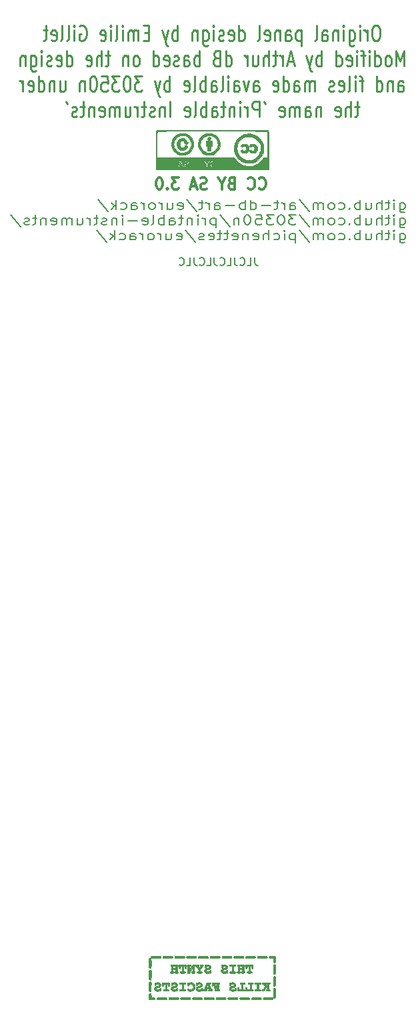
<source format=gbo>
%TF.GenerationSoftware,KiCad,Pcbnew,(6.0.11-0)*%
%TF.CreationDate,2025-04-13T15:34:33+02:00*%
%TF.ProjectId,rings,72696e67-732e-46b6-9963-61645f706362,rev?*%
%TF.SameCoordinates,Original*%
%TF.FileFunction,Legend,Bot*%
%TF.FilePolarity,Positive*%
%FSLAX46Y46*%
G04 Gerber Fmt 4.6, Leading zero omitted, Abs format (unit mm)*
G04 Created by KiCad (PCBNEW (6.0.11-0)) date 2025-04-13 15:34:33*
%MOMM*%
%LPD*%
G01*
G04 APERTURE LIST*
%ADD10C,0.150000*%
%ADD11C,0.300000*%
%ADD12C,0.250000*%
%ADD13C,0.010000*%
%ADD14C,0.100000*%
%ADD15C,6.250000*%
%ADD16C,3.000000*%
%ADD17C,5.000000*%
%ADD18C,3.200000*%
G04 APERTURE END LIST*
D10*
X5469047Y33897619D02*
X5469047Y33183333D01*
X5516666Y33040476D01*
X5611904Y32945238D01*
X5754761Y32897619D01*
X5849999Y32897619D01*
X4516666Y32897619D02*
X4992857Y32897619D01*
X4992857Y33897619D01*
X3611904Y32992857D02*
X3659523Y32945238D01*
X3802380Y32897619D01*
X3897619Y32897619D01*
X4040476Y32945238D01*
X4135714Y33040476D01*
X4183333Y33135714D01*
X4230952Y33326190D01*
X4230952Y33469047D01*
X4183333Y33659523D01*
X4135714Y33754761D01*
X4040476Y33850000D01*
X3897619Y33897619D01*
X3802380Y33897619D01*
X3659523Y33850000D01*
X3611904Y33802380D01*
X2897619Y33897619D02*
X2897619Y33183333D01*
X2945238Y33040476D01*
X3040476Y32945238D01*
X3183333Y32897619D01*
X3278571Y32897619D01*
X1945238Y32897619D02*
X2421428Y32897619D01*
X2421428Y33897619D01*
X1040476Y32992857D02*
X1088095Y32945238D01*
X1230952Y32897619D01*
X1326190Y32897619D01*
X1469047Y32945238D01*
X1564285Y33040476D01*
X1611904Y33135714D01*
X1659523Y33326190D01*
X1659523Y33469047D01*
X1611904Y33659523D01*
X1564285Y33754761D01*
X1469047Y33850000D01*
X1326190Y33897619D01*
X1230952Y33897619D01*
X1088095Y33850000D01*
X1040476Y33802380D01*
X326190Y33897619D02*
X326190Y33183333D01*
X373809Y33040476D01*
X469047Y32945238D01*
X611904Y32897619D01*
X707142Y32897619D01*
X-626190Y32897619D02*
X-150000Y32897619D01*
X-150000Y33897619D01*
X-1530952Y32992857D02*
X-1483333Y32945238D01*
X-1340476Y32897619D01*
X-1245238Y32897619D01*
X-1102380Y32945238D01*
X-1007142Y33040476D01*
X-959523Y33135714D01*
X-911904Y33326190D01*
X-911904Y33469047D01*
X-959523Y33659523D01*
X-1007142Y33754761D01*
X-1102380Y33850000D01*
X-1245238Y33897619D01*
X-1340476Y33897619D01*
X-1483333Y33850000D01*
X-1530952Y33802380D01*
X-2245238Y33897619D02*
X-2245238Y33183333D01*
X-2197619Y33040476D01*
X-2102380Y32945238D01*
X-1959523Y32897619D01*
X-1864285Y32897619D01*
X-3197619Y32897619D02*
X-2721428Y32897619D01*
X-2721428Y33897619D01*
X-4102380Y32992857D02*
X-4054761Y32945238D01*
X-3911904Y32897619D01*
X-3816666Y32897619D01*
X-3673809Y32945238D01*
X-3578571Y33040476D01*
X-3530952Y33135714D01*
X-3483333Y33326190D01*
X-3483333Y33469047D01*
X-3530952Y33659523D01*
X-3578571Y33754761D01*
X-3673809Y33850000D01*
X-3816666Y33897619D01*
X-3911904Y33897619D01*
X-4054761Y33850000D01*
X-4102380Y33802380D01*
X23877500Y40814142D02*
X23877500Y39842714D01*
X23948928Y39728428D01*
X24020357Y39671285D01*
X24163214Y39614142D01*
X24377500Y39614142D01*
X24520357Y39671285D01*
X23877500Y40071285D02*
X24020357Y40014142D01*
X24306071Y40014142D01*
X24448928Y40071285D01*
X24520357Y40128428D01*
X24591785Y40242714D01*
X24591785Y40585571D01*
X24520357Y40699857D01*
X24448928Y40757000D01*
X24306071Y40814142D01*
X24020357Y40814142D01*
X23877500Y40757000D01*
X23163214Y40014142D02*
X23163214Y40814142D01*
X23163214Y41214142D02*
X23234642Y41157000D01*
X23163214Y41099857D01*
X23091785Y41157000D01*
X23163214Y41214142D01*
X23163214Y41099857D01*
X22663214Y40814142D02*
X22091785Y40814142D01*
X22448928Y41214142D02*
X22448928Y40185571D01*
X22377500Y40071285D01*
X22234642Y40014142D01*
X22091785Y40014142D01*
X21591785Y40014142D02*
X21591785Y41214142D01*
X20948928Y40014142D02*
X20948928Y40642714D01*
X21020357Y40757000D01*
X21163214Y40814142D01*
X21377499Y40814142D01*
X21520357Y40757000D01*
X21591785Y40699857D01*
X19591785Y40814142D02*
X19591785Y40014142D01*
X20234642Y40814142D02*
X20234642Y40185571D01*
X20163214Y40071285D01*
X20020357Y40014142D01*
X19806071Y40014142D01*
X19663214Y40071285D01*
X19591785Y40128428D01*
X18877499Y40014142D02*
X18877499Y41214142D01*
X18877499Y40757000D02*
X18734642Y40814142D01*
X18448928Y40814142D01*
X18306071Y40757000D01*
X18234642Y40699857D01*
X18163214Y40585571D01*
X18163214Y40242714D01*
X18234642Y40128428D01*
X18306071Y40071285D01*
X18448928Y40014142D01*
X18734642Y40014142D01*
X18877499Y40071285D01*
X17520357Y40128428D02*
X17448928Y40071285D01*
X17520357Y40014142D01*
X17591785Y40071285D01*
X17520357Y40128428D01*
X17520357Y40014142D01*
X16163214Y40071285D02*
X16306071Y40014142D01*
X16591785Y40014142D01*
X16734642Y40071285D01*
X16806071Y40128428D01*
X16877499Y40242714D01*
X16877499Y40585571D01*
X16806071Y40699857D01*
X16734642Y40757000D01*
X16591785Y40814142D01*
X16306071Y40814142D01*
X16163214Y40757000D01*
X15306071Y40014142D02*
X15448928Y40071285D01*
X15520357Y40128428D01*
X15591785Y40242714D01*
X15591785Y40585571D01*
X15520357Y40699857D01*
X15448928Y40757000D01*
X15306071Y40814142D01*
X15091785Y40814142D01*
X14948928Y40757000D01*
X14877499Y40699857D01*
X14806071Y40585571D01*
X14806071Y40242714D01*
X14877499Y40128428D01*
X14948928Y40071285D01*
X15091785Y40014142D01*
X15306071Y40014142D01*
X14163214Y40014142D02*
X14163214Y40814142D01*
X14163214Y40699857D02*
X14091785Y40757000D01*
X13948928Y40814142D01*
X13734642Y40814142D01*
X13591785Y40757000D01*
X13520357Y40642714D01*
X13520357Y40014142D01*
X13520357Y40642714D02*
X13448928Y40757000D01*
X13306071Y40814142D01*
X13091785Y40814142D01*
X12948928Y40757000D01*
X12877499Y40642714D01*
X12877499Y40014142D01*
X11091785Y41271285D02*
X12377499Y39728428D01*
X9948928Y40014142D02*
X9948928Y40642714D01*
X10020357Y40757000D01*
X10163214Y40814142D01*
X10448928Y40814142D01*
X10591785Y40757000D01*
X9948928Y40071285D02*
X10091785Y40014142D01*
X10448928Y40014142D01*
X10591785Y40071285D01*
X10663214Y40185571D01*
X10663214Y40299857D01*
X10591785Y40414142D01*
X10448928Y40471285D01*
X10091785Y40471285D01*
X9948928Y40528428D01*
X9234642Y40014142D02*
X9234642Y40814142D01*
X9234642Y40585571D02*
X9163214Y40699857D01*
X9091785Y40757000D01*
X8948928Y40814142D01*
X8806071Y40814142D01*
X8520357Y40814142D02*
X7948928Y40814142D01*
X8306071Y41214142D02*
X8306071Y40185571D01*
X8234642Y40071285D01*
X8091785Y40014142D01*
X7948928Y40014142D01*
X7448928Y40471285D02*
X6306071Y40471285D01*
X4948928Y40014142D02*
X4948928Y41214142D01*
X4948928Y40071285D02*
X5091785Y40014142D01*
X5377499Y40014142D01*
X5520357Y40071285D01*
X5591785Y40128428D01*
X5663214Y40242714D01*
X5663214Y40585571D01*
X5591785Y40699857D01*
X5520357Y40757000D01*
X5377499Y40814142D01*
X5091785Y40814142D01*
X4948928Y40757000D01*
X4234642Y40014142D02*
X4234642Y41214142D01*
X4234642Y40757000D02*
X4091785Y40814142D01*
X3806071Y40814142D01*
X3663214Y40757000D01*
X3591785Y40699857D01*
X3520357Y40585571D01*
X3520357Y40242714D01*
X3591785Y40128428D01*
X3663214Y40071285D01*
X3806071Y40014142D01*
X4091785Y40014142D01*
X4234642Y40071285D01*
X2877499Y40471285D02*
X1734642Y40471285D01*
X377499Y40014142D02*
X377499Y40642714D01*
X448928Y40757000D01*
X591785Y40814142D01*
X877499Y40814142D01*
X1020357Y40757000D01*
X377499Y40071285D02*
X520357Y40014142D01*
X877499Y40014142D01*
X1020357Y40071285D01*
X1091785Y40185571D01*
X1091785Y40299857D01*
X1020357Y40414142D01*
X877499Y40471285D01*
X520357Y40471285D01*
X377499Y40528428D01*
X-336785Y40014142D02*
X-336785Y40814142D01*
X-336785Y40585571D02*
X-408214Y40699857D01*
X-479642Y40757000D01*
X-622500Y40814142D01*
X-765357Y40814142D01*
X-1051071Y40814142D02*
X-1622500Y40814142D01*
X-1265357Y41214142D02*
X-1265357Y40185571D01*
X-1336785Y40071285D01*
X-1479642Y40014142D01*
X-1622500Y40014142D01*
X-3193928Y41271285D02*
X-1908214Y39728428D01*
X-4265357Y40071285D02*
X-4122500Y40014142D01*
X-3836785Y40014142D01*
X-3693928Y40071285D01*
X-3622500Y40185571D01*
X-3622500Y40642714D01*
X-3693928Y40757000D01*
X-3836785Y40814142D01*
X-4122500Y40814142D01*
X-4265357Y40757000D01*
X-4336785Y40642714D01*
X-4336785Y40528428D01*
X-3622500Y40414142D01*
X-5622500Y40814142D02*
X-5622500Y40014142D01*
X-4979642Y40814142D02*
X-4979642Y40185571D01*
X-5051071Y40071285D01*
X-5193928Y40014142D01*
X-5408214Y40014142D01*
X-5551071Y40071285D01*
X-5622500Y40128428D01*
X-6336785Y40014142D02*
X-6336785Y40814142D01*
X-6336785Y40585571D02*
X-6408214Y40699857D01*
X-6479642Y40757000D01*
X-6622500Y40814142D01*
X-6765357Y40814142D01*
X-7479642Y40014142D02*
X-7336785Y40071285D01*
X-7265357Y40128428D01*
X-7193928Y40242714D01*
X-7193928Y40585571D01*
X-7265357Y40699857D01*
X-7336785Y40757000D01*
X-7479642Y40814142D01*
X-7693928Y40814142D01*
X-7836785Y40757000D01*
X-7908214Y40699857D01*
X-7979642Y40585571D01*
X-7979642Y40242714D01*
X-7908214Y40128428D01*
X-7836785Y40071285D01*
X-7693928Y40014142D01*
X-7479642Y40014142D01*
X-8622500Y40014142D02*
X-8622500Y40814142D01*
X-8622500Y40585571D02*
X-8693928Y40699857D01*
X-8765357Y40757000D01*
X-8908214Y40814142D01*
X-9051071Y40814142D01*
X-10193928Y40014142D02*
X-10193928Y40642714D01*
X-10122500Y40757000D01*
X-9979642Y40814142D01*
X-9693928Y40814142D01*
X-9551071Y40757000D01*
X-10193928Y40071285D02*
X-10051071Y40014142D01*
X-9693928Y40014142D01*
X-9551071Y40071285D01*
X-9479642Y40185571D01*
X-9479642Y40299857D01*
X-9551071Y40414142D01*
X-9693928Y40471285D01*
X-10051071Y40471285D01*
X-10193928Y40528428D01*
X-11551071Y40071285D02*
X-11408214Y40014142D01*
X-11122500Y40014142D01*
X-10979642Y40071285D01*
X-10908214Y40128428D01*
X-10836785Y40242714D01*
X-10836785Y40585571D01*
X-10908214Y40699857D01*
X-10979642Y40757000D01*
X-11122500Y40814142D01*
X-11408214Y40814142D01*
X-11551071Y40757000D01*
X-12193928Y40014142D02*
X-12193928Y41214142D01*
X-12336785Y40471285D02*
X-12765357Y40014142D01*
X-12765357Y40814142D02*
X-12193928Y40357000D01*
X-14479642Y41271285D02*
X-13193928Y39728428D01*
X23877500Y38882142D02*
X23877500Y37910714D01*
X23948928Y37796428D01*
X24020357Y37739285D01*
X24163214Y37682142D01*
X24377500Y37682142D01*
X24520357Y37739285D01*
X23877500Y38139285D02*
X24020357Y38082142D01*
X24306071Y38082142D01*
X24448928Y38139285D01*
X24520357Y38196428D01*
X24591785Y38310714D01*
X24591785Y38653571D01*
X24520357Y38767857D01*
X24448928Y38825000D01*
X24306071Y38882142D01*
X24020357Y38882142D01*
X23877500Y38825000D01*
X23163214Y38082142D02*
X23163214Y38882142D01*
X23163214Y39282142D02*
X23234642Y39225000D01*
X23163214Y39167857D01*
X23091785Y39225000D01*
X23163214Y39282142D01*
X23163214Y39167857D01*
X22663214Y38882142D02*
X22091785Y38882142D01*
X22448928Y39282142D02*
X22448928Y38253571D01*
X22377500Y38139285D01*
X22234642Y38082142D01*
X22091785Y38082142D01*
X21591785Y38082142D02*
X21591785Y39282142D01*
X20948928Y38082142D02*
X20948928Y38710714D01*
X21020357Y38825000D01*
X21163214Y38882142D01*
X21377499Y38882142D01*
X21520357Y38825000D01*
X21591785Y38767857D01*
X19591785Y38882142D02*
X19591785Y38082142D01*
X20234642Y38882142D02*
X20234642Y38253571D01*
X20163214Y38139285D01*
X20020357Y38082142D01*
X19806071Y38082142D01*
X19663214Y38139285D01*
X19591785Y38196428D01*
X18877499Y38082142D02*
X18877499Y39282142D01*
X18877499Y38825000D02*
X18734642Y38882142D01*
X18448928Y38882142D01*
X18306071Y38825000D01*
X18234642Y38767857D01*
X18163214Y38653571D01*
X18163214Y38310714D01*
X18234642Y38196428D01*
X18306071Y38139285D01*
X18448928Y38082142D01*
X18734642Y38082142D01*
X18877499Y38139285D01*
X17520357Y38196428D02*
X17448928Y38139285D01*
X17520357Y38082142D01*
X17591785Y38139285D01*
X17520357Y38196428D01*
X17520357Y38082142D01*
X16163214Y38139285D02*
X16306071Y38082142D01*
X16591785Y38082142D01*
X16734642Y38139285D01*
X16806071Y38196428D01*
X16877499Y38310714D01*
X16877499Y38653571D01*
X16806071Y38767857D01*
X16734642Y38825000D01*
X16591785Y38882142D01*
X16306071Y38882142D01*
X16163214Y38825000D01*
X15306071Y38082142D02*
X15448928Y38139285D01*
X15520357Y38196428D01*
X15591785Y38310714D01*
X15591785Y38653571D01*
X15520357Y38767857D01*
X15448928Y38825000D01*
X15306071Y38882142D01*
X15091785Y38882142D01*
X14948928Y38825000D01*
X14877499Y38767857D01*
X14806071Y38653571D01*
X14806071Y38310714D01*
X14877499Y38196428D01*
X14948928Y38139285D01*
X15091785Y38082142D01*
X15306071Y38082142D01*
X14163214Y38082142D02*
X14163214Y38882142D01*
X14163214Y38767857D02*
X14091785Y38825000D01*
X13948928Y38882142D01*
X13734642Y38882142D01*
X13591785Y38825000D01*
X13520357Y38710714D01*
X13520357Y38082142D01*
X13520357Y38710714D02*
X13448928Y38825000D01*
X13306071Y38882142D01*
X13091785Y38882142D01*
X12948928Y38825000D01*
X12877499Y38710714D01*
X12877499Y38082142D01*
X11091785Y39339285D02*
X12377499Y37796428D01*
X10734642Y39282142D02*
X9806071Y39282142D01*
X10306071Y38825000D01*
X10091785Y38825000D01*
X9948928Y38767857D01*
X9877499Y38710714D01*
X9806071Y38596428D01*
X9806071Y38310714D01*
X9877499Y38196428D01*
X9948928Y38139285D01*
X10091785Y38082142D01*
X10520357Y38082142D01*
X10663214Y38139285D01*
X10734642Y38196428D01*
X8877499Y39282142D02*
X8734642Y39282142D01*
X8591785Y39225000D01*
X8520357Y39167857D01*
X8448928Y39053571D01*
X8377499Y38825000D01*
X8377499Y38539285D01*
X8448928Y38310714D01*
X8520357Y38196428D01*
X8591785Y38139285D01*
X8734642Y38082142D01*
X8877499Y38082142D01*
X9020357Y38139285D01*
X9091785Y38196428D01*
X9163214Y38310714D01*
X9234642Y38539285D01*
X9234642Y38825000D01*
X9163214Y39053571D01*
X9091785Y39167857D01*
X9020357Y39225000D01*
X8877499Y39282142D01*
X7877499Y39282142D02*
X6948928Y39282142D01*
X7448928Y38825000D01*
X7234642Y38825000D01*
X7091785Y38767857D01*
X7020357Y38710714D01*
X6948928Y38596428D01*
X6948928Y38310714D01*
X7020357Y38196428D01*
X7091785Y38139285D01*
X7234642Y38082142D01*
X7663214Y38082142D01*
X7806071Y38139285D01*
X7877499Y38196428D01*
X5591785Y39282142D02*
X6306071Y39282142D01*
X6377499Y38710714D01*
X6306071Y38767857D01*
X6163214Y38825000D01*
X5806071Y38825000D01*
X5663214Y38767857D01*
X5591785Y38710714D01*
X5520357Y38596428D01*
X5520357Y38310714D01*
X5591785Y38196428D01*
X5663214Y38139285D01*
X5806071Y38082142D01*
X6163214Y38082142D01*
X6306071Y38139285D01*
X6377499Y38196428D01*
X4591785Y39282142D02*
X4448928Y39282142D01*
X4306071Y39225000D01*
X4234642Y39167857D01*
X4163214Y39053571D01*
X4091785Y38825000D01*
X4091785Y38539285D01*
X4163214Y38310714D01*
X4234642Y38196428D01*
X4306071Y38139285D01*
X4448928Y38082142D01*
X4591785Y38082142D01*
X4734642Y38139285D01*
X4806071Y38196428D01*
X4877499Y38310714D01*
X4948928Y38539285D01*
X4948928Y38825000D01*
X4877499Y39053571D01*
X4806071Y39167857D01*
X4734642Y39225000D01*
X4591785Y39282142D01*
X3448928Y38882142D02*
X3448928Y38082142D01*
X3448928Y38767857D02*
X3377499Y38825000D01*
X3234642Y38882142D01*
X3020357Y38882142D01*
X2877499Y38825000D01*
X2806071Y38710714D01*
X2806071Y38082142D01*
X1020357Y39339285D02*
X2306071Y37796428D01*
X520357Y38882142D02*
X520357Y37682142D01*
X520357Y38825000D02*
X377499Y38882142D01*
X91785Y38882142D01*
X-51071Y38825000D01*
X-122500Y38767857D01*
X-193928Y38653571D01*
X-193928Y38310714D01*
X-122500Y38196428D01*
X-51071Y38139285D01*
X91785Y38082142D01*
X377499Y38082142D01*
X520357Y38139285D01*
X-836785Y38082142D02*
X-836785Y38882142D01*
X-836785Y38653571D02*
X-908214Y38767857D01*
X-979642Y38825000D01*
X-1122500Y38882142D01*
X-1265357Y38882142D01*
X-1765357Y38082142D02*
X-1765357Y38882142D01*
X-1765357Y39282142D02*
X-1693928Y39225000D01*
X-1765357Y39167857D01*
X-1836785Y39225000D01*
X-1765357Y39282142D01*
X-1765357Y39167857D01*
X-2479642Y38882142D02*
X-2479642Y38082142D01*
X-2479642Y38767857D02*
X-2551071Y38825000D01*
X-2693928Y38882142D01*
X-2908214Y38882142D01*
X-3051071Y38825000D01*
X-3122500Y38710714D01*
X-3122500Y38082142D01*
X-3622500Y38882142D02*
X-4193928Y38882142D01*
X-3836785Y39282142D02*
X-3836785Y38253571D01*
X-3908214Y38139285D01*
X-4051071Y38082142D01*
X-4193928Y38082142D01*
X-5336785Y38082142D02*
X-5336785Y38710714D01*
X-5265357Y38825000D01*
X-5122500Y38882142D01*
X-4836785Y38882142D01*
X-4693928Y38825000D01*
X-5336785Y38139285D02*
X-5193928Y38082142D01*
X-4836785Y38082142D01*
X-4693928Y38139285D01*
X-4622500Y38253571D01*
X-4622500Y38367857D01*
X-4693928Y38482142D01*
X-4836785Y38539285D01*
X-5193928Y38539285D01*
X-5336785Y38596428D01*
X-6051071Y38082142D02*
X-6051071Y39282142D01*
X-6051071Y38825000D02*
X-6193928Y38882142D01*
X-6479642Y38882142D01*
X-6622500Y38825000D01*
X-6693928Y38767857D01*
X-6765357Y38653571D01*
X-6765357Y38310714D01*
X-6693928Y38196428D01*
X-6622500Y38139285D01*
X-6479642Y38082142D01*
X-6193928Y38082142D01*
X-6051071Y38139285D01*
X-7622500Y38082142D02*
X-7479642Y38139285D01*
X-7408214Y38253571D01*
X-7408214Y39282142D01*
X-8765357Y38139285D02*
X-8622500Y38082142D01*
X-8336785Y38082142D01*
X-8193928Y38139285D01*
X-8122500Y38253571D01*
X-8122500Y38710714D01*
X-8193928Y38825000D01*
X-8336785Y38882142D01*
X-8622500Y38882142D01*
X-8765357Y38825000D01*
X-8836785Y38710714D01*
X-8836785Y38596428D01*
X-8122500Y38482142D01*
X-9479642Y38539285D02*
X-10622500Y38539285D01*
X-11336785Y38082142D02*
X-11336785Y38882142D01*
X-11336785Y39282142D02*
X-11265357Y39225000D01*
X-11336785Y39167857D01*
X-11408214Y39225000D01*
X-11336785Y39282142D01*
X-11336785Y39167857D01*
X-12051071Y38882142D02*
X-12051071Y38082142D01*
X-12051071Y38767857D02*
X-12122500Y38825000D01*
X-12265357Y38882142D01*
X-12479642Y38882142D01*
X-12622500Y38825000D01*
X-12693928Y38710714D01*
X-12693928Y38082142D01*
X-13336785Y38139285D02*
X-13479642Y38082142D01*
X-13765357Y38082142D01*
X-13908214Y38139285D01*
X-13979642Y38253571D01*
X-13979642Y38310714D01*
X-13908214Y38425000D01*
X-13765357Y38482142D01*
X-13551071Y38482142D01*
X-13408214Y38539285D01*
X-13336785Y38653571D01*
X-13336785Y38710714D01*
X-13408214Y38825000D01*
X-13551071Y38882142D01*
X-13765357Y38882142D01*
X-13908214Y38825000D01*
X-14408214Y38882142D02*
X-14979642Y38882142D01*
X-14622500Y39282142D02*
X-14622500Y38253571D01*
X-14693928Y38139285D01*
X-14836785Y38082142D01*
X-14979642Y38082142D01*
X-15479642Y38082142D02*
X-15479642Y38882142D01*
X-15479642Y38653571D02*
X-15551071Y38767857D01*
X-15622500Y38825000D01*
X-15765357Y38882142D01*
X-15908214Y38882142D01*
X-17051071Y38882142D02*
X-17051071Y38082142D01*
X-16408214Y38882142D02*
X-16408214Y38253571D01*
X-16479642Y38139285D01*
X-16622500Y38082142D01*
X-16836785Y38082142D01*
X-16979642Y38139285D01*
X-17051071Y38196428D01*
X-17765357Y38082142D02*
X-17765357Y38882142D01*
X-17765357Y38767857D02*
X-17836785Y38825000D01*
X-17979642Y38882142D01*
X-18193928Y38882142D01*
X-18336785Y38825000D01*
X-18408214Y38710714D01*
X-18408214Y38082142D01*
X-18408214Y38710714D02*
X-18479642Y38825000D01*
X-18622500Y38882142D01*
X-18836785Y38882142D01*
X-18979642Y38825000D01*
X-19051071Y38710714D01*
X-19051071Y38082142D01*
X-20336785Y38139285D02*
X-20193928Y38082142D01*
X-19908214Y38082142D01*
X-19765357Y38139285D01*
X-19693928Y38253571D01*
X-19693928Y38710714D01*
X-19765357Y38825000D01*
X-19908214Y38882142D01*
X-20193928Y38882142D01*
X-20336785Y38825000D01*
X-20408214Y38710714D01*
X-20408214Y38596428D01*
X-19693928Y38482142D01*
X-21051071Y38882142D02*
X-21051071Y38082142D01*
X-21051071Y38767857D02*
X-21122500Y38825000D01*
X-21265357Y38882142D01*
X-21479642Y38882142D01*
X-21622500Y38825000D01*
X-21693928Y38710714D01*
X-21693928Y38082142D01*
X-22193928Y38882142D02*
X-22765357Y38882142D01*
X-22408214Y39282142D02*
X-22408214Y38253571D01*
X-22479642Y38139285D01*
X-22622500Y38082142D01*
X-22765357Y38082142D01*
X-23193928Y38139285D02*
X-23336785Y38082142D01*
X-23622500Y38082142D01*
X-23765357Y38139285D01*
X-23836785Y38253571D01*
X-23836785Y38310714D01*
X-23765357Y38425000D01*
X-23622500Y38482142D01*
X-23408214Y38482142D01*
X-23265357Y38539285D01*
X-23193928Y38653571D01*
X-23193928Y38710714D01*
X-23265357Y38825000D01*
X-23408214Y38882142D01*
X-23622500Y38882142D01*
X-23765357Y38825000D01*
X-25551071Y39339285D02*
X-24265357Y37796428D01*
X23877500Y36950142D02*
X23877500Y35978714D01*
X23948928Y35864428D01*
X24020357Y35807285D01*
X24163214Y35750142D01*
X24377500Y35750142D01*
X24520357Y35807285D01*
X23877500Y36207285D02*
X24020357Y36150142D01*
X24306071Y36150142D01*
X24448928Y36207285D01*
X24520357Y36264428D01*
X24591785Y36378714D01*
X24591785Y36721571D01*
X24520357Y36835857D01*
X24448928Y36893000D01*
X24306071Y36950142D01*
X24020357Y36950142D01*
X23877500Y36893000D01*
X23163214Y36150142D02*
X23163214Y36950142D01*
X23163214Y37350142D02*
X23234642Y37293000D01*
X23163214Y37235857D01*
X23091785Y37293000D01*
X23163214Y37350142D01*
X23163214Y37235857D01*
X22663214Y36950142D02*
X22091785Y36950142D01*
X22448928Y37350142D02*
X22448928Y36321571D01*
X22377500Y36207285D01*
X22234642Y36150142D01*
X22091785Y36150142D01*
X21591785Y36150142D02*
X21591785Y37350142D01*
X20948928Y36150142D02*
X20948928Y36778714D01*
X21020357Y36893000D01*
X21163214Y36950142D01*
X21377499Y36950142D01*
X21520357Y36893000D01*
X21591785Y36835857D01*
X19591785Y36950142D02*
X19591785Y36150142D01*
X20234642Y36950142D02*
X20234642Y36321571D01*
X20163214Y36207285D01*
X20020357Y36150142D01*
X19806071Y36150142D01*
X19663214Y36207285D01*
X19591785Y36264428D01*
X18877499Y36150142D02*
X18877499Y37350142D01*
X18877499Y36893000D02*
X18734642Y36950142D01*
X18448928Y36950142D01*
X18306071Y36893000D01*
X18234642Y36835857D01*
X18163214Y36721571D01*
X18163214Y36378714D01*
X18234642Y36264428D01*
X18306071Y36207285D01*
X18448928Y36150142D01*
X18734642Y36150142D01*
X18877499Y36207285D01*
X17520357Y36264428D02*
X17448928Y36207285D01*
X17520357Y36150142D01*
X17591785Y36207285D01*
X17520357Y36264428D01*
X17520357Y36150142D01*
X16163214Y36207285D02*
X16306071Y36150142D01*
X16591785Y36150142D01*
X16734642Y36207285D01*
X16806071Y36264428D01*
X16877499Y36378714D01*
X16877499Y36721571D01*
X16806071Y36835857D01*
X16734642Y36893000D01*
X16591785Y36950142D01*
X16306071Y36950142D01*
X16163214Y36893000D01*
X15306071Y36150142D02*
X15448928Y36207285D01*
X15520357Y36264428D01*
X15591785Y36378714D01*
X15591785Y36721571D01*
X15520357Y36835857D01*
X15448928Y36893000D01*
X15306071Y36950142D01*
X15091785Y36950142D01*
X14948928Y36893000D01*
X14877499Y36835857D01*
X14806071Y36721571D01*
X14806071Y36378714D01*
X14877499Y36264428D01*
X14948928Y36207285D01*
X15091785Y36150142D01*
X15306071Y36150142D01*
X14163214Y36150142D02*
X14163214Y36950142D01*
X14163214Y36835857D02*
X14091785Y36893000D01*
X13948928Y36950142D01*
X13734642Y36950142D01*
X13591785Y36893000D01*
X13520357Y36778714D01*
X13520357Y36150142D01*
X13520357Y36778714D02*
X13448928Y36893000D01*
X13306071Y36950142D01*
X13091785Y36950142D01*
X12948928Y36893000D01*
X12877499Y36778714D01*
X12877499Y36150142D01*
X11091785Y37407285D02*
X12377499Y35864428D01*
X10591785Y36950142D02*
X10591785Y35750142D01*
X10591785Y36893000D02*
X10448928Y36950142D01*
X10163214Y36950142D01*
X10020357Y36893000D01*
X9948928Y36835857D01*
X9877499Y36721571D01*
X9877499Y36378714D01*
X9948928Y36264428D01*
X10020357Y36207285D01*
X10163214Y36150142D01*
X10448928Y36150142D01*
X10591785Y36207285D01*
X9234642Y36150142D02*
X9234642Y36950142D01*
X9234642Y37350142D02*
X9306071Y37293000D01*
X9234642Y37235857D01*
X9163214Y37293000D01*
X9234642Y37350142D01*
X9234642Y37235857D01*
X7877499Y36207285D02*
X8020357Y36150142D01*
X8306071Y36150142D01*
X8448928Y36207285D01*
X8520357Y36264428D01*
X8591785Y36378714D01*
X8591785Y36721571D01*
X8520357Y36835857D01*
X8448928Y36893000D01*
X8306071Y36950142D01*
X8020357Y36950142D01*
X7877499Y36893000D01*
X7234642Y36150142D02*
X7234642Y37350142D01*
X6591785Y36150142D02*
X6591785Y36778714D01*
X6663214Y36893000D01*
X6806071Y36950142D01*
X7020357Y36950142D01*
X7163214Y36893000D01*
X7234642Y36835857D01*
X5306071Y36207285D02*
X5448928Y36150142D01*
X5734642Y36150142D01*
X5877499Y36207285D01*
X5948928Y36321571D01*
X5948928Y36778714D01*
X5877499Y36893000D01*
X5734642Y36950142D01*
X5448928Y36950142D01*
X5306071Y36893000D01*
X5234642Y36778714D01*
X5234642Y36664428D01*
X5948928Y36550142D01*
X4591785Y36950142D02*
X4591785Y36150142D01*
X4591785Y36835857D02*
X4520357Y36893000D01*
X4377499Y36950142D01*
X4163214Y36950142D01*
X4020357Y36893000D01*
X3948928Y36778714D01*
X3948928Y36150142D01*
X2663214Y36207285D02*
X2806071Y36150142D01*
X3091785Y36150142D01*
X3234642Y36207285D01*
X3306071Y36321571D01*
X3306071Y36778714D01*
X3234642Y36893000D01*
X3091785Y36950142D01*
X2806071Y36950142D01*
X2663214Y36893000D01*
X2591785Y36778714D01*
X2591785Y36664428D01*
X3306071Y36550142D01*
X2163214Y36950142D02*
X1591785Y36950142D01*
X1948928Y37350142D02*
X1948928Y36321571D01*
X1877499Y36207285D01*
X1734642Y36150142D01*
X1591785Y36150142D01*
X1306071Y36950142D02*
X734642Y36950142D01*
X1091785Y37350142D02*
X1091785Y36321571D01*
X1020357Y36207285D01*
X877499Y36150142D01*
X734642Y36150142D01*
X-336785Y36207285D02*
X-193928Y36150142D01*
X91785Y36150142D01*
X234642Y36207285D01*
X306071Y36321571D01*
X306071Y36778714D01*
X234642Y36893000D01*
X91785Y36950142D01*
X-193928Y36950142D01*
X-336785Y36893000D01*
X-408214Y36778714D01*
X-408214Y36664428D01*
X306071Y36550142D01*
X-979642Y36207285D02*
X-1122500Y36150142D01*
X-1408214Y36150142D01*
X-1551071Y36207285D01*
X-1622500Y36321571D01*
X-1622500Y36378714D01*
X-1551071Y36493000D01*
X-1408214Y36550142D01*
X-1193928Y36550142D01*
X-1051071Y36607285D01*
X-979642Y36721571D01*
X-979642Y36778714D01*
X-1051071Y36893000D01*
X-1193928Y36950142D01*
X-1408214Y36950142D01*
X-1551071Y36893000D01*
X-3336785Y37407285D02*
X-2051071Y35864428D01*
X-4408214Y36207285D02*
X-4265357Y36150142D01*
X-3979642Y36150142D01*
X-3836785Y36207285D01*
X-3765357Y36321571D01*
X-3765357Y36778714D01*
X-3836785Y36893000D01*
X-3979642Y36950142D01*
X-4265357Y36950142D01*
X-4408214Y36893000D01*
X-4479642Y36778714D01*
X-4479642Y36664428D01*
X-3765357Y36550142D01*
X-5765357Y36950142D02*
X-5765357Y36150142D01*
X-5122500Y36950142D02*
X-5122500Y36321571D01*
X-5193928Y36207285D01*
X-5336785Y36150142D01*
X-5551071Y36150142D01*
X-5693928Y36207285D01*
X-5765357Y36264428D01*
X-6479642Y36150142D02*
X-6479642Y36950142D01*
X-6479642Y36721571D02*
X-6551071Y36835857D01*
X-6622500Y36893000D01*
X-6765357Y36950142D01*
X-6908214Y36950142D01*
X-7622500Y36150142D02*
X-7479642Y36207285D01*
X-7408214Y36264428D01*
X-7336785Y36378714D01*
X-7336785Y36721571D01*
X-7408214Y36835857D01*
X-7479642Y36893000D01*
X-7622500Y36950142D01*
X-7836785Y36950142D01*
X-7979642Y36893000D01*
X-8051071Y36835857D01*
X-8122500Y36721571D01*
X-8122500Y36378714D01*
X-8051071Y36264428D01*
X-7979642Y36207285D01*
X-7836785Y36150142D01*
X-7622500Y36150142D01*
X-8765357Y36150142D02*
X-8765357Y36950142D01*
X-8765357Y36721571D02*
X-8836785Y36835857D01*
X-8908214Y36893000D01*
X-9051071Y36950142D01*
X-9193928Y36950142D01*
X-10336785Y36150142D02*
X-10336785Y36778714D01*
X-10265357Y36893000D01*
X-10122500Y36950142D01*
X-9836785Y36950142D01*
X-9693928Y36893000D01*
X-10336785Y36207285D02*
X-10193928Y36150142D01*
X-9836785Y36150142D01*
X-9693928Y36207285D01*
X-9622500Y36321571D01*
X-9622500Y36435857D01*
X-9693928Y36550142D01*
X-9836785Y36607285D01*
X-10193928Y36607285D01*
X-10336785Y36664428D01*
X-11693928Y36207285D02*
X-11551071Y36150142D01*
X-11265357Y36150142D01*
X-11122500Y36207285D01*
X-11051071Y36264428D01*
X-10979642Y36378714D01*
X-10979642Y36721571D01*
X-11051071Y36835857D01*
X-11122500Y36893000D01*
X-11265357Y36950142D01*
X-11551071Y36950142D01*
X-11693928Y36893000D01*
X-12336785Y36150142D02*
X-12336785Y37350142D01*
X-12479642Y36607285D02*
X-12908214Y36150142D01*
X-12908214Y36950142D02*
X-12336785Y36493000D01*
X-14622500Y37407285D02*
X-13336785Y35864428D01*
D11*
X6024999Y42689285D02*
X6091666Y42617857D01*
X6291666Y42546428D01*
X6424999Y42546428D01*
X6624999Y42617857D01*
X6758333Y42760714D01*
X6824999Y42903571D01*
X6891666Y43189285D01*
X6891666Y43403571D01*
X6824999Y43689285D01*
X6758333Y43832142D01*
X6624999Y43975000D01*
X6424999Y44046428D01*
X6291666Y44046428D01*
X6091666Y43975000D01*
X6024999Y43903571D01*
X4624999Y42689285D02*
X4691666Y42617857D01*
X4891666Y42546428D01*
X5024999Y42546428D01*
X5224999Y42617857D01*
X5358333Y42760714D01*
X5424999Y42903571D01*
X5491666Y43189285D01*
X5491666Y43403571D01*
X5424999Y43689285D01*
X5358333Y43832142D01*
X5224999Y43975000D01*
X5024999Y44046428D01*
X4891666Y44046428D01*
X4691666Y43975000D01*
X4624999Y43903571D01*
X2491666Y43332142D02*
X2291666Y43260714D01*
X2225000Y43189285D01*
X2158333Y43046428D01*
X2158333Y42832142D01*
X2225000Y42689285D01*
X2291666Y42617857D01*
X2425000Y42546428D01*
X2958333Y42546428D01*
X2958333Y44046428D01*
X2491666Y44046428D01*
X2358333Y43975000D01*
X2291666Y43903571D01*
X2225000Y43760714D01*
X2225000Y43617857D01*
X2291666Y43475000D01*
X2358333Y43403571D01*
X2491666Y43332142D01*
X2958333Y43332142D01*
X1291666Y43260714D02*
X1291666Y42546428D01*
X1758333Y44046428D02*
X1291666Y43260714D01*
X825000Y44046428D01*
X-641666Y42617857D02*
X-841666Y42546428D01*
X-1175000Y42546428D01*
X-1308333Y42617857D01*
X-1375000Y42689285D01*
X-1441666Y42832142D01*
X-1441666Y42975000D01*
X-1375000Y43117857D01*
X-1308333Y43189285D01*
X-1175000Y43260714D01*
X-908333Y43332142D01*
X-775000Y43403571D01*
X-708333Y43475000D01*
X-641666Y43617857D01*
X-641666Y43760714D01*
X-708333Y43903571D01*
X-775000Y43975000D01*
X-908333Y44046428D01*
X-1241666Y44046428D01*
X-1441666Y43975000D01*
X-1975000Y42975000D02*
X-2641666Y42975000D01*
X-1841666Y42546428D02*
X-2308333Y44046428D01*
X-2775000Y42546428D01*
X-4174999Y44046428D02*
X-5041666Y44046428D01*
X-4575000Y43475000D01*
X-4775000Y43475000D01*
X-4908333Y43403571D01*
X-4975000Y43332142D01*
X-5041666Y43189285D01*
X-5041666Y42832142D01*
X-4975000Y42689285D01*
X-4908333Y42617857D01*
X-4775000Y42546428D01*
X-4375000Y42546428D01*
X-4241666Y42617857D01*
X-4174999Y42689285D01*
X-5641666Y42689285D02*
X-5708333Y42617857D01*
X-5641666Y42546428D01*
X-5575000Y42617857D01*
X-5641666Y42689285D01*
X-5641666Y42546428D01*
X-6575000Y44046428D02*
X-6708333Y44046428D01*
X-6841666Y43975000D01*
X-6908333Y43903571D01*
X-6974999Y43760714D01*
X-7041666Y43475000D01*
X-7041666Y43117857D01*
X-6974999Y42832142D01*
X-6908333Y42689285D01*
X-6841666Y42617857D01*
X-6708333Y42546428D01*
X-6575000Y42546428D01*
X-6441666Y42617857D01*
X-6375000Y42689285D01*
X-6308333Y42832142D01*
X-6241666Y43117857D01*
X-6241666Y43475000D01*
X-6308333Y43760714D01*
X-6375000Y43903571D01*
X-6441666Y43975000D01*
X-6575000Y44046428D01*
D12*
X21014285Y63400238D02*
X20728571Y63400238D01*
X20585714Y63305000D01*
X20442857Y63114523D01*
X20371428Y62733571D01*
X20371428Y62066904D01*
X20442857Y61685952D01*
X20585714Y61495476D01*
X20728571Y61400238D01*
X21014285Y61400238D01*
X21157142Y61495476D01*
X21300000Y61685952D01*
X21371428Y62066904D01*
X21371428Y62733571D01*
X21300000Y63114523D01*
X21157142Y63305000D01*
X21014285Y63400238D01*
X19728571Y61400238D02*
X19728571Y62733571D01*
X19728571Y62352619D02*
X19657142Y62543095D01*
X19585714Y62638333D01*
X19442857Y62733571D01*
X19300000Y62733571D01*
X18800000Y61400238D02*
X18800000Y62733571D01*
X18800000Y63400238D02*
X18871428Y63305000D01*
X18800000Y63209761D01*
X18728571Y63305000D01*
X18800000Y63400238D01*
X18800000Y63209761D01*
X17442857Y62733571D02*
X17442857Y61114523D01*
X17514285Y60924047D01*
X17585714Y60828809D01*
X17728571Y60733571D01*
X17942857Y60733571D01*
X18085714Y60828809D01*
X17442857Y61495476D02*
X17585714Y61400238D01*
X17871428Y61400238D01*
X18014285Y61495476D01*
X18085714Y61590714D01*
X18157142Y61781190D01*
X18157142Y62352619D01*
X18085714Y62543095D01*
X18014285Y62638333D01*
X17871428Y62733571D01*
X17585714Y62733571D01*
X17442857Y62638333D01*
X16728571Y61400238D02*
X16728571Y62733571D01*
X16728571Y63400238D02*
X16800000Y63305000D01*
X16728571Y63209761D01*
X16657142Y63305000D01*
X16728571Y63400238D01*
X16728571Y63209761D01*
X16014285Y62733571D02*
X16014285Y61400238D01*
X16014285Y62543095D02*
X15942857Y62638333D01*
X15799999Y62733571D01*
X15585714Y62733571D01*
X15442857Y62638333D01*
X15371428Y62447857D01*
X15371428Y61400238D01*
X14014285Y61400238D02*
X14014285Y62447857D01*
X14085714Y62638333D01*
X14228571Y62733571D01*
X14514285Y62733571D01*
X14657142Y62638333D01*
X14014285Y61495476D02*
X14157142Y61400238D01*
X14514285Y61400238D01*
X14657142Y61495476D01*
X14728571Y61685952D01*
X14728571Y61876428D01*
X14657142Y62066904D01*
X14514285Y62162142D01*
X14157142Y62162142D01*
X14014285Y62257380D01*
X13085714Y61400238D02*
X13228571Y61495476D01*
X13299999Y61685952D01*
X13299999Y63400238D01*
X11371428Y62733571D02*
X11371428Y60733571D01*
X11371428Y62638333D02*
X11228571Y62733571D01*
X10942857Y62733571D01*
X10800000Y62638333D01*
X10728571Y62543095D01*
X10657142Y62352619D01*
X10657142Y61781190D01*
X10728571Y61590714D01*
X10800000Y61495476D01*
X10942857Y61400238D01*
X11228571Y61400238D01*
X11371428Y61495476D01*
X9371428Y61400238D02*
X9371428Y62447857D01*
X9442857Y62638333D01*
X9585714Y62733571D01*
X9871428Y62733571D01*
X10014285Y62638333D01*
X9371428Y61495476D02*
X9514285Y61400238D01*
X9871428Y61400238D01*
X10014285Y61495476D01*
X10085714Y61685952D01*
X10085714Y61876428D01*
X10014285Y62066904D01*
X9871428Y62162142D01*
X9514285Y62162142D01*
X9371428Y62257380D01*
X8657142Y62733571D02*
X8657142Y61400238D01*
X8657142Y62543095D02*
X8585714Y62638333D01*
X8442857Y62733571D01*
X8228571Y62733571D01*
X8085714Y62638333D01*
X8014285Y62447857D01*
X8014285Y61400238D01*
X6728571Y61495476D02*
X6871428Y61400238D01*
X7157142Y61400238D01*
X7299999Y61495476D01*
X7371428Y61685952D01*
X7371428Y62447857D01*
X7299999Y62638333D01*
X7157142Y62733571D01*
X6871428Y62733571D01*
X6728571Y62638333D01*
X6657142Y62447857D01*
X6657142Y62257380D01*
X7371428Y62066904D01*
X5799999Y61400238D02*
X5942857Y61495476D01*
X6014285Y61685952D01*
X6014285Y63400238D01*
X3442857Y61400238D02*
X3442857Y63400238D01*
X3442857Y61495476D02*
X3585714Y61400238D01*
X3871428Y61400238D01*
X4014285Y61495476D01*
X4085714Y61590714D01*
X4157142Y61781190D01*
X4157142Y62352619D01*
X4085714Y62543095D01*
X4014285Y62638333D01*
X3871428Y62733571D01*
X3585714Y62733571D01*
X3442857Y62638333D01*
X2157142Y61495476D02*
X2299999Y61400238D01*
X2585714Y61400238D01*
X2728571Y61495476D01*
X2799999Y61685952D01*
X2799999Y62447857D01*
X2728571Y62638333D01*
X2585714Y62733571D01*
X2299999Y62733571D01*
X2157142Y62638333D01*
X2085714Y62447857D01*
X2085714Y62257380D01*
X2799999Y62066904D01*
X1514285Y61495476D02*
X1371428Y61400238D01*
X1085714Y61400238D01*
X942857Y61495476D01*
X871428Y61685952D01*
X871428Y61781190D01*
X942857Y61971666D01*
X1085714Y62066904D01*
X1299999Y62066904D01*
X1442857Y62162142D01*
X1514285Y62352619D01*
X1514285Y62447857D01*
X1442857Y62638333D01*
X1299999Y62733571D01*
X1085714Y62733571D01*
X942857Y62638333D01*
X228571Y61400238D02*
X228571Y62733571D01*
X228571Y63400238D02*
X299999Y63305000D01*
X228571Y63209761D01*
X157142Y63305000D01*
X228571Y63400238D01*
X228571Y63209761D01*
X-1128571Y62733571D02*
X-1128571Y61114523D01*
X-1057142Y60924047D01*
X-985714Y60828809D01*
X-842857Y60733571D01*
X-628571Y60733571D01*
X-485714Y60828809D01*
X-1128571Y61495476D02*
X-985714Y61400238D01*
X-700000Y61400238D01*
X-557142Y61495476D01*
X-485714Y61590714D01*
X-414285Y61781190D01*
X-414285Y62352619D01*
X-485714Y62543095D01*
X-557142Y62638333D01*
X-700000Y62733571D01*
X-985714Y62733571D01*
X-1128571Y62638333D01*
X-1842857Y62733571D02*
X-1842857Y61400238D01*
X-1842857Y62543095D02*
X-1914285Y62638333D01*
X-2057142Y62733571D01*
X-2271428Y62733571D01*
X-2414285Y62638333D01*
X-2485714Y62447857D01*
X-2485714Y61400238D01*
X-4342857Y61400238D02*
X-4342857Y63400238D01*
X-4342857Y62638333D02*
X-4485714Y62733571D01*
X-4771428Y62733571D01*
X-4914285Y62638333D01*
X-4985714Y62543095D01*
X-5057142Y62352619D01*
X-5057142Y61781190D01*
X-4985714Y61590714D01*
X-4914285Y61495476D01*
X-4771428Y61400238D01*
X-4485714Y61400238D01*
X-4342857Y61495476D01*
X-5557142Y62733571D02*
X-5914285Y61400238D01*
X-6271428Y62733571D02*
X-5914285Y61400238D01*
X-5771428Y60924047D01*
X-5700000Y60828809D01*
X-5557142Y60733571D01*
X-7985714Y62447857D02*
X-8485714Y62447857D01*
X-8700000Y61400238D02*
X-7985714Y61400238D01*
X-7985714Y63400238D01*
X-8700000Y63400238D01*
X-9342857Y61400238D02*
X-9342857Y62733571D01*
X-9342857Y62543095D02*
X-9414285Y62638333D01*
X-9557142Y62733571D01*
X-9771428Y62733571D01*
X-9914285Y62638333D01*
X-9985714Y62447857D01*
X-9985714Y61400238D01*
X-9985714Y62447857D02*
X-10057142Y62638333D01*
X-10200000Y62733571D01*
X-10414285Y62733571D01*
X-10557142Y62638333D01*
X-10628571Y62447857D01*
X-10628571Y61400238D01*
X-11342857Y61400238D02*
X-11342857Y62733571D01*
X-11342857Y63400238D02*
X-11271428Y63305000D01*
X-11342857Y63209761D01*
X-11414285Y63305000D01*
X-11342857Y63400238D01*
X-11342857Y63209761D01*
X-12271428Y61400238D02*
X-12128571Y61495476D01*
X-12057142Y61685952D01*
X-12057142Y63400238D01*
X-12842857Y61400238D02*
X-12842857Y62733571D01*
X-12842857Y63400238D02*
X-12771428Y63305000D01*
X-12842857Y63209761D01*
X-12914285Y63305000D01*
X-12842857Y63400238D01*
X-12842857Y63209761D01*
X-14128571Y61495476D02*
X-13985714Y61400238D01*
X-13700000Y61400238D01*
X-13557142Y61495476D01*
X-13485714Y61685952D01*
X-13485714Y62447857D01*
X-13557142Y62638333D01*
X-13700000Y62733571D01*
X-13985714Y62733571D01*
X-14128571Y62638333D01*
X-14200000Y62447857D01*
X-14200000Y62257380D01*
X-13485714Y62066904D01*
X-16771428Y63305000D02*
X-16628571Y63400238D01*
X-16414285Y63400238D01*
X-16200000Y63305000D01*
X-16057142Y63114523D01*
X-15985714Y62924047D01*
X-15914285Y62543095D01*
X-15914285Y62257380D01*
X-15985714Y61876428D01*
X-16057142Y61685952D01*
X-16200000Y61495476D01*
X-16414285Y61400238D01*
X-16557142Y61400238D01*
X-16771428Y61495476D01*
X-16842857Y61590714D01*
X-16842857Y62257380D01*
X-16557142Y62257380D01*
X-17485714Y61400238D02*
X-17485714Y62733571D01*
X-17485714Y63400238D02*
X-17414285Y63305000D01*
X-17485714Y63209761D01*
X-17557142Y63305000D01*
X-17485714Y63400238D01*
X-17485714Y63209761D01*
X-18414285Y61400238D02*
X-18271428Y61495476D01*
X-18200000Y61685952D01*
X-18200000Y63400238D01*
X-19200000Y61400238D02*
X-19057142Y61495476D01*
X-18985714Y61685952D01*
X-18985714Y63400238D01*
X-20342857Y61495476D02*
X-20200000Y61400238D01*
X-19914285Y61400238D01*
X-19771428Y61495476D01*
X-19700000Y61685952D01*
X-19700000Y62447857D01*
X-19771428Y62638333D01*
X-19914285Y62733571D01*
X-20200000Y62733571D01*
X-20342857Y62638333D01*
X-20414285Y62447857D01*
X-20414285Y62257380D01*
X-19700000Y62066904D01*
X-20842857Y62733571D02*
X-21414285Y62733571D01*
X-21057142Y63400238D02*
X-21057142Y61685952D01*
X-21128571Y61495476D01*
X-21271428Y61400238D01*
X-21414285Y61400238D01*
X24442857Y58180238D02*
X24442857Y60180238D01*
X23942857Y58751666D01*
X23442857Y60180238D01*
X23442857Y58180238D01*
X22514285Y58180238D02*
X22657142Y58275476D01*
X22728571Y58370714D01*
X22800000Y58561190D01*
X22800000Y59132619D01*
X22728571Y59323095D01*
X22657142Y59418333D01*
X22514285Y59513571D01*
X22300000Y59513571D01*
X22157142Y59418333D01*
X22085714Y59323095D01*
X22014285Y59132619D01*
X22014285Y58561190D01*
X22085714Y58370714D01*
X22157142Y58275476D01*
X22300000Y58180238D01*
X22514285Y58180238D01*
X20728571Y58180238D02*
X20728571Y60180238D01*
X20728571Y58275476D02*
X20871428Y58180238D01*
X21157142Y58180238D01*
X21300000Y58275476D01*
X21371428Y58370714D01*
X21442857Y58561190D01*
X21442857Y59132619D01*
X21371428Y59323095D01*
X21300000Y59418333D01*
X21157142Y59513571D01*
X20871428Y59513571D01*
X20728571Y59418333D01*
X20014285Y58180238D02*
X20014285Y59513571D01*
X20014285Y60180238D02*
X20085714Y60085000D01*
X20014285Y59989761D01*
X19942857Y60085000D01*
X20014285Y60180238D01*
X20014285Y59989761D01*
X19514285Y59513571D02*
X18942857Y59513571D01*
X19299999Y58180238D02*
X19299999Y59894523D01*
X19228571Y60085000D01*
X19085714Y60180238D01*
X18942857Y60180238D01*
X18442857Y58180238D02*
X18442857Y59513571D01*
X18442857Y60180238D02*
X18514285Y60085000D01*
X18442857Y59989761D01*
X18371428Y60085000D01*
X18442857Y60180238D01*
X18442857Y59989761D01*
X17157142Y58275476D02*
X17299999Y58180238D01*
X17585714Y58180238D01*
X17728571Y58275476D01*
X17799999Y58465952D01*
X17799999Y59227857D01*
X17728571Y59418333D01*
X17585714Y59513571D01*
X17299999Y59513571D01*
X17157142Y59418333D01*
X17085714Y59227857D01*
X17085714Y59037380D01*
X17799999Y58846904D01*
X15799999Y58180238D02*
X15799999Y60180238D01*
X15799999Y58275476D02*
X15942857Y58180238D01*
X16228571Y58180238D01*
X16371428Y58275476D01*
X16442857Y58370714D01*
X16514285Y58561190D01*
X16514285Y59132619D01*
X16442857Y59323095D01*
X16371428Y59418333D01*
X16228571Y59513571D01*
X15942857Y59513571D01*
X15799999Y59418333D01*
X13942857Y58180238D02*
X13942857Y60180238D01*
X13942857Y59418333D02*
X13799999Y59513571D01*
X13514285Y59513571D01*
X13371428Y59418333D01*
X13299999Y59323095D01*
X13228571Y59132619D01*
X13228571Y58561190D01*
X13299999Y58370714D01*
X13371428Y58275476D01*
X13514285Y58180238D01*
X13799999Y58180238D01*
X13942857Y58275476D01*
X12728571Y59513571D02*
X12371428Y58180238D01*
X12014285Y59513571D02*
X12371428Y58180238D01*
X12514285Y57704047D01*
X12585714Y57608809D01*
X12728571Y57513571D01*
X10371428Y58751666D02*
X9657142Y58751666D01*
X10514285Y58180238D02*
X10014285Y60180238D01*
X9514285Y58180238D01*
X9014285Y58180238D02*
X9014285Y59513571D01*
X9014285Y59132619D02*
X8942857Y59323095D01*
X8871428Y59418333D01*
X8728571Y59513571D01*
X8585714Y59513571D01*
X8300000Y59513571D02*
X7728571Y59513571D01*
X8085714Y60180238D02*
X8085714Y58465952D01*
X8014285Y58275476D01*
X7871428Y58180238D01*
X7728571Y58180238D01*
X7228571Y58180238D02*
X7228571Y60180238D01*
X6585714Y58180238D02*
X6585714Y59227857D01*
X6657142Y59418333D01*
X6799999Y59513571D01*
X7014285Y59513571D01*
X7157142Y59418333D01*
X7228571Y59323095D01*
X5228571Y59513571D02*
X5228571Y58180238D01*
X5871428Y59513571D02*
X5871428Y58465952D01*
X5799999Y58275476D01*
X5657142Y58180238D01*
X5442857Y58180238D01*
X5299999Y58275476D01*
X5228571Y58370714D01*
X4514285Y58180238D02*
X4514285Y59513571D01*
X4514285Y59132619D02*
X4442857Y59323095D01*
X4371428Y59418333D01*
X4228571Y59513571D01*
X4085714Y59513571D01*
X1799999Y58180238D02*
X1799999Y60180238D01*
X1799999Y58275476D02*
X1942857Y58180238D01*
X2228571Y58180238D01*
X2371428Y58275476D01*
X2442857Y58370714D01*
X2514285Y58561190D01*
X2514285Y59132619D01*
X2442857Y59323095D01*
X2371428Y59418333D01*
X2228571Y59513571D01*
X1942857Y59513571D01*
X1799999Y59418333D01*
X585714Y59227857D02*
X371428Y59132619D01*
X299999Y59037380D01*
X228571Y58846904D01*
X228571Y58561190D01*
X299999Y58370714D01*
X371428Y58275476D01*
X514285Y58180238D01*
X1085714Y58180238D01*
X1085714Y60180238D01*
X585714Y60180238D01*
X442857Y60085000D01*
X371428Y59989761D01*
X299999Y59799285D01*
X299999Y59608809D01*
X371428Y59418333D01*
X442857Y59323095D01*
X585714Y59227857D01*
X1085714Y59227857D01*
X-1557142Y58180238D02*
X-1557142Y60180238D01*
X-1557142Y59418333D02*
X-1700000Y59513571D01*
X-1985714Y59513571D01*
X-2128571Y59418333D01*
X-2200000Y59323095D01*
X-2271428Y59132619D01*
X-2271428Y58561190D01*
X-2200000Y58370714D01*
X-2128571Y58275476D01*
X-1985714Y58180238D01*
X-1700000Y58180238D01*
X-1557142Y58275476D01*
X-3557142Y58180238D02*
X-3557142Y59227857D01*
X-3485714Y59418333D01*
X-3342857Y59513571D01*
X-3057142Y59513571D01*
X-2914285Y59418333D01*
X-3557142Y58275476D02*
X-3414285Y58180238D01*
X-3057142Y58180238D01*
X-2914285Y58275476D01*
X-2842857Y58465952D01*
X-2842857Y58656428D01*
X-2914285Y58846904D01*
X-3057142Y58942142D01*
X-3414285Y58942142D01*
X-3557142Y59037380D01*
X-4200000Y58275476D02*
X-4342857Y58180238D01*
X-4628571Y58180238D01*
X-4771428Y58275476D01*
X-4842857Y58465952D01*
X-4842857Y58561190D01*
X-4771428Y58751666D01*
X-4628571Y58846904D01*
X-4414285Y58846904D01*
X-4271428Y58942142D01*
X-4200000Y59132619D01*
X-4200000Y59227857D01*
X-4271428Y59418333D01*
X-4414285Y59513571D01*
X-4628571Y59513571D01*
X-4771428Y59418333D01*
X-6057142Y58275476D02*
X-5914285Y58180238D01*
X-5628571Y58180238D01*
X-5485714Y58275476D01*
X-5414285Y58465952D01*
X-5414285Y59227857D01*
X-5485714Y59418333D01*
X-5628571Y59513571D01*
X-5914285Y59513571D01*
X-6057142Y59418333D01*
X-6128571Y59227857D01*
X-6128571Y59037380D01*
X-5414285Y58846904D01*
X-7414285Y58180238D02*
X-7414285Y60180238D01*
X-7414285Y58275476D02*
X-7271428Y58180238D01*
X-6985714Y58180238D01*
X-6842857Y58275476D01*
X-6771428Y58370714D01*
X-6700000Y58561190D01*
X-6700000Y59132619D01*
X-6771428Y59323095D01*
X-6842857Y59418333D01*
X-6985714Y59513571D01*
X-7271428Y59513571D01*
X-7414285Y59418333D01*
X-9485714Y58180238D02*
X-9342857Y58275476D01*
X-9271428Y58370714D01*
X-9200000Y58561190D01*
X-9200000Y59132619D01*
X-9271428Y59323095D01*
X-9342857Y59418333D01*
X-9485714Y59513571D01*
X-9700000Y59513571D01*
X-9842857Y59418333D01*
X-9914285Y59323095D01*
X-9985714Y59132619D01*
X-9985714Y58561190D01*
X-9914285Y58370714D01*
X-9842857Y58275476D01*
X-9700000Y58180238D01*
X-9485714Y58180238D01*
X-10628571Y59513571D02*
X-10628571Y58180238D01*
X-10628571Y59323095D02*
X-10700000Y59418333D01*
X-10842857Y59513571D01*
X-11057142Y59513571D01*
X-11200000Y59418333D01*
X-11271428Y59227857D01*
X-11271428Y58180238D01*
X-12914285Y59513571D02*
X-13485714Y59513571D01*
X-13128571Y60180238D02*
X-13128571Y58465952D01*
X-13200000Y58275476D01*
X-13342857Y58180238D01*
X-13485714Y58180238D01*
X-13985714Y58180238D02*
X-13985714Y60180238D01*
X-14628571Y58180238D02*
X-14628571Y59227857D01*
X-14557142Y59418333D01*
X-14414285Y59513571D01*
X-14200000Y59513571D01*
X-14057142Y59418333D01*
X-13985714Y59323095D01*
X-15914285Y58275476D02*
X-15771428Y58180238D01*
X-15485714Y58180238D01*
X-15342857Y58275476D01*
X-15271428Y58465952D01*
X-15271428Y59227857D01*
X-15342857Y59418333D01*
X-15485714Y59513571D01*
X-15771428Y59513571D01*
X-15914285Y59418333D01*
X-15985714Y59227857D01*
X-15985714Y59037380D01*
X-15271428Y58846904D01*
X-18414285Y58180238D02*
X-18414285Y60180238D01*
X-18414285Y58275476D02*
X-18271428Y58180238D01*
X-17985714Y58180238D01*
X-17842857Y58275476D01*
X-17771428Y58370714D01*
X-17700000Y58561190D01*
X-17700000Y59132619D01*
X-17771428Y59323095D01*
X-17842857Y59418333D01*
X-17985714Y59513571D01*
X-18271428Y59513571D01*
X-18414285Y59418333D01*
X-19700000Y58275476D02*
X-19557142Y58180238D01*
X-19271428Y58180238D01*
X-19128571Y58275476D01*
X-19057142Y58465952D01*
X-19057142Y59227857D01*
X-19128571Y59418333D01*
X-19271428Y59513571D01*
X-19557142Y59513571D01*
X-19700000Y59418333D01*
X-19771428Y59227857D01*
X-19771428Y59037380D01*
X-19057142Y58846904D01*
X-20342857Y58275476D02*
X-20485714Y58180238D01*
X-20771428Y58180238D01*
X-20914285Y58275476D01*
X-20985714Y58465952D01*
X-20985714Y58561190D01*
X-20914285Y58751666D01*
X-20771428Y58846904D01*
X-20557142Y58846904D01*
X-20414285Y58942142D01*
X-20342857Y59132619D01*
X-20342857Y59227857D01*
X-20414285Y59418333D01*
X-20557142Y59513571D01*
X-20771428Y59513571D01*
X-20914285Y59418333D01*
X-21628571Y58180238D02*
X-21628571Y59513571D01*
X-21628571Y60180238D02*
X-21557142Y60085000D01*
X-21628571Y59989761D01*
X-21700000Y60085000D01*
X-21628571Y60180238D01*
X-21628571Y59989761D01*
X-22985714Y59513571D02*
X-22985714Y57894523D01*
X-22914285Y57704047D01*
X-22842857Y57608809D01*
X-22700000Y57513571D01*
X-22485714Y57513571D01*
X-22342857Y57608809D01*
X-22985714Y58275476D02*
X-22842857Y58180238D01*
X-22557142Y58180238D01*
X-22414285Y58275476D01*
X-22342857Y58370714D01*
X-22271428Y58561190D01*
X-22271428Y59132619D01*
X-22342857Y59323095D01*
X-22414285Y59418333D01*
X-22557142Y59513571D01*
X-22842857Y59513571D01*
X-22985714Y59418333D01*
X-23700000Y59513571D02*
X-23700000Y58180238D01*
X-23700000Y59323095D02*
X-23771428Y59418333D01*
X-23914285Y59513571D01*
X-24128571Y59513571D01*
X-24271428Y59418333D01*
X-24342857Y59227857D01*
X-24342857Y58180238D01*
X23657142Y54960238D02*
X23657142Y56007857D01*
X23728571Y56198333D01*
X23871428Y56293571D01*
X24157142Y56293571D01*
X24300000Y56198333D01*
X23657142Y55055476D02*
X23800000Y54960238D01*
X24157142Y54960238D01*
X24300000Y55055476D01*
X24371428Y55245952D01*
X24371428Y55436428D01*
X24300000Y55626904D01*
X24157142Y55722142D01*
X23800000Y55722142D01*
X23657142Y55817380D01*
X22942857Y56293571D02*
X22942857Y54960238D01*
X22942857Y56103095D02*
X22871428Y56198333D01*
X22728571Y56293571D01*
X22514285Y56293571D01*
X22371428Y56198333D01*
X22300000Y56007857D01*
X22300000Y54960238D01*
X20942857Y54960238D02*
X20942857Y56960238D01*
X20942857Y55055476D02*
X21085714Y54960238D01*
X21371428Y54960238D01*
X21514285Y55055476D01*
X21585714Y55150714D01*
X21657142Y55341190D01*
X21657142Y55912619D01*
X21585714Y56103095D01*
X21514285Y56198333D01*
X21371428Y56293571D01*
X21085714Y56293571D01*
X20942857Y56198333D01*
X19300000Y56293571D02*
X18728571Y56293571D01*
X19085714Y54960238D02*
X19085714Y56674523D01*
X19014285Y56865000D01*
X18871428Y56960238D01*
X18728571Y56960238D01*
X18228571Y54960238D02*
X18228571Y56293571D01*
X18228571Y56960238D02*
X18300000Y56865000D01*
X18228571Y56769761D01*
X18157142Y56865000D01*
X18228571Y56960238D01*
X18228571Y56769761D01*
X17299999Y54960238D02*
X17442857Y55055476D01*
X17514285Y55245952D01*
X17514285Y56960238D01*
X16157142Y55055476D02*
X16300000Y54960238D01*
X16585714Y54960238D01*
X16728571Y55055476D01*
X16800000Y55245952D01*
X16800000Y56007857D01*
X16728571Y56198333D01*
X16585714Y56293571D01*
X16300000Y56293571D01*
X16157142Y56198333D01*
X16085714Y56007857D01*
X16085714Y55817380D01*
X16800000Y55626904D01*
X15514285Y55055476D02*
X15371428Y54960238D01*
X15085714Y54960238D01*
X14942857Y55055476D01*
X14871428Y55245952D01*
X14871428Y55341190D01*
X14942857Y55531666D01*
X15085714Y55626904D01*
X15300000Y55626904D01*
X15442857Y55722142D01*
X15514285Y55912619D01*
X15514285Y56007857D01*
X15442857Y56198333D01*
X15300000Y56293571D01*
X15085714Y56293571D01*
X14942857Y56198333D01*
X13085714Y54960238D02*
X13085714Y56293571D01*
X13085714Y56103095D02*
X13014285Y56198333D01*
X12871428Y56293571D01*
X12657142Y56293571D01*
X12514285Y56198333D01*
X12442857Y56007857D01*
X12442857Y54960238D01*
X12442857Y56007857D02*
X12371428Y56198333D01*
X12228571Y56293571D01*
X12014285Y56293571D01*
X11871428Y56198333D01*
X11800000Y56007857D01*
X11800000Y54960238D01*
X10442857Y54960238D02*
X10442857Y56007857D01*
X10514285Y56198333D01*
X10657142Y56293571D01*
X10942857Y56293571D01*
X11085714Y56198333D01*
X10442857Y55055476D02*
X10585714Y54960238D01*
X10942857Y54960238D01*
X11085714Y55055476D01*
X11157142Y55245952D01*
X11157142Y55436428D01*
X11085714Y55626904D01*
X10942857Y55722142D01*
X10585714Y55722142D01*
X10442857Y55817380D01*
X9085714Y54960238D02*
X9085714Y56960238D01*
X9085714Y55055476D02*
X9228571Y54960238D01*
X9514285Y54960238D01*
X9657142Y55055476D01*
X9728571Y55150714D01*
X9800000Y55341190D01*
X9800000Y55912619D01*
X9728571Y56103095D01*
X9657142Y56198333D01*
X9514285Y56293571D01*
X9228571Y56293571D01*
X9085714Y56198333D01*
X7800000Y55055476D02*
X7942857Y54960238D01*
X8228571Y54960238D01*
X8371428Y55055476D01*
X8442857Y55245952D01*
X8442857Y56007857D01*
X8371428Y56198333D01*
X8228571Y56293571D01*
X7942857Y56293571D01*
X7800000Y56198333D01*
X7728571Y56007857D01*
X7728571Y55817380D01*
X8442857Y55626904D01*
X5300000Y54960238D02*
X5300000Y56007857D01*
X5371428Y56198333D01*
X5514285Y56293571D01*
X5800000Y56293571D01*
X5942857Y56198333D01*
X5300000Y55055476D02*
X5442857Y54960238D01*
X5800000Y54960238D01*
X5942857Y55055476D01*
X6014285Y55245952D01*
X6014285Y55436428D01*
X5942857Y55626904D01*
X5800000Y55722142D01*
X5442857Y55722142D01*
X5300000Y55817380D01*
X4728571Y56293571D02*
X4371428Y54960238D01*
X4014285Y56293571D01*
X2800000Y54960238D02*
X2800000Y56007857D01*
X2871428Y56198333D01*
X3014285Y56293571D01*
X3300000Y56293571D01*
X3442857Y56198333D01*
X2800000Y55055476D02*
X2942857Y54960238D01*
X3300000Y54960238D01*
X3442857Y55055476D01*
X3514285Y55245952D01*
X3514285Y55436428D01*
X3442857Y55626904D01*
X3300000Y55722142D01*
X2942857Y55722142D01*
X2800000Y55817380D01*
X2085714Y54960238D02*
X2085714Y56293571D01*
X2085714Y56960238D02*
X2157142Y56865000D01*
X2085714Y56769761D01*
X2014285Y56865000D01*
X2085714Y56960238D01*
X2085714Y56769761D01*
X1157142Y54960238D02*
X1300000Y55055476D01*
X1371428Y55245952D01*
X1371428Y56960238D01*
X-57142Y54960238D02*
X-57142Y56007857D01*
X14285Y56198333D01*
X157142Y56293571D01*
X442857Y56293571D01*
X585714Y56198333D01*
X-57142Y55055476D02*
X85714Y54960238D01*
X442857Y54960238D01*
X585714Y55055476D01*
X657142Y55245952D01*
X657142Y55436428D01*
X585714Y55626904D01*
X442857Y55722142D01*
X85714Y55722142D01*
X-57142Y55817380D01*
X-771428Y54960238D02*
X-771428Y56960238D01*
X-771428Y56198333D02*
X-914285Y56293571D01*
X-1200000Y56293571D01*
X-1342857Y56198333D01*
X-1414285Y56103095D01*
X-1485714Y55912619D01*
X-1485714Y55341190D01*
X-1414285Y55150714D01*
X-1342857Y55055476D01*
X-1200000Y54960238D01*
X-914285Y54960238D01*
X-771428Y55055476D01*
X-2342857Y54960238D02*
X-2200000Y55055476D01*
X-2128571Y55245952D01*
X-2128571Y56960238D01*
X-3485714Y55055476D02*
X-3342857Y54960238D01*
X-3057142Y54960238D01*
X-2914285Y55055476D01*
X-2842857Y55245952D01*
X-2842857Y56007857D01*
X-2914285Y56198333D01*
X-3057142Y56293571D01*
X-3342857Y56293571D01*
X-3485714Y56198333D01*
X-3557142Y56007857D01*
X-3557142Y55817380D01*
X-2842857Y55626904D01*
X-5342857Y54960238D02*
X-5342857Y56960238D01*
X-5342857Y56198333D02*
X-5485714Y56293571D01*
X-5771428Y56293571D01*
X-5914285Y56198333D01*
X-5985714Y56103095D01*
X-6057142Y55912619D01*
X-6057142Y55341190D01*
X-5985714Y55150714D01*
X-5914285Y55055476D01*
X-5771428Y54960238D01*
X-5485714Y54960238D01*
X-5342857Y55055476D01*
X-6557142Y56293571D02*
X-6914285Y54960238D01*
X-7271428Y56293571D02*
X-6914285Y54960238D01*
X-6771428Y54484047D01*
X-6700000Y54388809D01*
X-6557142Y54293571D01*
X-8842857Y56960238D02*
X-9771428Y56960238D01*
X-9271428Y56198333D01*
X-9485714Y56198333D01*
X-9628571Y56103095D01*
X-9700000Y56007857D01*
X-9771428Y55817380D01*
X-9771428Y55341190D01*
X-9700000Y55150714D01*
X-9628571Y55055476D01*
X-9485714Y54960238D01*
X-9057142Y54960238D01*
X-8914285Y55055476D01*
X-8842857Y55150714D01*
X-10700000Y56960238D02*
X-10842857Y56960238D01*
X-10985714Y56865000D01*
X-11057142Y56769761D01*
X-11128571Y56579285D01*
X-11200000Y56198333D01*
X-11200000Y55722142D01*
X-11128571Y55341190D01*
X-11057142Y55150714D01*
X-10985714Y55055476D01*
X-10842857Y54960238D01*
X-10700000Y54960238D01*
X-10557142Y55055476D01*
X-10485714Y55150714D01*
X-10414285Y55341190D01*
X-10342857Y55722142D01*
X-10342857Y56198333D01*
X-10414285Y56579285D01*
X-10485714Y56769761D01*
X-10557142Y56865000D01*
X-10700000Y56960238D01*
X-11700000Y56960238D02*
X-12628571Y56960238D01*
X-12128571Y56198333D01*
X-12342857Y56198333D01*
X-12485714Y56103095D01*
X-12557142Y56007857D01*
X-12628571Y55817380D01*
X-12628571Y55341190D01*
X-12557142Y55150714D01*
X-12485714Y55055476D01*
X-12342857Y54960238D01*
X-11914285Y54960238D01*
X-11771428Y55055476D01*
X-11700000Y55150714D01*
X-13985714Y56960238D02*
X-13271428Y56960238D01*
X-13200000Y56007857D01*
X-13271428Y56103095D01*
X-13414285Y56198333D01*
X-13771428Y56198333D01*
X-13914285Y56103095D01*
X-13985714Y56007857D01*
X-14057142Y55817380D01*
X-14057142Y55341190D01*
X-13985714Y55150714D01*
X-13914285Y55055476D01*
X-13771428Y54960238D01*
X-13414285Y54960238D01*
X-13271428Y55055476D01*
X-13200000Y55150714D01*
X-14985714Y56960238D02*
X-15128571Y56960238D01*
X-15271428Y56865000D01*
X-15342857Y56769761D01*
X-15414285Y56579285D01*
X-15485714Y56198333D01*
X-15485714Y55722142D01*
X-15414285Y55341190D01*
X-15342857Y55150714D01*
X-15271428Y55055476D01*
X-15128571Y54960238D01*
X-14985714Y54960238D01*
X-14842857Y55055476D01*
X-14771428Y55150714D01*
X-14700000Y55341190D01*
X-14628571Y55722142D01*
X-14628571Y56198333D01*
X-14700000Y56579285D01*
X-14771428Y56769761D01*
X-14842857Y56865000D01*
X-14985714Y56960238D01*
X-16128571Y56293571D02*
X-16128571Y54960238D01*
X-16128571Y56103095D02*
X-16200000Y56198333D01*
X-16342857Y56293571D01*
X-16557142Y56293571D01*
X-16700000Y56198333D01*
X-16771428Y56007857D01*
X-16771428Y54960238D01*
X-19271428Y56293571D02*
X-19271428Y54960238D01*
X-18628571Y56293571D02*
X-18628571Y55245952D01*
X-18700000Y55055476D01*
X-18842857Y54960238D01*
X-19057142Y54960238D01*
X-19200000Y55055476D01*
X-19271428Y55150714D01*
X-19985714Y56293571D02*
X-19985714Y54960238D01*
X-19985714Y56103095D02*
X-20057142Y56198333D01*
X-20200000Y56293571D01*
X-20414285Y56293571D01*
X-20557142Y56198333D01*
X-20628571Y56007857D01*
X-20628571Y54960238D01*
X-21985714Y54960238D02*
X-21985714Y56960238D01*
X-21985714Y55055476D02*
X-21842857Y54960238D01*
X-21557142Y54960238D01*
X-21414285Y55055476D01*
X-21342857Y55150714D01*
X-21271428Y55341190D01*
X-21271428Y55912619D01*
X-21342857Y56103095D01*
X-21414285Y56198333D01*
X-21557142Y56293571D01*
X-21842857Y56293571D01*
X-21985714Y56198333D01*
X-23271428Y55055476D02*
X-23128571Y54960238D01*
X-22842857Y54960238D01*
X-22700000Y55055476D01*
X-22628571Y55245952D01*
X-22628571Y56007857D01*
X-22700000Y56198333D01*
X-22842857Y56293571D01*
X-23128571Y56293571D01*
X-23271428Y56198333D01*
X-23342857Y56007857D01*
X-23342857Y55817380D01*
X-22628571Y55626904D01*
X-23985714Y54960238D02*
X-23985714Y56293571D01*
X-23985714Y55912619D02*
X-24057142Y56103095D01*
X-24128571Y56198333D01*
X-24271428Y56293571D01*
X-24414285Y56293571D01*
X18728571Y53073571D02*
X18157142Y53073571D01*
X18514285Y53740238D02*
X18514285Y52025952D01*
X18442857Y51835476D01*
X18300000Y51740238D01*
X18157142Y51740238D01*
X17657142Y51740238D02*
X17657142Y53740238D01*
X17014285Y51740238D02*
X17014285Y52787857D01*
X17085714Y52978333D01*
X17228571Y53073571D01*
X17442857Y53073571D01*
X17585714Y52978333D01*
X17657142Y52883095D01*
X15728571Y51835476D02*
X15871428Y51740238D01*
X16157142Y51740238D01*
X16300000Y51835476D01*
X16371428Y52025952D01*
X16371428Y52787857D01*
X16300000Y52978333D01*
X16157142Y53073571D01*
X15871428Y53073571D01*
X15728571Y52978333D01*
X15657142Y52787857D01*
X15657142Y52597380D01*
X16371428Y52406904D01*
X13871428Y53073571D02*
X13871428Y51740238D01*
X13871428Y52883095D02*
X13800000Y52978333D01*
X13657142Y53073571D01*
X13442857Y53073571D01*
X13300000Y52978333D01*
X13228571Y52787857D01*
X13228571Y51740238D01*
X11871428Y51740238D02*
X11871428Y52787857D01*
X11942857Y52978333D01*
X12085714Y53073571D01*
X12371428Y53073571D01*
X12514285Y52978333D01*
X11871428Y51835476D02*
X12014285Y51740238D01*
X12371428Y51740238D01*
X12514285Y51835476D01*
X12585714Y52025952D01*
X12585714Y52216428D01*
X12514285Y52406904D01*
X12371428Y52502142D01*
X12014285Y52502142D01*
X11871428Y52597380D01*
X11157142Y51740238D02*
X11157142Y53073571D01*
X11157142Y52883095D02*
X11085714Y52978333D01*
X10942857Y53073571D01*
X10728571Y53073571D01*
X10585714Y52978333D01*
X10514285Y52787857D01*
X10514285Y51740238D01*
X10514285Y52787857D02*
X10442857Y52978333D01*
X10300000Y53073571D01*
X10085714Y53073571D01*
X9942857Y52978333D01*
X9871428Y52787857D01*
X9871428Y51740238D01*
X8585714Y51835476D02*
X8728571Y51740238D01*
X9014285Y51740238D01*
X9157142Y51835476D01*
X9228571Y52025952D01*
X9228571Y52787857D01*
X9157142Y52978333D01*
X9014285Y53073571D01*
X8728571Y53073571D01*
X8585714Y52978333D01*
X8514285Y52787857D01*
X8514285Y52597380D01*
X9228571Y52406904D01*
X6657142Y53740238D02*
X6800000Y53359285D01*
X6014285Y51740238D02*
X6014285Y53740238D01*
X5442857Y53740238D01*
X5300000Y53645000D01*
X5228571Y53549761D01*
X5157142Y53359285D01*
X5157142Y53073571D01*
X5228571Y52883095D01*
X5300000Y52787857D01*
X5442857Y52692619D01*
X6014285Y52692619D01*
X4514285Y51740238D02*
X4514285Y53073571D01*
X4514285Y52692619D02*
X4442857Y52883095D01*
X4371428Y52978333D01*
X4228571Y53073571D01*
X4085714Y53073571D01*
X3585714Y51740238D02*
X3585714Y53073571D01*
X3585714Y53740238D02*
X3657142Y53645000D01*
X3585714Y53549761D01*
X3514285Y53645000D01*
X3585714Y53740238D01*
X3585714Y53549761D01*
X2871428Y53073571D02*
X2871428Y51740238D01*
X2871428Y52883095D02*
X2800000Y52978333D01*
X2657142Y53073571D01*
X2442857Y53073571D01*
X2300000Y52978333D01*
X2228571Y52787857D01*
X2228571Y51740238D01*
X1728571Y53073571D02*
X1157142Y53073571D01*
X1514285Y53740238D02*
X1514285Y52025952D01*
X1442857Y51835476D01*
X1300000Y51740238D01*
X1157142Y51740238D01*
X14285Y51740238D02*
X14285Y52787857D01*
X85714Y52978333D01*
X228571Y53073571D01*
X514285Y53073571D01*
X657142Y52978333D01*
X14285Y51835476D02*
X157142Y51740238D01*
X514285Y51740238D01*
X657142Y51835476D01*
X728571Y52025952D01*
X728571Y52216428D01*
X657142Y52406904D01*
X514285Y52502142D01*
X157142Y52502142D01*
X14285Y52597380D01*
X-700000Y51740238D02*
X-700000Y53740238D01*
X-700000Y52978333D02*
X-842857Y53073571D01*
X-1128571Y53073571D01*
X-1271428Y52978333D01*
X-1342857Y52883095D01*
X-1414285Y52692619D01*
X-1414285Y52121190D01*
X-1342857Y51930714D01*
X-1271428Y51835476D01*
X-1128571Y51740238D01*
X-842857Y51740238D01*
X-700000Y51835476D01*
X-2271428Y51740238D02*
X-2128571Y51835476D01*
X-2057142Y52025952D01*
X-2057142Y53740238D01*
X-3414285Y51835476D02*
X-3271428Y51740238D01*
X-2985714Y51740238D01*
X-2842857Y51835476D01*
X-2771428Y52025952D01*
X-2771428Y52787857D01*
X-2842857Y52978333D01*
X-2985714Y53073571D01*
X-3271428Y53073571D01*
X-3414285Y52978333D01*
X-3485714Y52787857D01*
X-3485714Y52597380D01*
X-2771428Y52406904D01*
X-5271428Y51740238D02*
X-5271428Y53740238D01*
X-5985714Y53073571D02*
X-5985714Y51740238D01*
X-5985714Y52883095D02*
X-6057142Y52978333D01*
X-6199999Y53073571D01*
X-6414285Y53073571D01*
X-6557142Y52978333D01*
X-6628571Y52787857D01*
X-6628571Y51740238D01*
X-7271428Y51835476D02*
X-7414285Y51740238D01*
X-7699999Y51740238D01*
X-7842857Y51835476D01*
X-7914285Y52025952D01*
X-7914285Y52121190D01*
X-7842857Y52311666D01*
X-7699999Y52406904D01*
X-7485714Y52406904D01*
X-7342857Y52502142D01*
X-7271428Y52692619D01*
X-7271428Y52787857D01*
X-7342857Y52978333D01*
X-7485714Y53073571D01*
X-7699999Y53073571D01*
X-7842857Y52978333D01*
X-8342857Y53073571D02*
X-8914285Y53073571D01*
X-8557142Y53740238D02*
X-8557142Y52025952D01*
X-8628571Y51835476D01*
X-8771428Y51740238D01*
X-8914285Y51740238D01*
X-9414285Y51740238D02*
X-9414285Y53073571D01*
X-9414285Y52692619D02*
X-9485714Y52883095D01*
X-9557142Y52978333D01*
X-9699999Y53073571D01*
X-9842857Y53073571D01*
X-10985714Y53073571D02*
X-10985714Y51740238D01*
X-10342857Y53073571D02*
X-10342857Y52025952D01*
X-10414285Y51835476D01*
X-10557142Y51740238D01*
X-10771428Y51740238D01*
X-10914285Y51835476D01*
X-10985714Y51930714D01*
X-11699999Y51740238D02*
X-11699999Y53073571D01*
X-11699999Y52883095D02*
X-11771428Y52978333D01*
X-11914285Y53073571D01*
X-12128571Y53073571D01*
X-12271428Y52978333D01*
X-12342857Y52787857D01*
X-12342857Y51740238D01*
X-12342857Y52787857D02*
X-12414285Y52978333D01*
X-12557142Y53073571D01*
X-12771428Y53073571D01*
X-12914285Y52978333D01*
X-12985714Y52787857D01*
X-12985714Y51740238D01*
X-14271428Y51835476D02*
X-14128571Y51740238D01*
X-13842857Y51740238D01*
X-13699999Y51835476D01*
X-13628571Y52025952D01*
X-13628571Y52787857D01*
X-13699999Y52978333D01*
X-13842857Y53073571D01*
X-14128571Y53073571D01*
X-14271428Y52978333D01*
X-14342857Y52787857D01*
X-14342857Y52597380D01*
X-13628571Y52406904D01*
X-14985714Y53073571D02*
X-14985714Y51740238D01*
X-14985714Y52883095D02*
X-15057142Y52978333D01*
X-15199999Y53073571D01*
X-15414285Y53073571D01*
X-15557142Y52978333D01*
X-15628571Y52787857D01*
X-15628571Y51740238D01*
X-16128571Y53073571D02*
X-16699999Y53073571D01*
X-16342857Y53740238D02*
X-16342857Y52025952D01*
X-16414285Y51835476D01*
X-16557142Y51740238D01*
X-16699999Y51740238D01*
X-17128571Y51835476D02*
X-17271428Y51740238D01*
X-17557142Y51740238D01*
X-17699999Y51835476D01*
X-17771428Y52025952D01*
X-17771428Y52121190D01*
X-17699999Y52311666D01*
X-17557142Y52406904D01*
X-17342857Y52406904D01*
X-17199999Y52502142D01*
X-17128571Y52692619D01*
X-17128571Y52787857D01*
X-17199999Y52978333D01*
X-17342857Y53073571D01*
X-17557142Y53073571D01*
X-17699999Y52978333D01*
X-18485714Y53740238D02*
X-18342857Y53359285D01*
%TO.C,G\u002A\u002A\u002A*%
G36*
X-290530Y49189971D02*
G01*
X-218683Y49157800D01*
X-168081Y49099291D01*
X-139492Y49011819D01*
X-151203Y48932551D01*
X-191498Y48868794D01*
X-235370Y48825892D01*
X-283094Y48807217D01*
X-340627Y48803669D01*
X-415316Y48811475D01*
X-469111Y48839457D01*
X-486912Y48855624D01*
X-526728Y48922317D01*
X-539526Y49004650D01*
X-523826Y49084502D01*
X-507959Y49113543D01*
X-447225Y49168348D01*
X-370729Y49193655D01*
X-290530Y49189971D01*
G37*
D13*
X-290530Y49189971D02*
X-218683Y49157800D01*
X-168081Y49099291D01*
X-139492Y49011819D01*
X-151203Y48932551D01*
X-191498Y48868794D01*
X-235370Y48825892D01*
X-283094Y48807217D01*
X-340627Y48803669D01*
X-415316Y48811475D01*
X-469111Y48839457D01*
X-486912Y48855624D01*
X-526728Y48922317D01*
X-539526Y49004650D01*
X-523826Y49084502D01*
X-507959Y49113543D01*
X-447225Y49168348D01*
X-370729Y49193655D01*
X-290530Y49189971D01*
G36*
X-335058Y48740169D02*
G01*
X-191463Y48738648D01*
X-87948Y48733979D01*
X-22362Y48726001D01*
X7234Y48714770D01*
X18699Y48684148D01*
X26649Y48617443D01*
X31241Y48512573D01*
X32634Y48376103D01*
X32634Y48062836D01*
X-115533Y48062836D01*
X-115533Y47406669D01*
X-560033Y47406669D01*
X-560033Y48062836D01*
X-729366Y48062836D01*
X-729366Y48366472D01*
X-729522Y48497423D01*
X-726236Y48593637D01*
X-713880Y48660448D01*
X-686824Y48703191D01*
X-639439Y48727201D01*
X-566097Y48737813D01*
X-461168Y48740361D01*
X-335058Y48740169D01*
G37*
X-335058Y48740169D02*
X-191463Y48738648D01*
X-87948Y48733979D01*
X-22362Y48726001D01*
X7234Y48714770D01*
X18699Y48684148D01*
X26649Y48617443D01*
X31241Y48512573D01*
X32634Y48376103D01*
X32634Y48062836D01*
X-115533Y48062836D01*
X-115533Y47406669D01*
X-560033Y47406669D01*
X-560033Y48062836D01*
X-729366Y48062836D01*
X-729366Y48366472D01*
X-729522Y48497423D01*
X-726236Y48593637D01*
X-713880Y48660448D01*
X-686824Y48703191D01*
X-639439Y48727201D01*
X-566097Y48737813D01*
X-461168Y48740361D01*
X-335058Y48740169D01*
G36*
X-3612995Y49025079D02*
G01*
X-3462740Y48983275D01*
X-3332038Y48907896D01*
X-3225420Y48802110D01*
X-3147417Y48669083D01*
X-3113241Y48565544D01*
X-3092068Y48520953D01*
X-3051118Y48507397D01*
X-3046713Y48507336D01*
X-3007105Y48501645D01*
X-2994199Y48490850D01*
X-3008304Y48469626D01*
X-3046096Y48426547D01*
X-3100795Y48369145D01*
X-3131998Y48337789D01*
X-3269797Y48201215D01*
X-3422857Y48354276D01*
X-3490774Y48422913D01*
X-3531639Y48467269D01*
X-3548719Y48492606D01*
X-3545282Y48504187D01*
X-3524594Y48507274D01*
X-3517892Y48507336D01*
X-3476383Y48509729D01*
X-3463056Y48523549D01*
X-3474887Y48558759D01*
X-3491974Y48592696D01*
X-3551203Y48662778D01*
X-3640086Y48705602D01*
X-3745616Y48719003D01*
X-3857597Y48703411D01*
X-3943909Y48656010D01*
X-4005249Y48575857D01*
X-4042312Y48462014D01*
X-4055794Y48313539D01*
X-4055875Y48299438D01*
X-4043118Y48144504D01*
X-4005985Y48019267D01*
X-3946181Y47925665D01*
X-3865414Y47865636D01*
X-3765389Y47841118D01*
X-3660949Y47850870D01*
X-3589890Y47880222D01*
X-3525109Y47929107D01*
X-3477978Y47986717D01*
X-3459866Y48042003D01*
X-3456440Y48062431D01*
X-3440649Y48074910D01*
X-3404224Y48081369D01*
X-3338895Y48083740D01*
X-3279949Y48084003D01*
X-3192785Y48083399D01*
X-3139669Y48080113D01*
X-3112322Y48071932D01*
X-3102461Y48056646D01*
X-3101643Y48036378D01*
X-3123743Y47930263D01*
X-3178211Y47820837D01*
X-3257525Y47718971D01*
X-3354164Y47635531D01*
X-3397389Y47608986D01*
X-3469006Y47574499D01*
X-3537076Y47554144D01*
X-3619248Y47543665D01*
X-3681854Y47540376D01*
X-3796803Y47541300D01*
X-3894749Y47552037D01*
X-3939838Y47562905D01*
X-4095366Y47634581D01*
X-4224156Y47737659D01*
X-4323898Y47868964D01*
X-4392281Y48025323D01*
X-4426994Y48203561D01*
X-4429346Y48235223D01*
X-4422349Y48422410D01*
X-4380382Y48590347D01*
X-4305988Y48735933D01*
X-4201706Y48856065D01*
X-4070076Y48947642D01*
X-3913639Y49007563D01*
X-3778270Y49030145D01*
X-3612995Y49025079D01*
G37*
X-3612995Y49025079D02*
X-3462740Y48983275D01*
X-3332038Y48907896D01*
X-3225420Y48802110D01*
X-3147417Y48669083D01*
X-3113241Y48565544D01*
X-3092068Y48520953D01*
X-3051118Y48507397D01*
X-3046713Y48507336D01*
X-3007105Y48501645D01*
X-2994199Y48490850D01*
X-3008304Y48469626D01*
X-3046096Y48426547D01*
X-3100795Y48369145D01*
X-3131998Y48337789D01*
X-3269797Y48201215D01*
X-3422857Y48354276D01*
X-3490774Y48422913D01*
X-3531639Y48467269D01*
X-3548719Y48492606D01*
X-3545282Y48504187D01*
X-3524594Y48507274D01*
X-3517892Y48507336D01*
X-3476383Y48509729D01*
X-3463056Y48523549D01*
X-3474887Y48558759D01*
X-3491974Y48592696D01*
X-3551203Y48662778D01*
X-3640086Y48705602D01*
X-3745616Y48719003D01*
X-3857597Y48703411D01*
X-3943909Y48656010D01*
X-4005249Y48575857D01*
X-4042312Y48462014D01*
X-4055794Y48313539D01*
X-4055875Y48299438D01*
X-4043118Y48144504D01*
X-4005985Y48019267D01*
X-3946181Y47925665D01*
X-3865414Y47865636D01*
X-3765389Y47841118D01*
X-3660949Y47850870D01*
X-3589890Y47880222D01*
X-3525109Y47929107D01*
X-3477978Y47986717D01*
X-3459866Y48042003D01*
X-3456440Y48062431D01*
X-3440649Y48074910D01*
X-3404224Y48081369D01*
X-3338895Y48083740D01*
X-3279949Y48084003D01*
X-3192785Y48083399D01*
X-3139669Y48080113D01*
X-3112322Y48071932D01*
X-3102461Y48056646D01*
X-3101643Y48036378D01*
X-3123743Y47930263D01*
X-3178211Y47820837D01*
X-3257525Y47718971D01*
X-3354164Y47635531D01*
X-3397389Y47608986D01*
X-3469006Y47574499D01*
X-3537076Y47554144D01*
X-3619248Y47543665D01*
X-3681854Y47540376D01*
X-3796803Y47541300D01*
X-3894749Y47552037D01*
X-3939838Y47562905D01*
X-4095366Y47634581D01*
X-4224156Y47737659D01*
X-4323898Y47868964D01*
X-4392281Y48025323D01*
X-4426994Y48203561D01*
X-4429346Y48235223D01*
X-4422349Y48422410D01*
X-4380382Y48590347D01*
X-4305988Y48735933D01*
X-4201706Y48856065D01*
X-4070076Y48947642D01*
X-3913639Y49007563D01*
X-3778270Y49030145D01*
X-3612995Y49025079D01*
G36*
X5354571Y48318796D02*
G01*
X5462213Y48291310D01*
X5552647Y48239745D01*
X5637124Y48159394D01*
X5647607Y48147347D01*
X5719599Y48033473D01*
X5762819Y47900302D01*
X5777832Y47757110D01*
X5765201Y47613175D01*
X5725491Y47477774D01*
X5659266Y47360182D01*
X5595578Y47291835D01*
X5484895Y47222751D01*
X5350767Y47180136D01*
X5204860Y47166799D01*
X5110580Y47174944D01*
X5035176Y47192096D01*
X4966122Y47215769D01*
X4950239Y47223165D01*
X4900686Y47256964D01*
X4844354Y47307088D01*
X4790962Y47363221D01*
X4750228Y47415045D01*
X4731871Y47452242D01*
X4731634Y47455238D01*
X4749236Y47478462D01*
X4794862Y47510738D01*
X4844378Y47537812D01*
X4957122Y47593107D01*
X5013178Y47522854D01*
X5065234Y47473550D01*
X5122355Y47441647D01*
X5133194Y47438553D01*
X5215366Y47436265D01*
X5294912Y47459943D01*
X5356455Y47503762D01*
X5375036Y47530141D01*
X5413303Y47639562D01*
X5425528Y47757660D01*
X5412337Y47871628D01*
X5374357Y47968656D01*
X5352062Y48000217D01*
X5312106Y48039659D01*
X5268209Y48058064D01*
X5201985Y48062823D01*
X5196321Y48062836D01*
X5129643Y48059221D01*
X5086236Y48042725D01*
X5047268Y48004870D01*
X5035506Y47990440D01*
X4977740Y47918045D01*
X4854687Y47980162D01*
X4791666Y48014833D01*
X4747293Y48044705D01*
X4731634Y48062404D01*
X4747335Y48097298D01*
X4787901Y48146755D01*
X4843522Y48201049D01*
X4904389Y48250454D01*
X4951880Y48280788D01*
X5008144Y48305522D01*
X5070559Y48319813D01*
X5152927Y48326046D01*
X5218467Y48326912D01*
X5354571Y48318796D01*
G37*
X5354571Y48318796D02*
X5462213Y48291310D01*
X5552647Y48239745D01*
X5637124Y48159394D01*
X5647607Y48147347D01*
X5719599Y48033473D01*
X5762819Y47900302D01*
X5777832Y47757110D01*
X5765201Y47613175D01*
X5725491Y47477774D01*
X5659266Y47360182D01*
X5595578Y47291835D01*
X5484895Y47222751D01*
X5350767Y47180136D01*
X5204860Y47166799D01*
X5110580Y47174944D01*
X5035176Y47192096D01*
X4966122Y47215769D01*
X4950239Y47223165D01*
X4900686Y47256964D01*
X4844354Y47307088D01*
X4790962Y47363221D01*
X4750228Y47415045D01*
X4731871Y47452242D01*
X4731634Y47455238D01*
X4749236Y47478462D01*
X4794862Y47510738D01*
X4844378Y47537812D01*
X4957122Y47593107D01*
X5013178Y47522854D01*
X5065234Y47473550D01*
X5122355Y47441647D01*
X5133194Y47438553D01*
X5215366Y47436265D01*
X5294912Y47459943D01*
X5356455Y47503762D01*
X5375036Y47530141D01*
X5413303Y47639562D01*
X5425528Y47757660D01*
X5412337Y47871628D01*
X5374357Y47968656D01*
X5352062Y48000217D01*
X5312106Y48039659D01*
X5268209Y48058064D01*
X5201985Y48062823D01*
X5196321Y48062836D01*
X5129643Y48059221D01*
X5086236Y48042725D01*
X5047268Y48004870D01*
X5035506Y47990440D01*
X4977740Y47918045D01*
X4854687Y47980162D01*
X4791666Y48014833D01*
X4747293Y48044705D01*
X4731634Y48062404D01*
X4747335Y48097298D01*
X4787901Y48146755D01*
X4843522Y48201049D01*
X4904389Y48250454D01*
X4951880Y48280788D01*
X5008144Y48305522D01*
X5070559Y48319813D01*
X5152927Y48326046D01*
X5218467Y48326912D01*
X5354571Y48318796D01*
G36*
X4241261Y48328947D02*
G01*
X4305874Y48317418D01*
X4415247Y48272685D01*
X4519529Y48197559D01*
X4606058Y48103146D01*
X4659754Y48007095D01*
X4686085Y47901605D01*
X4697026Y47774725D01*
X4692150Y47644668D01*
X4671033Y47529644D01*
X4670923Y47529264D01*
X4613179Y47401055D01*
X4524414Y47298285D01*
X4409190Y47223461D01*
X4272066Y47179085D01*
X4117605Y47167662D01*
X4027902Y47176183D01*
X3948721Y47195766D01*
X3873385Y47226040D01*
X3854757Y47236385D01*
X3802039Y47275374D01*
X3745768Y47326602D01*
X3695676Y47379898D01*
X3661493Y47425090D01*
X3652134Y47448186D01*
X3669134Y47467617D01*
X3713536Y47499833D01*
X3770828Y47534972D01*
X3837975Y47571080D01*
X3878630Y47585760D01*
X3901297Y47581403D01*
X3908087Y47573567D01*
X3924796Y47538621D01*
X3926976Y47528067D01*
X3945006Y47504134D01*
X3988649Y47474649D01*
X4043349Y47447425D01*
X4094551Y47430275D01*
X4113560Y47427915D01*
X4204171Y47446542D01*
X4275173Y47500456D01*
X4324070Y47586224D01*
X4348364Y47700412D01*
X4350634Y47753862D01*
X4339735Y47881383D01*
X4306288Y47973950D01*
X4249166Y48033124D01*
X4167241Y48060464D01*
X4127422Y48062836D01*
X4052934Y48055569D01*
X3999865Y48029304D01*
X3979255Y48010882D01*
X3944125Y47969943D01*
X3927504Y47939141D01*
X3927301Y47936996D01*
X3910127Y47934887D01*
X3864766Y47949476D01*
X3800458Y47977680D01*
X3789717Y47982910D01*
X3722635Y48018020D01*
X3673659Y48047522D01*
X3652373Y48065585D01*
X3652134Y48066643D01*
X3667734Y48099278D01*
X3707831Y48146648D01*
X3762367Y48199028D01*
X3821284Y48246696D01*
X3870847Y48278098D01*
X3979677Y48315821D01*
X4108988Y48333298D01*
X4241261Y48328947D01*
G37*
X4241261Y48328947D02*
X4305874Y48317418D01*
X4415247Y48272685D01*
X4519529Y48197559D01*
X4606058Y48103146D01*
X4659754Y48007095D01*
X4686085Y47901605D01*
X4697026Y47774725D01*
X4692150Y47644668D01*
X4671033Y47529644D01*
X4670923Y47529264D01*
X4613179Y47401055D01*
X4524414Y47298285D01*
X4409190Y47223461D01*
X4272066Y47179085D01*
X4117605Y47167662D01*
X4027902Y47176183D01*
X3948721Y47195766D01*
X3873385Y47226040D01*
X3854757Y47236385D01*
X3802039Y47275374D01*
X3745768Y47326602D01*
X3695676Y47379898D01*
X3661493Y47425090D01*
X3652134Y47448186D01*
X3669134Y47467617D01*
X3713536Y47499833D01*
X3770828Y47534972D01*
X3837975Y47571080D01*
X3878630Y47585760D01*
X3901297Y47581403D01*
X3908087Y47573567D01*
X3924796Y47538621D01*
X3926976Y47528067D01*
X3945006Y47504134D01*
X3988649Y47474649D01*
X4043349Y47447425D01*
X4094551Y47430275D01*
X4113560Y47427915D01*
X4204171Y47446542D01*
X4275173Y47500456D01*
X4324070Y47586224D01*
X4348364Y47700412D01*
X4350634Y47753862D01*
X4339735Y47881383D01*
X4306288Y47973950D01*
X4249166Y48033124D01*
X4167241Y48060464D01*
X4127422Y48062836D01*
X4052934Y48055569D01*
X3999865Y48029304D01*
X3979255Y48010882D01*
X3944125Y47969943D01*
X3927504Y47939141D01*
X3927301Y47936996D01*
X3910127Y47934887D01*
X3864766Y47949476D01*
X3800458Y47977680D01*
X3789717Y47982910D01*
X3722635Y48018020D01*
X3673659Y48047522D01*
X3652373Y48065585D01*
X3652134Y48066643D01*
X3667734Y48099278D01*
X3707831Y48146648D01*
X3762367Y48199028D01*
X3821284Y48246696D01*
X3870847Y48278098D01*
X3979677Y48315821D01*
X4108988Y48333298D01*
X4241261Y48328947D01*
G36*
X-1690914Y48645294D02*
G01*
X-1645251Y48796175D01*
X-1575801Y48949784D01*
X-1572765Y48955643D01*
X-1447482Y49152268D01*
X-1292707Y49321337D01*
X-1112705Y49460835D01*
X-911744Y49568751D01*
X-694088Y49643070D01*
X-464006Y49681779D01*
X-225762Y49682865D01*
X-73199Y49663290D01*
X145113Y49602934D01*
X351648Y49505114D01*
X540498Y49374293D01*
X705755Y49214930D01*
X841511Y49031487D01*
X897331Y48930407D01*
X986692Y48704257D01*
X1035992Y48474247D01*
X1046611Y48244539D01*
X1019925Y48019299D01*
X957314Y47802692D01*
X860156Y47598880D01*
X729828Y47412030D01*
X567709Y47246304D01*
X375177Y47105868D01*
X275000Y47050000D01*
X90793Y46976258D01*
X-114259Y46928285D01*
X-325807Y46908324D01*
X-529506Y46918613D01*
X-548693Y46921362D01*
X-754782Y46966294D01*
X-938480Y47037066D01*
X-1109048Y47138461D01*
X-1275745Y47275260D01*
X-1324277Y47321832D01*
X-1474716Y47490227D01*
X-1586993Y47663030D01*
X-1664008Y47847298D01*
X-1708661Y48050093D01*
X-1723851Y48278474D01*
X-1723887Y48294825D01*
X-1721120Y48361160D01*
X-1460396Y48361160D01*
X-1455166Y48164805D01*
X-1414706Y47972471D01*
X-1339307Y47789026D01*
X-1229261Y47619337D01*
X-1084857Y47468272D01*
X-1023463Y47418590D01*
X-885928Y47325308D01*
X-753126Y47259824D01*
X-607571Y47213903D01*
X-570616Y47205278D01*
X-456175Y47184104D01*
X-355878Y47176966D01*
X-249727Y47183433D01*
X-157866Y47196365D01*
X35156Y47248654D01*
X219591Y47340726D01*
X391101Y47470245D01*
X443598Y47520276D01*
X583739Y47684295D01*
X683756Y47855686D01*
X745796Y48039505D01*
X772006Y48240807D01*
X773216Y48296514D01*
X757883Y48498606D01*
X709356Y48681173D01*
X624855Y48851036D01*
X501601Y49015019D01*
X463325Y49057045D01*
X298931Y49205553D01*
X122565Y49313887D01*
X-68116Y49383096D01*
X-275453Y49414230D01*
X-338627Y49416283D01*
X-550918Y49398627D01*
X-748406Y49341701D01*
X-932365Y49244974D01*
X-1104068Y49107916D01*
X-1123213Y49089419D01*
X-1261806Y48925664D01*
X-1364007Y48746457D01*
X-1430107Y48556666D01*
X-1460396Y48361160D01*
X-1721120Y48361160D01*
X-1716041Y48482919D01*
X-1690914Y48645294D01*
G37*
X-1690914Y48645294D02*
X-1645251Y48796175D01*
X-1575801Y48949784D01*
X-1572765Y48955643D01*
X-1447482Y49152268D01*
X-1292707Y49321337D01*
X-1112705Y49460835D01*
X-911744Y49568751D01*
X-694088Y49643070D01*
X-464006Y49681779D01*
X-225762Y49682865D01*
X-73199Y49663290D01*
X145113Y49602934D01*
X351648Y49505114D01*
X540498Y49374293D01*
X705755Y49214930D01*
X841511Y49031487D01*
X897331Y48930407D01*
X986692Y48704257D01*
X1035992Y48474247D01*
X1046611Y48244539D01*
X1019925Y48019299D01*
X957314Y47802692D01*
X860156Y47598880D01*
X729828Y47412030D01*
X567709Y47246304D01*
X375177Y47105868D01*
X275000Y47050000D01*
X90793Y46976258D01*
X-114259Y46928285D01*
X-325807Y46908324D01*
X-529506Y46918613D01*
X-548693Y46921362D01*
X-754782Y46966294D01*
X-938480Y47037066D01*
X-1109048Y47138461D01*
X-1275745Y47275260D01*
X-1324277Y47321832D01*
X-1474716Y47490227D01*
X-1586993Y47663030D01*
X-1664008Y47847298D01*
X-1708661Y48050093D01*
X-1723851Y48278474D01*
X-1723887Y48294825D01*
X-1721120Y48361160D01*
X-1460396Y48361160D01*
X-1455166Y48164805D01*
X-1414706Y47972471D01*
X-1339307Y47789026D01*
X-1229261Y47619337D01*
X-1084857Y47468272D01*
X-1023463Y47418590D01*
X-885928Y47325308D01*
X-753126Y47259824D01*
X-607571Y47213903D01*
X-570616Y47205278D01*
X-456175Y47184104D01*
X-355878Y47176966D01*
X-249727Y47183433D01*
X-157866Y47196365D01*
X35156Y47248654D01*
X219591Y47340726D01*
X391101Y47470245D01*
X443598Y47520276D01*
X583739Y47684295D01*
X683756Y47855686D01*
X745796Y48039505D01*
X772006Y48240807D01*
X773216Y48296514D01*
X757883Y48498606D01*
X709356Y48681173D01*
X624855Y48851036D01*
X501601Y49015019D01*
X463325Y49057045D01*
X298931Y49205553D01*
X122565Y49313887D01*
X-68116Y49383096D01*
X-275453Y49414230D01*
X-338627Y49416283D01*
X-550918Y49398627D01*
X-748406Y49341701D01*
X-932365Y49244974D01*
X-1104068Y49107916D01*
X-1123213Y49089419D01*
X-1261806Y48925664D01*
X-1364007Y48746457D01*
X-1430107Y48556666D01*
X-1460396Y48361160D01*
X-1721120Y48361160D01*
X-1716041Y48482919D01*
X-1690914Y48645294D01*
G36*
X-5100655Y48452427D02*
G01*
X-5081344Y48609718D01*
X-5050537Y48740169D01*
X-4962541Y48946781D01*
X-4839158Y49138493D01*
X-4686056Y49309342D01*
X-4508903Y49453364D01*
X-4313367Y49564596D01*
X-4236609Y49596580D01*
X-4023657Y49656503D01*
X-3798948Y49683175D01*
X-3571367Y49677245D01*
X-3349797Y49639361D01*
X-3143121Y49570171D01*
X-3019300Y49507737D01*
X-2868440Y49399943D01*
X-2723248Y49260401D01*
X-2592166Y49099607D01*
X-2483637Y48928053D01*
X-2406101Y48756236D01*
X-2399751Y48737539D01*
X-2377891Y48664819D01*
X-2363190Y48597007D01*
X-2354310Y48522540D01*
X-2349915Y48429850D01*
X-2348667Y48307374D01*
X-2348663Y48295669D01*
X-2350187Y48162517D01*
X-2355358Y48061752D01*
X-2365148Y47983514D01*
X-2380529Y47917943D01*
X-2388311Y47893503D01*
X-2485512Y47668445D01*
X-2615002Y47465060D01*
X-2772963Y47287405D01*
X-2955576Y47139536D01*
X-3159024Y47025509D01*
X-3234768Y46994225D01*
X-3322247Y46966893D01*
X-3430022Y46941246D01*
X-3543610Y46919937D01*
X-3648526Y46905618D01*
X-3730287Y46900942D01*
X-3741856Y46901354D01*
X-3786950Y46905454D01*
X-3857200Y46913371D01*
X-3922225Y46921455D01*
X-4149611Y46972018D01*
X-4365428Y47062306D01*
X-4566307Y47190509D01*
X-4748876Y47354819D01*
X-4767682Y47375004D01*
X-4908447Y47558403D01*
X-5013939Y47760827D01*
X-5080884Y47975987D01*
X-5081345Y47978169D01*
X-5101270Y48121443D01*
X-5105498Y48232149D01*
X-4833893Y48232149D01*
X-4826455Y48106781D01*
X-4813251Y48022869D01*
X-4751771Y47846211D01*
X-4654082Y47679144D01*
X-4526128Y47527359D01*
X-4373853Y47396546D01*
X-4203201Y47292398D01*
X-4020118Y47220606D01*
X-3959361Y47205284D01*
X-3802021Y47180520D01*
X-3655648Y47180363D01*
X-3499617Y47204281D01*
X-3305950Y47266244D01*
X-3124772Y47364607D01*
X-2962019Y47493949D01*
X-2823627Y47648848D01*
X-2715531Y47823880D01*
X-2654357Y47976377D01*
X-2624538Y48115501D01*
X-2612043Y48272465D01*
X-2617105Y48429650D01*
X-2639959Y48569435D01*
X-2646163Y48592003D01*
X-2719162Y48773482D01*
X-2824579Y48945619D01*
X-2955231Y49099438D01*
X-3103933Y49225960D01*
X-3202105Y49286790D01*
X-3398082Y49368268D01*
X-3601487Y49410183D01*
X-3806973Y49413331D01*
X-4009194Y49378509D01*
X-4202802Y49306514D01*
X-4382453Y49198142D01*
X-4505735Y49092559D01*
X-4648760Y48926223D01*
X-4750795Y48750277D01*
X-4803145Y48602260D01*
X-4821942Y48496820D01*
X-4832290Y48367806D01*
X-4833893Y48232149D01*
X-5105498Y48232149D01*
X-5107502Y48284599D01*
X-5100655Y48452427D01*
G37*
X-5100655Y48452427D02*
X-5081344Y48609718D01*
X-5050537Y48740169D01*
X-4962541Y48946781D01*
X-4839158Y49138493D01*
X-4686056Y49309342D01*
X-4508903Y49453364D01*
X-4313367Y49564596D01*
X-4236609Y49596580D01*
X-4023657Y49656503D01*
X-3798948Y49683175D01*
X-3571367Y49677245D01*
X-3349797Y49639361D01*
X-3143121Y49570171D01*
X-3019300Y49507737D01*
X-2868440Y49399943D01*
X-2723248Y49260401D01*
X-2592166Y49099607D01*
X-2483637Y48928053D01*
X-2406101Y48756236D01*
X-2399751Y48737539D01*
X-2377891Y48664819D01*
X-2363190Y48597007D01*
X-2354310Y48522540D01*
X-2349915Y48429850D01*
X-2348667Y48307374D01*
X-2348663Y48295669D01*
X-2350187Y48162517D01*
X-2355358Y48061752D01*
X-2365148Y47983514D01*
X-2380529Y47917943D01*
X-2388311Y47893503D01*
X-2485512Y47668445D01*
X-2615002Y47465060D01*
X-2772963Y47287405D01*
X-2955576Y47139536D01*
X-3159024Y47025509D01*
X-3234768Y46994225D01*
X-3322247Y46966893D01*
X-3430022Y46941246D01*
X-3543610Y46919937D01*
X-3648526Y46905618D01*
X-3730287Y46900942D01*
X-3741856Y46901354D01*
X-3786950Y46905454D01*
X-3857200Y46913371D01*
X-3922225Y46921455D01*
X-4149611Y46972018D01*
X-4365428Y47062306D01*
X-4566307Y47190509D01*
X-4748876Y47354819D01*
X-4767682Y47375004D01*
X-4908447Y47558403D01*
X-5013939Y47760827D01*
X-5080884Y47975987D01*
X-5081345Y47978169D01*
X-5101270Y48121443D01*
X-5105498Y48232149D01*
X-4833893Y48232149D01*
X-4826455Y48106781D01*
X-4813251Y48022869D01*
X-4751771Y47846211D01*
X-4654082Y47679144D01*
X-4526128Y47527359D01*
X-4373853Y47396546D01*
X-4203201Y47292398D01*
X-4020118Y47220606D01*
X-3959361Y47205284D01*
X-3802021Y47180520D01*
X-3655648Y47180363D01*
X-3499617Y47204281D01*
X-3305950Y47266244D01*
X-3124772Y47364607D01*
X-2962019Y47493949D01*
X-2823627Y47648848D01*
X-2715531Y47823880D01*
X-2654357Y47976377D01*
X-2624538Y48115501D01*
X-2612043Y48272465D01*
X-2617105Y48429650D01*
X-2639959Y48569435D01*
X-2646163Y48592003D01*
X-2719162Y48773482D01*
X-2824579Y48945619D01*
X-2955231Y49099438D01*
X-3103933Y49225960D01*
X-3202105Y49286790D01*
X-3398082Y49368268D01*
X-3601487Y49410183D01*
X-3806973Y49413331D01*
X-4009194Y49378509D01*
X-4202802Y49306514D01*
X-4382453Y49198142D01*
X-4505735Y49092559D01*
X-4648760Y48926223D01*
X-4750795Y48750277D01*
X-4803145Y48602260D01*
X-4821942Y48496820D01*
X-4832290Y48367806D01*
X-4833893Y48232149D01*
X-5105498Y48232149D01*
X-5107502Y48284599D01*
X-5100655Y48452427D01*
G36*
X2858082Y47968811D02*
G01*
X2905040Y48235985D01*
X2952024Y48395773D01*
X3054236Y48630652D01*
X3193175Y48852399D01*
X3363924Y49055479D01*
X3561564Y49234357D01*
X3781175Y49383497D01*
X3874384Y49433744D01*
X4112422Y49530117D01*
X4367533Y49591980D01*
X4632268Y49619332D01*
X4899182Y49612173D01*
X5160828Y49570505D01*
X5409760Y49494326D01*
X5546551Y49433744D01*
X5772886Y49297977D01*
X5979167Y49129480D01*
X6161370Y48933560D01*
X6315470Y48715523D01*
X6437443Y48480677D01*
X6523266Y48234328D01*
X6551343Y48108612D01*
X6568843Y47963594D01*
X6575229Y47795083D01*
X6570902Y47619245D01*
X6556263Y47452243D01*
X6531711Y47310242D01*
X6531556Y47309586D01*
X6458034Y47069199D01*
X6355015Y46850211D01*
X6217940Y46644269D01*
X6079939Y46482488D01*
X5871980Y46285943D01*
X5652529Y46129695D01*
X5419116Y46012677D01*
X5169271Y45933825D01*
X4900524Y45892073D01*
X4692730Y45884395D01*
X4579266Y45888314D01*
X4462916Y45897383D01*
X4361673Y45910008D01*
X4321505Y45917332D01*
X4055174Y45995457D01*
X3805414Y46110603D01*
X3576055Y46259779D01*
X3370927Y46439992D01*
X3193860Y46648251D01*
X3048684Y46881562D01*
X3023646Y46931312D01*
X2929953Y47171524D01*
X2870893Y47429339D01*
X2852885Y47629931D01*
X3211760Y47629931D01*
X3227307Y47460192D01*
X3261728Y47305961D01*
X3317345Y47155058D01*
X3356937Y47070808D01*
X3471026Y46885722D01*
X3618500Y46713475D01*
X3791750Y46560018D01*
X3983167Y46431299D01*
X4185142Y46333269D01*
X4374570Y46275121D01*
X4517358Y46254173D01*
X4681964Y46245888D01*
X4849800Y46250290D01*
X5002283Y46267406D01*
X5038551Y46274239D01*
X5255367Y46340538D01*
X5462146Y46444138D01*
X5654030Y46580327D01*
X5826164Y46744391D01*
X5973692Y46931618D01*
X6091757Y47137295D01*
X6175505Y47356707D01*
X6183488Y47385503D01*
X6206797Y47512541D01*
X6218665Y47664154D01*
X6219057Y47824147D01*
X6207936Y47976327D01*
X6185266Y48104500D01*
X6185093Y48105169D01*
X6104244Y48335951D01*
X5986855Y48551724D01*
X5837373Y48747821D01*
X5660243Y48919571D01*
X5459910Y49062306D01*
X5240821Y49171357D01*
X5133801Y49209286D01*
X5056811Y49230965D01*
X4984371Y49245190D01*
X4904186Y49253308D01*
X4803964Y49256667D01*
X4699884Y49256824D01*
X4576661Y49254913D01*
X4483217Y49249854D01*
X4407024Y49240025D01*
X4335553Y49223803D01*
X4256279Y49199568D01*
X4255384Y49199273D01*
X4021736Y49100588D01*
X3809944Y48967341D01*
X3623487Y48802878D01*
X3465846Y48610542D01*
X3340501Y48393679D01*
X3288263Y48269701D01*
X3259302Y48186296D01*
X3239473Y48112141D01*
X3226519Y48034007D01*
X3218182Y47938664D01*
X3212765Y47827359D01*
X3211760Y47629931D01*
X2852885Y47629931D01*
X2846817Y47697515D01*
X2858082Y47968811D01*
G37*
X2858082Y47968811D02*
X2905040Y48235985D01*
X2952024Y48395773D01*
X3054236Y48630652D01*
X3193175Y48852399D01*
X3363924Y49055479D01*
X3561564Y49234357D01*
X3781175Y49383497D01*
X3874384Y49433744D01*
X4112422Y49530117D01*
X4367533Y49591980D01*
X4632268Y49619332D01*
X4899182Y49612173D01*
X5160828Y49570505D01*
X5409760Y49494326D01*
X5546551Y49433744D01*
X5772886Y49297977D01*
X5979167Y49129480D01*
X6161370Y48933560D01*
X6315470Y48715523D01*
X6437443Y48480677D01*
X6523266Y48234328D01*
X6551343Y48108612D01*
X6568843Y47963594D01*
X6575229Y47795083D01*
X6570902Y47619245D01*
X6556263Y47452243D01*
X6531711Y47310242D01*
X6531556Y47309586D01*
X6458034Y47069199D01*
X6355015Y46850211D01*
X6217940Y46644269D01*
X6079939Y46482488D01*
X5871980Y46285943D01*
X5652529Y46129695D01*
X5419116Y46012677D01*
X5169271Y45933825D01*
X4900524Y45892073D01*
X4692730Y45884395D01*
X4579266Y45888314D01*
X4462916Y45897383D01*
X4361673Y45910008D01*
X4321505Y45917332D01*
X4055174Y45995457D01*
X3805414Y46110603D01*
X3576055Y46259779D01*
X3370927Y46439992D01*
X3193860Y46648251D01*
X3048684Y46881562D01*
X3023646Y46931312D01*
X2929953Y47171524D01*
X2870893Y47429339D01*
X2852885Y47629931D01*
X3211760Y47629931D01*
X3227307Y47460192D01*
X3261728Y47305961D01*
X3317345Y47155058D01*
X3356937Y47070808D01*
X3471026Y46885722D01*
X3618500Y46713475D01*
X3791750Y46560018D01*
X3983167Y46431299D01*
X4185142Y46333269D01*
X4374570Y46275121D01*
X4517358Y46254173D01*
X4681964Y46245888D01*
X4849800Y46250290D01*
X5002283Y46267406D01*
X5038551Y46274239D01*
X5255367Y46340538D01*
X5462146Y46444138D01*
X5654030Y46580327D01*
X5826164Y46744391D01*
X5973692Y46931618D01*
X6091757Y47137295D01*
X6175505Y47356707D01*
X6183488Y47385503D01*
X6206797Y47512541D01*
X6218665Y47664154D01*
X6219057Y47824147D01*
X6207936Y47976327D01*
X6185266Y48104500D01*
X6185093Y48105169D01*
X6104244Y48335951D01*
X5986855Y48551724D01*
X5837373Y48747821D01*
X5660243Y48919571D01*
X5459910Y49062306D01*
X5240821Y49171357D01*
X5133801Y49209286D01*
X5056811Y49230965D01*
X4984371Y49245190D01*
X4904186Y49253308D01*
X4803964Y49256667D01*
X4699884Y49256824D01*
X4576661Y49254913D01*
X4483217Y49249854D01*
X4407024Y49240025D01*
X4335553Y49223803D01*
X4256279Y49199568D01*
X4255384Y49199273D01*
X4021736Y49100588D01*
X3809944Y48967341D01*
X3623487Y48802878D01*
X3465846Y48610542D01*
X3340501Y48393679D01*
X3288263Y48269701D01*
X3259302Y48186296D01*
X3239473Y48112141D01*
X3226519Y48034007D01*
X3218182Y47938664D01*
X3212765Y47827359D01*
X3211760Y47629931D01*
X2852885Y47629931D01*
X2846817Y47697515D01*
X2858082Y47968811D01*
G36*
X265467Y45861503D02*
G01*
X143759Y45863174D01*
X72565Y45865856D01*
X17081Y45871013D01*
X-4408Y45875521D01*
X-24519Y45903261D01*
X-29990Y45951596D01*
X-20688Y46001350D01*
X-5466Y46026603D01*
X28466Y46040474D01*
X89468Y46049700D01*
X142701Y46052003D01*
X265467Y46052003D01*
X265467Y45861503D01*
G37*
X265467Y45861503D02*
X143759Y45863174D01*
X72565Y45865856D01*
X17081Y45871013D01*
X-4408Y45875521D01*
X-24519Y45903261D01*
X-29990Y45951596D01*
X-20688Y46001350D01*
X-5466Y46026603D01*
X28466Y46040474D01*
X89468Y46049700D01*
X142701Y46052003D01*
X265467Y46052003D01*
X265467Y45861503D01*
G36*
X265467Y45522836D02*
G01*
X129396Y45522836D01*
X36874Y45527607D01*
X-20711Y45542758D01*
X-39938Y45556098D01*
X-70458Y45611430D01*
X-59668Y45675368D01*
X-40249Y45708626D01*
X-15820Y45734861D01*
X18880Y45749168D01*
X75995Y45754920D01*
X129084Y45755669D01*
X265467Y45755669D01*
X265467Y45522836D01*
G37*
X265467Y45522836D02*
X129396Y45522836D01*
X36874Y45527607D01*
X-20711Y45542758D01*
X-39938Y45556098D01*
X-70458Y45611430D01*
X-59668Y45675368D01*
X-40249Y45708626D01*
X-15820Y45734861D01*
X18880Y45749168D01*
X75995Y45754920D01*
X129084Y45755669D01*
X265467Y45755669D01*
X265467Y45522836D01*
G36*
X-3942680Y45959864D02*
G01*
X-3919176Y45913454D01*
X-3902133Y45872086D01*
X-3869512Y45786548D01*
X-3852629Y45733449D01*
X-3853719Y45705109D01*
X-3875015Y45693845D01*
X-3918753Y45691976D01*
X-3954466Y45692169D01*
X-4070918Y45692169D01*
X-4022722Y45835044D01*
X-3996994Y45905157D01*
X-3974332Y45956119D01*
X-3959310Y45977758D01*
X-3958490Y45977919D01*
X-3942680Y45959864D01*
G37*
X-3942680Y45959864D02*
X-3919176Y45913454D01*
X-3902133Y45872086D01*
X-3869512Y45786548D01*
X-3852629Y45733449D01*
X-3853719Y45705109D01*
X-3875015Y45693845D01*
X-3918753Y45691976D01*
X-3954466Y45692169D01*
X-4070918Y45692169D01*
X-4022722Y45835044D01*
X-3996994Y45905157D01*
X-3974332Y45956119D01*
X-3959310Y45977758D01*
X-3958490Y45977919D01*
X-3942680Y45959864D01*
G36*
X-7094831Y45574974D02*
G01*
X-7096176Y45768876D01*
X-7097371Y45988962D01*
X-7098398Y46232538D01*
X-7099243Y46496914D01*
X-7099435Y46581169D01*
X-6952366Y46581169D01*
X2866282Y46581169D01*
X2962800Y46437312D01*
X3144186Y46203850D01*
X3354524Y45998614D01*
X3589664Y45824193D01*
X3845455Y45683172D01*
X4117747Y45578138D01*
X4402388Y45511679D01*
X4461752Y45503071D01*
X4583032Y45489557D01*
X4687081Y45484354D01*
X4791876Y45487478D01*
X4915390Y45498939D01*
X4953884Y45503417D01*
X5147728Y45538707D01*
X5355293Y45597343D01*
X5559565Y45673557D01*
X5743529Y45761584D01*
X5784812Y45785031D01*
X5913142Y45871863D01*
X6051823Y45984398D01*
X6190312Y46112565D01*
X6318065Y46246290D01*
X6424543Y46375499D01*
X6468479Y46438294D01*
X6560946Y46581169D01*
X7059967Y46581169D01*
X7059967Y49880769D01*
X7012924Y49913719D01*
X7005665Y49916797D01*
X6992072Y49919680D01*
X6970813Y49922374D01*
X6940553Y49924884D01*
X6899960Y49927218D01*
X6847700Y49929382D01*
X6782439Y49931382D01*
X6702845Y49933224D01*
X6607583Y49934914D01*
X6495319Y49936460D01*
X6364722Y49937867D01*
X6214456Y49939141D01*
X6043189Y49940289D01*
X5849587Y49941318D01*
X5632317Y49942233D01*
X5390045Y49943041D01*
X5121438Y49943748D01*
X4825162Y49944360D01*
X4499883Y49944884D01*
X4144269Y49945326D01*
X3756986Y49945693D01*
X3336700Y49945990D01*
X2882078Y49946224D01*
X2391786Y49946401D01*
X1864491Y49946528D01*
X1298860Y49946611D01*
X693559Y49946656D01*
X49091Y49946669D01*
X-592717Y49946668D01*
X-1193552Y49946656D01*
X-1754774Y49946627D01*
X-2277744Y49946573D01*
X-2763822Y49946484D01*
X-3214369Y49946352D01*
X-3630744Y49946170D01*
X-4014308Y49945929D01*
X-4366422Y49945621D01*
X-4688446Y49945237D01*
X-4981739Y49944769D01*
X-5247664Y49944209D01*
X-5487579Y49943549D01*
X-5702845Y49942781D01*
X-5894824Y49941895D01*
X-6064874Y49940884D01*
X-6214356Y49939739D01*
X-6344631Y49938453D01*
X-6457059Y49937017D01*
X-6553000Y49935423D01*
X-6633815Y49933662D01*
X-6700864Y49931726D01*
X-6755507Y49929607D01*
X-6799106Y49927296D01*
X-6833019Y49924786D01*
X-6858608Y49922068D01*
X-6877232Y49919134D01*
X-6890253Y49915975D01*
X-6899030Y49912584D01*
X-6904924Y49908951D01*
X-6909295Y49905070D01*
X-6910033Y49904336D01*
X-6917830Y49895698D01*
X-6924607Y49884550D01*
X-6930433Y49868044D01*
X-6935382Y49843329D01*
X-6939525Y49807559D01*
X-6942932Y49757884D01*
X-6945677Y49691456D01*
X-6947830Y49605426D01*
X-6949464Y49496945D01*
X-6950650Y49363166D01*
X-6951459Y49201238D01*
X-6951964Y49008315D01*
X-6952235Y48781547D01*
X-6952346Y48518085D01*
X-6952366Y48221586D01*
X-6952366Y46581169D01*
X-7099435Y46581169D01*
X-7099888Y46779397D01*
X-7100319Y47077297D01*
X-7100520Y47387920D01*
X-7100533Y47489903D01*
X-7100508Y47858980D01*
X-7100409Y48188094D01*
X-7100385Y48221586D01*
X-7100199Y48479612D01*
X-7099839Y48735903D01*
X-7099294Y48959337D01*
X-7098525Y49152281D01*
X-7097495Y49317106D01*
X-7096167Y49456179D01*
X-7094503Y49571870D01*
X-7092467Y49666548D01*
X-7090021Y49742581D01*
X-7087127Y49802338D01*
X-7083749Y49848189D01*
X-7079849Y49882501D01*
X-7075389Y49907645D01*
X-7070333Y49925988D01*
X-7064643Y49939901D01*
X-7061856Y49945364D01*
X-7015495Y50005502D01*
X-6955342Y50053776D01*
X-6951061Y50056159D01*
X-6943289Y50059749D01*
X-6932885Y50063109D01*
X-6918488Y50066248D01*
X-6898734Y50069174D01*
X-6872261Y50071893D01*
X-6837707Y50074413D01*
X-6793708Y50076742D01*
X-6738902Y50078887D01*
X-6671927Y50080856D01*
X-6591419Y50082657D01*
X-6496016Y50084296D01*
X-6384356Y50085781D01*
X-6255075Y50087121D01*
X-6106811Y50088322D01*
X-5938202Y50089392D01*
X-5747884Y50090338D01*
X-5534496Y50091169D01*
X-5296674Y50091891D01*
X-5033055Y50092512D01*
X-4742278Y50093039D01*
X-4422979Y50093481D01*
X-4073796Y50093845D01*
X-3693366Y50094137D01*
X-3280327Y50094367D01*
X-2833315Y50094540D01*
X-2350968Y50094666D01*
X-1831924Y50094751D01*
X-1274820Y50094802D01*
X-678293Y50094828D01*
X-40980Y50094836D01*
X48858Y50094836D01*
X698085Y50094860D01*
X1306322Y50094916D01*
X1874912Y50094979D01*
X2405198Y50095024D01*
X2898523Y50095026D01*
X3356230Y50094962D01*
X3779663Y50094805D01*
X4170164Y50094532D01*
X4529077Y50094117D01*
X4857745Y50093536D01*
X5157510Y50092765D01*
X5429717Y50091778D01*
X5675708Y50090550D01*
X5896826Y50089058D01*
X6094415Y50087275D01*
X6269817Y50085179D01*
X6424376Y50082743D01*
X6559434Y50079943D01*
X6676336Y50076754D01*
X6776423Y50073152D01*
X6861040Y50069112D01*
X6931529Y50064609D01*
X6989233Y50059619D01*
X7035496Y50054116D01*
X7071660Y50048076D01*
X7099069Y50041474D01*
X7119066Y50034286D01*
X7132994Y50026487D01*
X7142196Y50018052D01*
X7148015Y50008956D01*
X7151795Y49999174D01*
X7154878Y49988683D01*
X7158608Y49977457D01*
X7164327Y49965471D01*
X7165310Y49963818D01*
X7171893Y49952430D01*
X7177757Y49939476D01*
X7182938Y49922595D01*
X7187472Y49899426D01*
X7191394Y49867606D01*
X7194741Y49824774D01*
X7197548Y49768569D01*
X7199850Y49696628D01*
X7201685Y49606589D01*
X7203087Y49496091D01*
X7204092Y49362773D01*
X7204737Y49204272D01*
X7205057Y49018226D01*
X7205087Y48802275D01*
X7204865Y48554055D01*
X7204425Y48271206D01*
X7203803Y47951365D01*
X7203035Y47592172D01*
X7202815Y47491336D01*
X7197551Y45088919D01*
X62651Y45083597D01*
X-484419Y45083230D01*
X-1020614Y45082953D01*
X-1544387Y45082762D01*
X-2054189Y45082657D01*
X-2548473Y45082635D01*
X-3025691Y45082695D01*
X-3484297Y45082834D01*
X-3922742Y45083051D01*
X-4339479Y45083343D01*
X-4732960Y45083709D01*
X-5101638Y45084147D01*
X-5443965Y45084655D01*
X-5758394Y45085231D01*
X-6043377Y45085873D01*
X-6297366Y45086580D01*
X-6518814Y45087349D01*
X-6706173Y45088178D01*
X-6857896Y45089066D01*
X-6972435Y45090010D01*
X-7048243Y45091009D01*
X-7083772Y45092061D01*
X-7086391Y45092416D01*
X-7088254Y45115028D01*
X-7090046Y45177282D01*
X-7091749Y45276485D01*
X-7093150Y45393278D01*
X-4327750Y45393278D01*
X-4248350Y45399849D01*
X-4197293Y45408034D01*
X-4167380Y45429686D01*
X-4144773Y45476891D01*
X-4137852Y45496378D01*
X-4106755Y45586336D01*
X-3804284Y45586336D01*
X-3767908Y45491086D01*
X-3742885Y45433174D01*
X-3718082Y45405134D01*
X-3681373Y45396343D01*
X-3659199Y45395836D01*
X-3610950Y45397197D01*
X-3587482Y45400532D01*
X-3587044Y45401128D01*
X-3594200Y45421618D01*
X-3614027Y45475555D01*
X-3644235Y45556781D01*
X-3679406Y45650785D01*
X-3544533Y45650785D01*
X-3526822Y45562968D01*
X-3480013Y45484490D01*
X-3414980Y45432038D01*
X-3330965Y45406653D01*
X-3227431Y45397443D01*
X-3124149Y45404831D01*
X-3051728Y45424307D01*
X-2976452Y45467914D01*
X-2930114Y45529720D01*
X-2910121Y45584285D01*
X-2900101Y45628292D01*
X-2911447Y45646241D01*
X-2953843Y45649817D01*
X-2964451Y45649836D01*
X-3019446Y45642808D01*
X-3049126Y45615965D01*
X-3057210Y45598206D01*
X-3101085Y45537676D01*
X-3175547Y45506401D01*
X-3231515Y45501669D01*
X-3304568Y45514085D01*
X-3362531Y45546349D01*
X-3393843Y45590990D01*
X-3396366Y45608215D01*
X-3381321Y45648946D01*
X-3333766Y45685881D01*
X-3250073Y45721216D01*
X-3168941Y45745928D01*
X-3055968Y45786068D01*
X-2981251Y45835238D01*
X-2941094Y45896782D01*
X-2931373Y45961034D01*
X-2950427Y46052921D01*
X-3003751Y46122552D01*
X-3088155Y46167391D01*
X-3162628Y46179003D01*
X-1003374Y46179003D01*
X-855787Y45934627D01*
X-796349Y45835440D01*
X-755487Y45763156D01*
X-729722Y45708546D01*
X-715575Y45662378D01*
X-709566Y45615422D01*
X-708217Y45558448D01*
X-708199Y45543044D01*
X-708199Y45395836D01*
X-560033Y45395836D01*
X-560033Y45553842D01*
X-559081Y45623223D01*
X-221366Y45623223D01*
X-206189Y45541777D01*
X-159383Y45479427D01*
X-79032Y45435187D01*
X36776Y45408070D01*
X189956Y45397090D01*
X217842Y45396765D01*
X413634Y45395836D01*
X413634Y46183572D01*
X171816Y46175895D01*
X65540Y46171812D01*
X-7445Y46166361D01*
X-56183Y46157744D01*
X-89714Y46144164D01*
X-117079Y46123826D01*
X-124518Y46117005D01*
X-167683Y46053378D01*
X-181340Y45980360D01*
X-165211Y45911762D01*
X-129507Y45868455D01*
X-79981Y45831098D01*
X-150674Y45764426D01*
X-199879Y45707608D01*
X-219693Y45651510D01*
X-221366Y45623223D01*
X-559081Y45623223D01*
X-559032Y45626793D01*
X-553333Y45682000D01*
X-538890Y45731765D01*
X-511659Y45788393D01*
X-467595Y45864186D01*
X-446567Y45898970D01*
X-381708Y46005773D01*
X-336672Y46081399D01*
X-309883Y46131196D01*
X-299766Y46160513D01*
X-304744Y46174700D01*
X-323241Y46179105D01*
X-353682Y46179077D01*
X-364058Y46179003D01*
X-403996Y46177131D01*
X-433995Y46166721D01*
X-461975Y46140579D01*
X-495857Y46091514D01*
X-538866Y46020253D01*
X-582233Y45949141D01*
X-617816Y45894551D01*
X-640086Y45864808D01*
X-644138Y45861728D01*
X-658907Y45878934D01*
X-688781Y45924678D01*
X-728334Y45990475D01*
X-745633Y46020478D01*
X-790080Y46096976D01*
X-821871Y46143798D01*
X-848999Y46168223D01*
X-879456Y46177531D01*
X-919678Y46179003D01*
X-1003374Y46179003D01*
X-3162628Y46179003D01*
X-3200449Y46184900D01*
X-3213091Y46185050D01*
X-3325838Y46173608D01*
X-3410572Y46137120D01*
X-3464687Y46086567D01*
X-3499511Y46028879D01*
X-3496934Y45989347D01*
X-3457416Y45969469D01*
X-3428116Y45967336D01*
X-3372747Y45974524D01*
X-3354064Y45997006D01*
X-3354033Y45998341D01*
X-3334680Y46035434D01*
X-3283053Y46061918D01*
X-3208798Y46073078D01*
X-3200908Y46073169D01*
X-3128155Y46060754D01*
X-3088277Y46022550D01*
X-3078866Y45973232D01*
X-3083358Y45944254D01*
X-3101523Y45921158D01*
X-3140396Y45900024D01*
X-3207012Y45876930D01*
X-3298954Y45850554D01*
X-3396120Y45813220D01*
X-3474710Y45762705D01*
X-3526803Y45705453D01*
X-3544533Y45650785D01*
X-3679406Y45650785D01*
X-3682533Y45659142D01*
X-3726632Y45776481D01*
X-3730752Y45787419D01*
X-3874283Y46168419D01*
X-4040976Y46168419D01*
X-4131039Y45925003D01*
X-4172441Y45813102D01*
X-4214575Y45699218D01*
X-4251915Y45598285D01*
X-4274426Y45537432D01*
X-4327750Y45393278D01*
X-7093150Y45393278D01*
X-7093350Y45409946D01*
X-7094831Y45574974D01*
G37*
X-7094831Y45574974D02*
X-7096176Y45768876D01*
X-7097371Y45988962D01*
X-7098398Y46232538D01*
X-7099243Y46496914D01*
X-7099435Y46581169D01*
X-6952366Y46581169D01*
X2866282Y46581169D01*
X2962800Y46437312D01*
X3144186Y46203850D01*
X3354524Y45998614D01*
X3589664Y45824193D01*
X3845455Y45683172D01*
X4117747Y45578138D01*
X4402388Y45511679D01*
X4461752Y45503071D01*
X4583032Y45489557D01*
X4687081Y45484354D01*
X4791876Y45487478D01*
X4915390Y45498939D01*
X4953884Y45503417D01*
X5147728Y45538707D01*
X5355293Y45597343D01*
X5559565Y45673557D01*
X5743529Y45761584D01*
X5784812Y45785031D01*
X5913142Y45871863D01*
X6051823Y45984398D01*
X6190312Y46112565D01*
X6318065Y46246290D01*
X6424543Y46375499D01*
X6468479Y46438294D01*
X6560946Y46581169D01*
X7059967Y46581169D01*
X7059967Y49880769D01*
X7012924Y49913719D01*
X7005665Y49916797D01*
X6992072Y49919680D01*
X6970813Y49922374D01*
X6940553Y49924884D01*
X6899960Y49927218D01*
X6847700Y49929382D01*
X6782439Y49931382D01*
X6702845Y49933224D01*
X6607583Y49934914D01*
X6495319Y49936460D01*
X6364722Y49937867D01*
X6214456Y49939141D01*
X6043189Y49940289D01*
X5849587Y49941318D01*
X5632317Y49942233D01*
X5390045Y49943041D01*
X5121438Y49943748D01*
X4825162Y49944360D01*
X4499883Y49944884D01*
X4144269Y49945326D01*
X3756986Y49945693D01*
X3336700Y49945990D01*
X2882078Y49946224D01*
X2391786Y49946401D01*
X1864491Y49946528D01*
X1298860Y49946611D01*
X693559Y49946656D01*
X49091Y49946669D01*
X-592717Y49946668D01*
X-1193552Y49946656D01*
X-1754774Y49946627D01*
X-2277744Y49946573D01*
X-2763822Y49946484D01*
X-3214369Y49946352D01*
X-3630744Y49946170D01*
X-4014308Y49945929D01*
X-4366422Y49945621D01*
X-4688446Y49945237D01*
X-4981739Y49944769D01*
X-5247664Y49944209D01*
X-5487579Y49943549D01*
X-5702845Y49942781D01*
X-5894824Y49941895D01*
X-6064874Y49940884D01*
X-6214356Y49939739D01*
X-6344631Y49938453D01*
X-6457059Y49937017D01*
X-6553000Y49935423D01*
X-6633815Y49933662D01*
X-6700864Y49931726D01*
X-6755507Y49929607D01*
X-6799106Y49927296D01*
X-6833019Y49924786D01*
X-6858608Y49922068D01*
X-6877232Y49919134D01*
X-6890253Y49915975D01*
X-6899030Y49912584D01*
X-6904924Y49908951D01*
X-6909295Y49905070D01*
X-6910033Y49904336D01*
X-6917830Y49895698D01*
X-6924607Y49884550D01*
X-6930433Y49868044D01*
X-6935382Y49843329D01*
X-6939525Y49807559D01*
X-6942932Y49757884D01*
X-6945677Y49691456D01*
X-6947830Y49605426D01*
X-6949464Y49496945D01*
X-6950650Y49363166D01*
X-6951459Y49201238D01*
X-6951964Y49008315D01*
X-6952235Y48781547D01*
X-6952346Y48518085D01*
X-6952366Y48221586D01*
X-6952366Y46581169D01*
X-7099435Y46581169D01*
X-7099888Y46779397D01*
X-7100319Y47077297D01*
X-7100520Y47387920D01*
X-7100533Y47489903D01*
X-7100508Y47858980D01*
X-7100409Y48188094D01*
X-7100385Y48221586D01*
X-7100199Y48479612D01*
X-7099839Y48735903D01*
X-7099294Y48959337D01*
X-7098525Y49152281D01*
X-7097495Y49317106D01*
X-7096167Y49456179D01*
X-7094503Y49571870D01*
X-7092467Y49666548D01*
X-7090021Y49742581D01*
X-7087127Y49802338D01*
X-7083749Y49848189D01*
X-7079849Y49882501D01*
X-7075389Y49907645D01*
X-7070333Y49925988D01*
X-7064643Y49939901D01*
X-7061856Y49945364D01*
X-7015495Y50005502D01*
X-6955342Y50053776D01*
X-6951061Y50056159D01*
X-6943289Y50059749D01*
X-6932885Y50063109D01*
X-6918488Y50066248D01*
X-6898734Y50069174D01*
X-6872261Y50071893D01*
X-6837707Y50074413D01*
X-6793708Y50076742D01*
X-6738902Y50078887D01*
X-6671927Y50080856D01*
X-6591419Y50082657D01*
X-6496016Y50084296D01*
X-6384356Y50085781D01*
X-6255075Y50087121D01*
X-6106811Y50088322D01*
X-5938202Y50089392D01*
X-5747884Y50090338D01*
X-5534496Y50091169D01*
X-5296674Y50091891D01*
X-5033055Y50092512D01*
X-4742278Y50093039D01*
X-4422979Y50093481D01*
X-4073796Y50093845D01*
X-3693366Y50094137D01*
X-3280327Y50094367D01*
X-2833315Y50094540D01*
X-2350968Y50094666D01*
X-1831924Y50094751D01*
X-1274820Y50094802D01*
X-678293Y50094828D01*
X-40980Y50094836D01*
X48858Y50094836D01*
X698085Y50094860D01*
X1306322Y50094916D01*
X1874912Y50094979D01*
X2405198Y50095024D01*
X2898523Y50095026D01*
X3356230Y50094962D01*
X3779663Y50094805D01*
X4170164Y50094532D01*
X4529077Y50094117D01*
X4857745Y50093536D01*
X5157510Y50092765D01*
X5429717Y50091778D01*
X5675708Y50090550D01*
X5896826Y50089058D01*
X6094415Y50087275D01*
X6269817Y50085179D01*
X6424376Y50082743D01*
X6559434Y50079943D01*
X6676336Y50076754D01*
X6776423Y50073152D01*
X6861040Y50069112D01*
X6931529Y50064609D01*
X6989233Y50059619D01*
X7035496Y50054116D01*
X7071660Y50048076D01*
X7099069Y50041474D01*
X7119066Y50034286D01*
X7132994Y50026487D01*
X7142196Y50018052D01*
X7148015Y50008956D01*
X7151795Y49999174D01*
X7154878Y49988683D01*
X7158608Y49977457D01*
X7164327Y49965471D01*
X7165310Y49963818D01*
X7171893Y49952430D01*
X7177757Y49939476D01*
X7182938Y49922595D01*
X7187472Y49899426D01*
X7191394Y49867606D01*
X7194741Y49824774D01*
X7197548Y49768569D01*
X7199850Y49696628D01*
X7201685Y49606589D01*
X7203087Y49496091D01*
X7204092Y49362773D01*
X7204737Y49204272D01*
X7205057Y49018226D01*
X7205087Y48802275D01*
X7204865Y48554055D01*
X7204425Y48271206D01*
X7203803Y47951365D01*
X7203035Y47592172D01*
X7202815Y47491336D01*
X7197551Y45088919D01*
X62651Y45083597D01*
X-484419Y45083230D01*
X-1020614Y45082953D01*
X-1544387Y45082762D01*
X-2054189Y45082657D01*
X-2548473Y45082635D01*
X-3025691Y45082695D01*
X-3484297Y45082834D01*
X-3922742Y45083051D01*
X-4339479Y45083343D01*
X-4732960Y45083709D01*
X-5101638Y45084147D01*
X-5443965Y45084655D01*
X-5758394Y45085231D01*
X-6043377Y45085873D01*
X-6297366Y45086580D01*
X-6518814Y45087349D01*
X-6706173Y45088178D01*
X-6857896Y45089066D01*
X-6972435Y45090010D01*
X-7048243Y45091009D01*
X-7083772Y45092061D01*
X-7086391Y45092416D01*
X-7088254Y45115028D01*
X-7090046Y45177282D01*
X-7091749Y45276485D01*
X-7093150Y45393278D01*
X-4327750Y45393278D01*
X-4248350Y45399849D01*
X-4197293Y45408034D01*
X-4167380Y45429686D01*
X-4144773Y45476891D01*
X-4137852Y45496378D01*
X-4106755Y45586336D01*
X-3804284Y45586336D01*
X-3767908Y45491086D01*
X-3742885Y45433174D01*
X-3718082Y45405134D01*
X-3681373Y45396343D01*
X-3659199Y45395836D01*
X-3610950Y45397197D01*
X-3587482Y45400532D01*
X-3587044Y45401128D01*
X-3594200Y45421618D01*
X-3614027Y45475555D01*
X-3644235Y45556781D01*
X-3679406Y45650785D01*
X-3544533Y45650785D01*
X-3526822Y45562968D01*
X-3480013Y45484490D01*
X-3414980Y45432038D01*
X-3330965Y45406653D01*
X-3227431Y45397443D01*
X-3124149Y45404831D01*
X-3051728Y45424307D01*
X-2976452Y45467914D01*
X-2930114Y45529720D01*
X-2910121Y45584285D01*
X-2900101Y45628292D01*
X-2911447Y45646241D01*
X-2953843Y45649817D01*
X-2964451Y45649836D01*
X-3019446Y45642808D01*
X-3049126Y45615965D01*
X-3057210Y45598206D01*
X-3101085Y45537676D01*
X-3175547Y45506401D01*
X-3231515Y45501669D01*
X-3304568Y45514085D01*
X-3362531Y45546349D01*
X-3393843Y45590990D01*
X-3396366Y45608215D01*
X-3381321Y45648946D01*
X-3333766Y45685881D01*
X-3250073Y45721216D01*
X-3168941Y45745928D01*
X-3055968Y45786068D01*
X-2981251Y45835238D01*
X-2941094Y45896782D01*
X-2931373Y45961034D01*
X-2950427Y46052921D01*
X-3003751Y46122552D01*
X-3088155Y46167391D01*
X-3162628Y46179003D01*
X-1003374Y46179003D01*
X-855787Y45934627D01*
X-796349Y45835440D01*
X-755487Y45763156D01*
X-729722Y45708546D01*
X-715575Y45662378D01*
X-709566Y45615422D01*
X-708217Y45558448D01*
X-708199Y45543044D01*
X-708199Y45395836D01*
X-560033Y45395836D01*
X-560033Y45553842D01*
X-559081Y45623223D01*
X-221366Y45623223D01*
X-206189Y45541777D01*
X-159383Y45479427D01*
X-79032Y45435187D01*
X36776Y45408070D01*
X189956Y45397090D01*
X217842Y45396765D01*
X413634Y45395836D01*
X413634Y46183572D01*
X171816Y46175895D01*
X65540Y46171812D01*
X-7445Y46166361D01*
X-56183Y46157744D01*
X-89714Y46144164D01*
X-117079Y46123826D01*
X-124518Y46117005D01*
X-167683Y46053378D01*
X-181340Y45980360D01*
X-165211Y45911762D01*
X-129507Y45868455D01*
X-79981Y45831098D01*
X-150674Y45764426D01*
X-199879Y45707608D01*
X-219693Y45651510D01*
X-221366Y45623223D01*
X-559081Y45623223D01*
X-559032Y45626793D01*
X-553333Y45682000D01*
X-538890Y45731765D01*
X-511659Y45788393D01*
X-467595Y45864186D01*
X-446567Y45898970D01*
X-381708Y46005773D01*
X-336672Y46081399D01*
X-309883Y46131196D01*
X-299766Y46160513D01*
X-304744Y46174700D01*
X-323241Y46179105D01*
X-353682Y46179077D01*
X-364058Y46179003D01*
X-403996Y46177131D01*
X-433995Y46166721D01*
X-461975Y46140579D01*
X-495857Y46091514D01*
X-538866Y46020253D01*
X-582233Y45949141D01*
X-617816Y45894551D01*
X-640086Y45864808D01*
X-644138Y45861728D01*
X-658907Y45878934D01*
X-688781Y45924678D01*
X-728334Y45990475D01*
X-745633Y46020478D01*
X-790080Y46096976D01*
X-821871Y46143798D01*
X-848999Y46168223D01*
X-879456Y46177531D01*
X-919678Y46179003D01*
X-1003374Y46179003D01*
X-3162628Y46179003D01*
X-3200449Y46184900D01*
X-3213091Y46185050D01*
X-3325838Y46173608D01*
X-3410572Y46137120D01*
X-3464687Y46086567D01*
X-3499511Y46028879D01*
X-3496934Y45989347D01*
X-3457416Y45969469D01*
X-3428116Y45967336D01*
X-3372747Y45974524D01*
X-3354064Y45997006D01*
X-3354033Y45998341D01*
X-3334680Y46035434D01*
X-3283053Y46061918D01*
X-3208798Y46073078D01*
X-3200908Y46073169D01*
X-3128155Y46060754D01*
X-3088277Y46022550D01*
X-3078866Y45973232D01*
X-3083358Y45944254D01*
X-3101523Y45921158D01*
X-3140396Y45900024D01*
X-3207012Y45876930D01*
X-3298954Y45850554D01*
X-3396120Y45813220D01*
X-3474710Y45762705D01*
X-3526803Y45705453D01*
X-3544533Y45650785D01*
X-3679406Y45650785D01*
X-3682533Y45659142D01*
X-3726632Y45776481D01*
X-3730752Y45787419D01*
X-3874283Y46168419D01*
X-4040976Y46168419D01*
X-4131039Y45925003D01*
X-4172441Y45813102D01*
X-4214575Y45699218D01*
X-4251915Y45598285D01*
X-4274426Y45537432D01*
X-4327750Y45393278D01*
X-7093150Y45393278D01*
X-7093350Y45409946D01*
X-7094831Y45574974D01*
G36*
X6415810Y-54763113D02*
G01*
X6995034Y-54768750D01*
X7022922Y-54826958D01*
X7039983Y-54879084D01*
X7030157Y-54927332D01*
X7022922Y-54943375D01*
X6995033Y-55001583D01*
X6412493Y-55007202D01*
X6226411Y-55008479D01*
X6079140Y-55008246D01*
X5967182Y-55006388D01*
X5887039Y-55002789D01*
X5835211Y-54997333D01*
X5808200Y-54989905D01*
X5804227Y-54987093D01*
X5785131Y-54945190D01*
X5779294Y-54884158D01*
X5786399Y-54823526D01*
X5806131Y-54782824D01*
X5807543Y-54781580D01*
X5833078Y-54773708D01*
X5889753Y-54767890D01*
X5979926Y-54764056D01*
X6105956Y-54762134D01*
X6270201Y-54762051D01*
X6415810Y-54763113D01*
G37*
X6415810Y-54763113D02*
X6995034Y-54768750D01*
X7022922Y-54826958D01*
X7039983Y-54879084D01*
X7030157Y-54927332D01*
X7022922Y-54943375D01*
X6995033Y-55001583D01*
X6412493Y-55007202D01*
X6226411Y-55008479D01*
X6079140Y-55008246D01*
X5967182Y-55006388D01*
X5887039Y-55002789D01*
X5835211Y-54997333D01*
X5808200Y-54989905D01*
X5804227Y-54987093D01*
X5785131Y-54945190D01*
X5779294Y-54884158D01*
X5786399Y-54823526D01*
X5806131Y-54782824D01*
X5807543Y-54781580D01*
X5833078Y-54773708D01*
X5889753Y-54767890D01*
X5979926Y-54764056D01*
X6105956Y-54762134D01*
X6270201Y-54762051D01*
X6415810Y-54763113D01*
G36*
X4782896Y-54761947D02*
G01*
X4917007Y-54763121D01*
X5491149Y-54768750D01*
X5523699Y-54826958D01*
X5544295Y-54873006D01*
X5540169Y-54910468D01*
X5523699Y-54943375D01*
X5491148Y-55001583D01*
X4909134Y-55007202D01*
X4723137Y-55008479D01*
X4575951Y-55008244D01*
X4464075Y-55006383D01*
X4384011Y-55002779D01*
X4332257Y-54997316D01*
X4305315Y-54989878D01*
X4301394Y-54987093D01*
X4280401Y-54941263D01*
X4277493Y-54878059D01*
X4291847Y-54817986D01*
X4309266Y-54791092D01*
X4323818Y-54780991D01*
X4348002Y-54773241D01*
X4386662Y-54767619D01*
X4444638Y-54763901D01*
X4526775Y-54761865D01*
X4637913Y-54761288D01*
X4782896Y-54761947D01*
G37*
X4782896Y-54761947D02*
X4917007Y-54763121D01*
X5491149Y-54768750D01*
X5523699Y-54826958D01*
X5544295Y-54873006D01*
X5540169Y-54910468D01*
X5523699Y-54943375D01*
X5491148Y-55001583D01*
X4909134Y-55007202D01*
X4723137Y-55008479D01*
X4575951Y-55008244D01*
X4464075Y-55006383D01*
X4384011Y-55002779D01*
X4332257Y-54997316D01*
X4305315Y-54989878D01*
X4301394Y-54987093D01*
X4280401Y-54941263D01*
X4277493Y-54878059D01*
X4291847Y-54817986D01*
X4309266Y-54791092D01*
X4323818Y-54780991D01*
X4348002Y-54773241D01*
X4386662Y-54767619D01*
X4444638Y-54763901D01*
X4526775Y-54761865D01*
X4637913Y-54761288D01*
X4782896Y-54761947D01*
G36*
X3338113Y-54762395D02*
G01*
X3414173Y-54763121D01*
X3988315Y-54768750D01*
X4020866Y-54826958D01*
X4041462Y-54873007D01*
X4037336Y-54910468D01*
X4020866Y-54943375D01*
X3988315Y-55001583D01*
X3414173Y-55007212D01*
X3240578Y-55008653D01*
X3104465Y-55009026D01*
X3000992Y-55008107D01*
X2925317Y-55005673D01*
X2872597Y-55001503D01*
X2837990Y-54995372D01*
X2816653Y-54987058D01*
X2806432Y-54979241D01*
X2781246Y-54933498D01*
X2772834Y-54885167D01*
X2773895Y-54848880D01*
X2780037Y-54820225D01*
X2795699Y-54798358D01*
X2825318Y-54782434D01*
X2873333Y-54771608D01*
X2944182Y-54765035D01*
X3042303Y-54761872D01*
X3172134Y-54761273D01*
X3338113Y-54762395D01*
G37*
X3338113Y-54762395D02*
X3414173Y-54763121D01*
X3988315Y-54768750D01*
X4020866Y-54826958D01*
X4041462Y-54873007D01*
X4037336Y-54910468D01*
X4020866Y-54943375D01*
X3988315Y-55001583D01*
X3414173Y-55007212D01*
X3240578Y-55008653D01*
X3104465Y-55009026D01*
X3000992Y-55008107D01*
X2925317Y-55005673D01*
X2872597Y-55001503D01*
X2837990Y-54995372D01*
X2816653Y-54987058D01*
X2806432Y-54979241D01*
X2781246Y-54933498D01*
X2772834Y-54885167D01*
X2773895Y-54848880D01*
X2780037Y-54820225D01*
X2795699Y-54798358D01*
X2825318Y-54782434D01*
X2873333Y-54771608D01*
X2944182Y-54765035D01*
X3042303Y-54761872D01*
X3172134Y-54761273D01*
X3338113Y-54762395D01*
G36*
X2078391Y-54758359D02*
G01*
X2210796Y-54759153D01*
X2310916Y-54760876D01*
X2383774Y-54763853D01*
X2434394Y-54768410D01*
X2467799Y-54774874D01*
X2489014Y-54783571D01*
X2503062Y-54794826D01*
X2504970Y-54796875D01*
X2535395Y-54857128D01*
X2533688Y-54923319D01*
X2501292Y-54977136D01*
X2485272Y-54987799D01*
X2460302Y-54996088D01*
X2421415Y-55002291D01*
X2363647Y-55006699D01*
X2282029Y-55009599D01*
X2171596Y-55011282D01*
X2027381Y-55012036D01*
X1899554Y-55012167D01*
X1727112Y-55011873D01*
X1592157Y-55010812D01*
X1489846Y-55008714D01*
X1415335Y-55005308D01*
X1363782Y-55000325D01*
X1330342Y-54993494D01*
X1310173Y-54984545D01*
X1303262Y-54978905D01*
X1274963Y-54924164D01*
X1274447Y-54858134D01*
X1301123Y-54800945D01*
X1308709Y-54793197D01*
X1324753Y-54782519D01*
X1349760Y-54774222D01*
X1388704Y-54768016D01*
X1446559Y-54763610D01*
X1528301Y-54760715D01*
X1638905Y-54759039D01*
X1783346Y-54758292D01*
X1908678Y-54758167D01*
X2078391Y-54758359D01*
G37*
X2078391Y-54758359D02*
X2210796Y-54759153D01*
X2310916Y-54760876D01*
X2383774Y-54763853D01*
X2434394Y-54768410D01*
X2467799Y-54774874D01*
X2489014Y-54783571D01*
X2503062Y-54794826D01*
X2504970Y-54796875D01*
X2535395Y-54857128D01*
X2533688Y-54923319D01*
X2501292Y-54977136D01*
X2485272Y-54987799D01*
X2460302Y-54996088D01*
X2421415Y-55002291D01*
X2363647Y-55006699D01*
X2282029Y-55009599D01*
X2171596Y-55011282D01*
X2027381Y-55012036D01*
X1899554Y-55012167D01*
X1727112Y-55011873D01*
X1592157Y-55010812D01*
X1489846Y-55008714D01*
X1415335Y-55005308D01*
X1363782Y-55000325D01*
X1330342Y-54993494D01*
X1310173Y-54984545D01*
X1303262Y-54978905D01*
X1274963Y-54924164D01*
X1274447Y-54858134D01*
X1301123Y-54800945D01*
X1308709Y-54793197D01*
X1324753Y-54782519D01*
X1349760Y-54774222D01*
X1388704Y-54768016D01*
X1446559Y-54763610D01*
X1528301Y-54760715D01*
X1638905Y-54759039D01*
X1783346Y-54758292D01*
X1908678Y-54758167D01*
X2078391Y-54758359D01*
G36*
X575558Y-54758359D02*
G01*
X707963Y-54759153D01*
X808082Y-54760876D01*
X880940Y-54763853D01*
X931560Y-54768410D01*
X964966Y-54774874D01*
X986181Y-54783571D01*
X1000229Y-54794826D01*
X1002136Y-54796875D01*
X1031819Y-54855840D01*
X1032681Y-54922679D01*
X1004536Y-54978267D01*
X1003905Y-54978905D01*
X988813Y-54989044D01*
X963023Y-54996938D01*
X921707Y-55002853D01*
X860040Y-55007058D01*
X773194Y-55009819D01*
X656343Y-55011405D01*
X504660Y-55012084D01*
X403935Y-55012167D01*
X233325Y-55011977D01*
X100050Y-55011195D01*
X-886Y-55009499D01*
X-74480Y-55006566D01*
X-125728Y-55002077D01*
X-159627Y-54995709D01*
X-181174Y-54987141D01*
X-195366Y-54976052D01*
X-197803Y-54973458D01*
X-228228Y-54913205D01*
X-226521Y-54847014D01*
X-194125Y-54793197D01*
X-178080Y-54782519D01*
X-153073Y-54774222D01*
X-114130Y-54768016D01*
X-56274Y-54763610D01*
X25468Y-54760715D01*
X136072Y-54759039D01*
X280512Y-54758292D01*
X405845Y-54758167D01*
X575558Y-54758359D01*
G37*
X575558Y-54758359D02*
X707963Y-54759153D01*
X808082Y-54760876D01*
X880940Y-54763853D01*
X931560Y-54768410D01*
X964966Y-54774874D01*
X986181Y-54783571D01*
X1000229Y-54794826D01*
X1002136Y-54796875D01*
X1031819Y-54855840D01*
X1032681Y-54922679D01*
X1004536Y-54978267D01*
X1003905Y-54978905D01*
X988813Y-54989044D01*
X963023Y-54996938D01*
X921707Y-55002853D01*
X860040Y-55007058D01*
X773194Y-55009819D01*
X656343Y-55011405D01*
X504660Y-55012084D01*
X403935Y-55012167D01*
X233325Y-55011977D01*
X100050Y-55011195D01*
X-886Y-55009499D01*
X-74480Y-55006566D01*
X-125728Y-55002077D01*
X-159627Y-54995709D01*
X-181174Y-54987141D01*
X-195366Y-54976052D01*
X-197803Y-54973458D01*
X-228228Y-54913205D01*
X-226521Y-54847014D01*
X-194125Y-54793197D01*
X-178080Y-54782519D01*
X-153073Y-54774222D01*
X-114130Y-54768016D01*
X-56274Y-54763610D01*
X25468Y-54760715D01*
X136072Y-54759039D01*
X280512Y-54758292D01*
X405845Y-54758167D01*
X575558Y-54758359D01*
G36*
X-932085Y-54758356D02*
G01*
X-798760Y-54759137D01*
X-697778Y-54760832D01*
X-624142Y-54763762D01*
X-572858Y-54768247D01*
X-538930Y-54774610D01*
X-517364Y-54783170D01*
X-503164Y-54794250D01*
X-500697Y-54796875D01*
X-471014Y-54855840D01*
X-470152Y-54922679D01*
X-498297Y-54978267D01*
X-498928Y-54978905D01*
X-513994Y-54989027D01*
X-539742Y-54996911D01*
X-580991Y-55002824D01*
X-642557Y-55007031D01*
X-729258Y-55009798D01*
X-845910Y-55011392D01*
X-997332Y-55012079D01*
X-1100978Y-55012167D01*
X-1270748Y-55012086D01*
X-1403175Y-55011583D01*
X-1503252Y-55010269D01*
X-1575970Y-55007753D01*
X-1626319Y-55003644D01*
X-1659292Y-54997553D01*
X-1679880Y-54989089D01*
X-1693074Y-54977862D01*
X-1702716Y-54965123D01*
X-1727748Y-54917817D01*
X-1735666Y-54885167D01*
X-1724085Y-54843628D01*
X-1702716Y-54805210D01*
X-1691891Y-54791154D01*
X-1678140Y-54780220D01*
X-1656466Y-54772016D01*
X-1621867Y-54766150D01*
X-1569343Y-54762229D01*
X-1493895Y-54759863D01*
X-1390522Y-54758659D01*
X-1254224Y-54758224D01*
X-1102747Y-54758167D01*
X-932085Y-54758356D01*
G37*
X-932085Y-54758356D02*
X-798760Y-54759137D01*
X-697778Y-54760832D01*
X-624142Y-54763762D01*
X-572858Y-54768247D01*
X-538930Y-54774610D01*
X-517364Y-54783170D01*
X-503164Y-54794250D01*
X-500697Y-54796875D01*
X-471014Y-54855840D01*
X-470152Y-54922679D01*
X-498297Y-54978267D01*
X-498928Y-54978905D01*
X-513994Y-54989027D01*
X-539742Y-54996911D01*
X-580991Y-55002824D01*
X-642557Y-55007031D01*
X-729258Y-55009798D01*
X-845910Y-55011392D01*
X-997332Y-55012079D01*
X-1100978Y-55012167D01*
X-1270748Y-55012086D01*
X-1403175Y-55011583D01*
X-1503252Y-55010269D01*
X-1575970Y-55007753D01*
X-1626319Y-55003644D01*
X-1659292Y-54997553D01*
X-1679880Y-54989089D01*
X-1693074Y-54977862D01*
X-1702716Y-54965123D01*
X-1727748Y-54917817D01*
X-1735666Y-54885167D01*
X-1724085Y-54843628D01*
X-1702716Y-54805210D01*
X-1691891Y-54791154D01*
X-1678140Y-54780220D01*
X-1656466Y-54772016D01*
X-1621867Y-54766150D01*
X-1569343Y-54762229D01*
X-1493895Y-54759863D01*
X-1390522Y-54758659D01*
X-1254224Y-54758224D01*
X-1102747Y-54758167D01*
X-932085Y-54758356D01*
G36*
X-2430430Y-54758456D02*
G01*
X-2294562Y-54759500D01*
X-2191390Y-54761567D01*
X-2116096Y-54764921D01*
X-2063864Y-54769829D01*
X-2029876Y-54776558D01*
X-2009316Y-54785372D01*
X-2001762Y-54791428D01*
X-1977305Y-54838737D01*
X-1969328Y-54902129D01*
X-1978660Y-54961065D01*
X-1993900Y-54986766D01*
X-2015526Y-54995031D01*
X-2064044Y-55001511D01*
X-2142519Y-55006335D01*
X-2254012Y-55009632D01*
X-2401585Y-55011533D01*
X-2588302Y-55012166D01*
X-2595950Y-55012167D01*
X-2767017Y-55012088D01*
X-2900705Y-55011599D01*
X-3001966Y-55010316D01*
X-3075753Y-55007858D01*
X-3127020Y-55003841D01*
X-3160720Y-54997885D01*
X-3181806Y-54989606D01*
X-3195232Y-54978622D01*
X-3205550Y-54965123D01*
X-3230581Y-54917817D01*
X-3238500Y-54885167D01*
X-3226918Y-54843628D01*
X-3205550Y-54805210D01*
X-3194742Y-54791173D01*
X-3181016Y-54780249D01*
X-3159381Y-54772048D01*
X-3124846Y-54766180D01*
X-3072420Y-54762254D01*
X-2997110Y-54759879D01*
X-2893926Y-54758667D01*
X-2757876Y-54758226D01*
X-2603812Y-54758167D01*
X-2430430Y-54758456D01*
G37*
X-2430430Y-54758456D02*
X-2294562Y-54759500D01*
X-2191390Y-54761567D01*
X-2116096Y-54764921D01*
X-2063864Y-54769829D01*
X-2029876Y-54776558D01*
X-2009316Y-54785372D01*
X-2001762Y-54791428D01*
X-1977305Y-54838737D01*
X-1969328Y-54902129D01*
X-1978660Y-54961065D01*
X-1993900Y-54986766D01*
X-2015526Y-54995031D01*
X-2064044Y-55001511D01*
X-2142519Y-55006335D01*
X-2254012Y-55009632D01*
X-2401585Y-55011533D01*
X-2588302Y-55012166D01*
X-2595950Y-55012167D01*
X-2767017Y-55012088D01*
X-2900705Y-55011599D01*
X-3001966Y-55010316D01*
X-3075753Y-55007858D01*
X-3127020Y-55003841D01*
X-3160720Y-54997885D01*
X-3181806Y-54989606D01*
X-3195232Y-54978622D01*
X-3205550Y-54965123D01*
X-3230581Y-54917817D01*
X-3238500Y-54885167D01*
X-3226918Y-54843628D01*
X-3205550Y-54805210D01*
X-3194742Y-54791173D01*
X-3181016Y-54780249D01*
X-3159381Y-54772048D01*
X-3124846Y-54766180D01*
X-3072420Y-54762254D01*
X-2997110Y-54759879D01*
X-2893926Y-54758667D01*
X-2757876Y-54758226D01*
X-2603812Y-54758167D01*
X-2430430Y-54758456D01*
G36*
X-3933143Y-54759013D02*
G01*
X-3780611Y-54761468D01*
X-3658771Y-54765407D01*
X-3571055Y-54770705D01*
X-3520894Y-54777236D01*
X-3512275Y-54780078D01*
X-3484563Y-54815638D01*
X-3471244Y-54873367D01*
X-3473679Y-54935157D01*
X-3493229Y-54982898D01*
X-3496733Y-54986766D01*
X-3518382Y-54995041D01*
X-3566948Y-55001526D01*
X-3645493Y-55006352D01*
X-3757081Y-55009647D01*
X-3904776Y-55011542D01*
X-4091641Y-55012166D01*
X-4097391Y-55012167D01*
X-4271656Y-55011884D01*
X-4408314Y-55010866D01*
X-4512088Y-55008854D01*
X-4587703Y-55005590D01*
X-4639882Y-55000817D01*
X-4673349Y-54994277D01*
X-4692827Y-54985711D01*
X-4699936Y-54979289D01*
X-4720286Y-54934212D01*
X-4727222Y-54885167D01*
X-4726454Y-54848554D01*
X-4721125Y-54819755D01*
X-4706699Y-54797833D01*
X-4678638Y-54781849D01*
X-4632406Y-54770865D01*
X-4563465Y-54763943D01*
X-4467280Y-54760146D01*
X-4339312Y-54758535D01*
X-4175024Y-54758172D01*
X-4112933Y-54758167D01*
X-3933143Y-54759013D01*
G37*
X-3933143Y-54759013D02*
X-3780611Y-54761468D01*
X-3658771Y-54765407D01*
X-3571055Y-54770705D01*
X-3520894Y-54777236D01*
X-3512275Y-54780078D01*
X-3484563Y-54815638D01*
X-3471244Y-54873367D01*
X-3473679Y-54935157D01*
X-3493229Y-54982898D01*
X-3496733Y-54986766D01*
X-3518382Y-54995041D01*
X-3566948Y-55001526D01*
X-3645493Y-55006352D01*
X-3757081Y-55009647D01*
X-3904776Y-55011542D01*
X-4091641Y-55012166D01*
X-4097391Y-55012167D01*
X-4271656Y-55011884D01*
X-4408314Y-55010866D01*
X-4512088Y-55008854D01*
X-4587703Y-55005590D01*
X-4639882Y-55000817D01*
X-4673349Y-54994277D01*
X-4692827Y-54985711D01*
X-4699936Y-54979289D01*
X-4720286Y-54934212D01*
X-4727222Y-54885167D01*
X-4726454Y-54848554D01*
X-4721125Y-54819755D01*
X-4706699Y-54797833D01*
X-4678638Y-54781849D01*
X-4632406Y-54770865D01*
X-4563465Y-54763943D01*
X-4467280Y-54760146D01*
X-4339312Y-54758535D01*
X-4175024Y-54758172D01*
X-4112933Y-54758167D01*
X-3933143Y-54759013D01*
G36*
X-5607196Y-54762796D02*
G01*
X-5573142Y-54763111D01*
X-5006466Y-54768750D01*
X-4976622Y-54831039D01*
X-4958251Y-54881027D01*
X-4963885Y-54920956D01*
X-4977148Y-54947456D01*
X-5007519Y-55001583D01*
X-5589532Y-55007202D01*
X-5775529Y-55008479D01*
X-5922716Y-55008244D01*
X-6034591Y-55006383D01*
X-6114656Y-55002779D01*
X-6166409Y-54997316D01*
X-6193351Y-54989878D01*
X-6197273Y-54987093D01*
X-6219287Y-54941771D01*
X-6223680Y-54880427D01*
X-6211836Y-54821144D01*
X-6185139Y-54782001D01*
X-6181409Y-54779731D01*
X-6144886Y-54772329D01*
X-6067638Y-54766892D01*
X-5951231Y-54763462D01*
X-5797228Y-54762083D01*
X-5607196Y-54762796D01*
G37*
X-5607196Y-54762796D02*
X-5573142Y-54763111D01*
X-5006466Y-54768750D01*
X-4976622Y-54831039D01*
X-4958251Y-54881027D01*
X-4963885Y-54920956D01*
X-4977148Y-54947456D01*
X-5007519Y-55001583D01*
X-5589532Y-55007202D01*
X-5775529Y-55008479D01*
X-5922716Y-55008244D01*
X-6034591Y-55006383D01*
X-6114656Y-55002779D01*
X-6166409Y-54997316D01*
X-6193351Y-54989878D01*
X-6197273Y-54987093D01*
X-6219287Y-54941771D01*
X-6223680Y-54880427D01*
X-6211836Y-54821144D01*
X-6185139Y-54782001D01*
X-6181409Y-54779731D01*
X-6144886Y-54772329D01*
X-6067638Y-54766892D01*
X-5951231Y-54763462D01*
X-5797228Y-54762083D01*
X-5607196Y-54762796D01*
G36*
X-7218604Y-54761947D02*
G01*
X-7084493Y-54763121D01*
X-6510351Y-54768750D01*
X-6477801Y-54826958D01*
X-6457205Y-54873006D01*
X-6461331Y-54910468D01*
X-6477801Y-54943375D01*
X-6510352Y-55001583D01*
X-7092366Y-55007202D01*
X-7278363Y-55008479D01*
X-7425549Y-55008244D01*
X-7537425Y-55006383D01*
X-7617489Y-55002779D01*
X-7669243Y-54997316D01*
X-7696185Y-54989878D01*
X-7700106Y-54987093D01*
X-7721099Y-54941263D01*
X-7724007Y-54878059D01*
X-7709653Y-54817986D01*
X-7692234Y-54791092D01*
X-7677682Y-54780991D01*
X-7653498Y-54773241D01*
X-7614838Y-54767619D01*
X-7556862Y-54763901D01*
X-7474725Y-54761865D01*
X-7363587Y-54761288D01*
X-7218604Y-54761947D01*
G37*
X-7218604Y-54761947D02*
X-7084493Y-54763121D01*
X-6510351Y-54768750D01*
X-6477801Y-54826958D01*
X-6457205Y-54873006D01*
X-6461331Y-54910468D01*
X-6477801Y-54943375D01*
X-6510352Y-55001583D01*
X-7092366Y-55007202D01*
X-7278363Y-55008479D01*
X-7425549Y-55008244D01*
X-7537425Y-55006383D01*
X-7617489Y-55002779D01*
X-7669243Y-54997316D01*
X-7696185Y-54989878D01*
X-7700106Y-54987093D01*
X-7721099Y-54941263D01*
X-7724007Y-54878059D01*
X-7709653Y-54817986D01*
X-7692234Y-54791092D01*
X-7677682Y-54780991D01*
X-7653498Y-54773241D01*
X-7614838Y-54767619D01*
X-7556862Y-54763901D01*
X-7474725Y-54761865D01*
X-7363587Y-54761288D01*
X-7218604Y-54761947D01*
G36*
X7897839Y-54760909D02*
G01*
X7971900Y-54770318D01*
X8020128Y-54793478D01*
X8048014Y-54835495D01*
X8061049Y-54901480D01*
X8064722Y-54996539D01*
X8064524Y-55125781D01*
X8064500Y-55148321D01*
X8063202Y-55291431D01*
X8058121Y-55397616D01*
X8047476Y-55472239D01*
X8029485Y-55520662D01*
X8002368Y-55548245D01*
X7964344Y-55560351D01*
X7926917Y-55562500D01*
X7859471Y-55548896D01*
X7822284Y-55515457D01*
X7806150Y-55480060D01*
X7795895Y-55424130D01*
X7790606Y-55340058D01*
X7789334Y-55240983D01*
X7789334Y-55013553D01*
X7551974Y-55007568D01*
X7448875Y-55004607D01*
X7379783Y-55000601D01*
X7336382Y-54993572D01*
X7310358Y-54981542D01*
X7293394Y-54962533D01*
X7282099Y-54943375D01*
X7261530Y-54897302D01*
X7265688Y-54859794D01*
X7282117Y-54826958D01*
X7314651Y-54768750D01*
X7650257Y-54762905D01*
X7792454Y-54760140D01*
X7897839Y-54760909D01*
G37*
X7897839Y-54760909D02*
X7971900Y-54770318D01*
X8020128Y-54793478D01*
X8048014Y-54835495D01*
X8061049Y-54901480D01*
X8064722Y-54996539D01*
X8064524Y-55125781D01*
X8064500Y-55148321D01*
X8063202Y-55291431D01*
X8058121Y-55397616D01*
X8047476Y-55472239D01*
X8029485Y-55520662D01*
X8002368Y-55548245D01*
X7964344Y-55560351D01*
X7926917Y-55562500D01*
X7859471Y-55548896D01*
X7822284Y-55515457D01*
X7806150Y-55480060D01*
X7795895Y-55424130D01*
X7790606Y-55340058D01*
X7789334Y-55240983D01*
X7789334Y-55013553D01*
X7551974Y-55007568D01*
X7448875Y-55004607D01*
X7379783Y-55000601D01*
X7336382Y-54993572D01*
X7310358Y-54981542D01*
X7293394Y-54962533D01*
X7282099Y-54943375D01*
X7261530Y-54897302D01*
X7265688Y-54859794D01*
X7282117Y-54826958D01*
X7314651Y-54768750D01*
X7650257Y-54762905D01*
X7792454Y-54760140D01*
X7897839Y-54760909D01*
G36*
X-7780037Y-55024631D02*
G01*
X-7743533Y-55053525D01*
X-7731484Y-55071528D01*
X-7722199Y-55095604D01*
X-7715324Y-55131055D01*
X-7710503Y-55183181D01*
X-7707382Y-55257283D01*
X-7705606Y-55358662D01*
X-7704821Y-55492618D01*
X-7704666Y-55634218D01*
X-7705041Y-55813485D01*
X-7706819Y-55954897D01*
X-7710980Y-56062934D01*
X-7718505Y-56142072D01*
X-7730375Y-56196789D01*
X-7747571Y-56231562D01*
X-7771073Y-56250870D01*
X-7801862Y-56259190D01*
X-7840918Y-56260999D01*
X-7841938Y-56261000D01*
X-7901362Y-56251467D01*
X-7945832Y-56228461D01*
X-7946571Y-56227738D01*
X-7956806Y-56212500D01*
X-7964751Y-56186475D01*
X-7970681Y-56144786D01*
X-7974873Y-56082554D01*
X-7977602Y-55994899D01*
X-7979143Y-55876944D01*
X-7979773Y-55723809D01*
X-7979833Y-55639117D01*
X-7979281Y-55457513D01*
X-7977509Y-55314388D01*
X-7974340Y-55205899D01*
X-7969598Y-55128205D01*
X-7963108Y-55077463D01*
X-7954694Y-55049832D01*
X-7952720Y-55046678D01*
X-7905997Y-55014615D01*
X-7842691Y-55007454D01*
X-7780037Y-55024631D01*
G37*
X-7780037Y-55024631D02*
X-7743533Y-55053525D01*
X-7731484Y-55071528D01*
X-7722199Y-55095604D01*
X-7715324Y-55131055D01*
X-7710503Y-55183181D01*
X-7707382Y-55257283D01*
X-7705606Y-55358662D01*
X-7704821Y-55492618D01*
X-7704666Y-55634218D01*
X-7705041Y-55813485D01*
X-7706819Y-55954897D01*
X-7710980Y-56062934D01*
X-7718505Y-56142072D01*
X-7730375Y-56196789D01*
X-7747571Y-56231562D01*
X-7771073Y-56250870D01*
X-7801862Y-56259190D01*
X-7840918Y-56260999D01*
X-7841938Y-56261000D01*
X-7901362Y-56251467D01*
X-7945832Y-56228461D01*
X-7946571Y-56227738D01*
X-7956806Y-56212500D01*
X-7964751Y-56186475D01*
X-7970681Y-56144786D01*
X-7974873Y-56082554D01*
X-7977602Y-55994899D01*
X-7979143Y-55876944D01*
X-7979773Y-55723809D01*
X-7979833Y-55639117D01*
X-7979281Y-55457513D01*
X-7977509Y-55314388D01*
X-7974340Y-55205899D01*
X-7969598Y-55128205D01*
X-7963108Y-55077463D01*
X-7954694Y-55049832D01*
X-7952720Y-55046678D01*
X-7905997Y-55014615D01*
X-7842691Y-55007454D01*
X-7780037Y-55024631D01*
G36*
X5228167Y-56055683D02*
G01*
X5226221Y-56168119D01*
X5218865Y-56244770D01*
X5203819Y-56292067D01*
X5178804Y-56316445D01*
X5141541Y-56324334D01*
X5132917Y-56324500D01*
X5082165Y-56312632D01*
X5051835Y-56273427D01*
X5038768Y-56201482D01*
X5037667Y-56161517D01*
X5037667Y-56049333D01*
X4868334Y-56049333D01*
X4868334Y-56699994D01*
X4966201Y-56711025D01*
X5047389Y-56732018D01*
X5093261Y-56770818D01*
X5101661Y-56824337D01*
X5080489Y-56874833D01*
X5049807Y-56890837D01*
X4986766Y-56903140D01*
X4901195Y-56911575D01*
X4802920Y-56915971D01*
X4701770Y-56916159D01*
X4607571Y-56911971D01*
X4530153Y-56903236D01*
X4479341Y-56889785D01*
X4471459Y-56885324D01*
X4432675Y-56839633D01*
X4430128Y-56791279D01*
X4458968Y-56747791D01*
X4514344Y-56716698D01*
X4587293Y-56705500D01*
X4656667Y-56705500D01*
X4656667Y-56049333D01*
X4487334Y-56049333D01*
X4487334Y-56161517D01*
X4480398Y-56248358D01*
X4457486Y-56300257D01*
X4415440Y-56322616D01*
X4392084Y-56324500D01*
X4352244Y-56319009D01*
X4325084Y-56298248D01*
X4308325Y-56255785D01*
X4299688Y-56185188D01*
X4296892Y-56080023D01*
X4296834Y-56055683D01*
X4296834Y-55837667D01*
X5228167Y-55837667D01*
X5228167Y-56055683D01*
G37*
X5228167Y-56055683D02*
X5226221Y-56168119D01*
X5218865Y-56244770D01*
X5203819Y-56292067D01*
X5178804Y-56316445D01*
X5141541Y-56324334D01*
X5132917Y-56324500D01*
X5082165Y-56312632D01*
X5051835Y-56273427D01*
X5038768Y-56201482D01*
X5037667Y-56161517D01*
X5037667Y-56049333D01*
X4868334Y-56049333D01*
X4868334Y-56699994D01*
X4966201Y-56711025D01*
X5047389Y-56732018D01*
X5093261Y-56770818D01*
X5101661Y-56824337D01*
X5080489Y-56874833D01*
X5049807Y-56890837D01*
X4986766Y-56903140D01*
X4901195Y-56911575D01*
X4802920Y-56915971D01*
X4701770Y-56916159D01*
X4607571Y-56911971D01*
X4530153Y-56903236D01*
X4479341Y-56889785D01*
X4471459Y-56885324D01*
X4432675Y-56839633D01*
X4430128Y-56791279D01*
X4458968Y-56747791D01*
X4514344Y-56716698D01*
X4587293Y-56705500D01*
X4656667Y-56705500D01*
X4656667Y-56049333D01*
X4487334Y-56049333D01*
X4487334Y-56161517D01*
X4480398Y-56248358D01*
X4457486Y-56300257D01*
X4415440Y-56322616D01*
X4392084Y-56324500D01*
X4352244Y-56319009D01*
X4325084Y-56298248D01*
X4308325Y-56255785D01*
X4299688Y-56185188D01*
X4296892Y-56080023D01*
X4296834Y-56055683D01*
X4296834Y-55837667D01*
X5228167Y-55837667D01*
X5228167Y-56055683D01*
G36*
X4039081Y-55841960D02*
G01*
X4106584Y-55854665D01*
X4145554Y-55878012D01*
X4159976Y-55903452D01*
X4164741Y-55957110D01*
X4149969Y-56003820D01*
X4121372Y-56027566D01*
X4115490Y-56028167D01*
X4103796Y-56034753D01*
X4095450Y-56058236D01*
X4089946Y-56104205D01*
X4086778Y-56178246D01*
X4085440Y-56285948D01*
X4085301Y-56361542D01*
X4085434Y-56694917D01*
X4148801Y-56730974D01*
X4198852Y-56775348D01*
X4209350Y-56824837D01*
X4179586Y-56872791D01*
X4165124Y-56884216D01*
X4110497Y-56905006D01*
X4030016Y-56916152D01*
X3939040Y-56917690D01*
X3852926Y-56909650D01*
X3787034Y-56892066D01*
X3771172Y-56883373D01*
X3733347Y-56838320D01*
X3734631Y-56789426D01*
X3773400Y-56744384D01*
X3804250Y-56726667D01*
X3844376Y-56704719D01*
X3864728Y-56678099D01*
X3872054Y-56632787D01*
X3873042Y-56583792D01*
X3873500Y-56472667D01*
X3513667Y-56472667D01*
X3513667Y-56586021D01*
X3515181Y-56652066D01*
X3524024Y-56688260D01*
X3546651Y-56707077D01*
X3582459Y-56718987D01*
X3633247Y-56741934D01*
X3655089Y-56780581D01*
X3658358Y-56800380D01*
X3650246Y-56863104D01*
X3627854Y-56889664D01*
X3586246Y-56903786D01*
X3516463Y-56912516D01*
X3432343Y-56915649D01*
X3347724Y-56912981D01*
X3276444Y-56904307D01*
X3243792Y-56895340D01*
X3206957Y-56865980D01*
X3196167Y-56811460D01*
X3196167Y-56810914D01*
X3204236Y-56760793D01*
X3236868Y-56732565D01*
X3259667Y-56723495D01*
X3323167Y-56701359D01*
X3323167Y-56376091D01*
X3322819Y-56251678D01*
X3321234Y-56162930D01*
X3317602Y-56103182D01*
X3311111Y-56065768D01*
X3300950Y-56044022D01*
X3286308Y-56031278D01*
X3280834Y-56028167D01*
X3244504Y-55988578D01*
X3236751Y-55935493D01*
X3256405Y-55885533D01*
X3292795Y-55858309D01*
X3363875Y-55843062D01*
X3455013Y-55838417D01*
X3545292Y-55844342D01*
X3608881Y-55858820D01*
X3647581Y-55881158D01*
X3659374Y-55917589D01*
X3657884Y-55948778D01*
X3645378Y-55999920D01*
X3611672Y-56027599D01*
X3582459Y-56037835D01*
X3542452Y-56052195D01*
X3522035Y-56073088D01*
X3514634Y-56113156D01*
X3513667Y-56170127D01*
X3513667Y-56282167D01*
X3873500Y-56282167D01*
X3873042Y-56171042D01*
X3870738Y-56104865D01*
X3860027Y-56066971D01*
X3834159Y-56043341D01*
X3804250Y-56028167D01*
X3745740Y-55988225D01*
X3725199Y-55944866D01*
X3739119Y-55903139D01*
X3783992Y-55868094D01*
X3856309Y-55844779D01*
X3936418Y-55837956D01*
X4039081Y-55841960D01*
G37*
X4039081Y-55841960D02*
X4106584Y-55854665D01*
X4145554Y-55878012D01*
X4159976Y-55903452D01*
X4164741Y-55957110D01*
X4149969Y-56003820D01*
X4121372Y-56027566D01*
X4115490Y-56028167D01*
X4103796Y-56034753D01*
X4095450Y-56058236D01*
X4089946Y-56104205D01*
X4086778Y-56178246D01*
X4085440Y-56285948D01*
X4085301Y-56361542D01*
X4085434Y-56694917D01*
X4148801Y-56730974D01*
X4198852Y-56775348D01*
X4209350Y-56824837D01*
X4179586Y-56872791D01*
X4165124Y-56884216D01*
X4110497Y-56905006D01*
X4030016Y-56916152D01*
X3939040Y-56917690D01*
X3852926Y-56909650D01*
X3787034Y-56892066D01*
X3771172Y-56883373D01*
X3733347Y-56838320D01*
X3734631Y-56789426D01*
X3773400Y-56744384D01*
X3804250Y-56726667D01*
X3844376Y-56704719D01*
X3864728Y-56678099D01*
X3872054Y-56632787D01*
X3873042Y-56583792D01*
X3873500Y-56472667D01*
X3513667Y-56472667D01*
X3513667Y-56586021D01*
X3515181Y-56652066D01*
X3524024Y-56688260D01*
X3546651Y-56707077D01*
X3582459Y-56718987D01*
X3633247Y-56741934D01*
X3655089Y-56780581D01*
X3658358Y-56800380D01*
X3650246Y-56863104D01*
X3627854Y-56889664D01*
X3586246Y-56903786D01*
X3516463Y-56912516D01*
X3432343Y-56915649D01*
X3347724Y-56912981D01*
X3276444Y-56904307D01*
X3243792Y-56895340D01*
X3206957Y-56865980D01*
X3196167Y-56811460D01*
X3196167Y-56810914D01*
X3204236Y-56760793D01*
X3236868Y-56732565D01*
X3259667Y-56723495D01*
X3323167Y-56701359D01*
X3323167Y-56376091D01*
X3322819Y-56251678D01*
X3321234Y-56162930D01*
X3317602Y-56103182D01*
X3311111Y-56065768D01*
X3300950Y-56044022D01*
X3286308Y-56031278D01*
X3280834Y-56028167D01*
X3244504Y-55988578D01*
X3236751Y-55935493D01*
X3256405Y-55885533D01*
X3292795Y-55858309D01*
X3363875Y-55843062D01*
X3455013Y-55838417D01*
X3545292Y-55844342D01*
X3608881Y-55858820D01*
X3647581Y-55881158D01*
X3659374Y-55917589D01*
X3657884Y-55948778D01*
X3645378Y-55999920D01*
X3611672Y-56027599D01*
X3582459Y-56037835D01*
X3542452Y-56052195D01*
X3522035Y-56073088D01*
X3514634Y-56113156D01*
X3513667Y-56170127D01*
X3513667Y-56282167D01*
X3873500Y-56282167D01*
X3873042Y-56171042D01*
X3870738Y-56104865D01*
X3860027Y-56066971D01*
X3834159Y-56043341D01*
X3804250Y-56028167D01*
X3745740Y-55988225D01*
X3725199Y-55944866D01*
X3739119Y-55903139D01*
X3783992Y-55868094D01*
X3856309Y-55844779D01*
X3936418Y-55837956D01*
X4039081Y-55841960D01*
G36*
X2774632Y-55838610D02*
G01*
X2867914Y-55841858D01*
X2932466Y-55848043D01*
X2975072Y-55857792D01*
X3000957Y-55870617D01*
X3041937Y-55915640D01*
X3045551Y-55961393D01*
X3016310Y-56002432D01*
X2958729Y-56033312D01*
X2877322Y-56048589D01*
X2852790Y-56049333D01*
X2751667Y-56049333D01*
X2751667Y-56705500D01*
X2852790Y-56705500D01*
X2941973Y-56716066D01*
X3008203Y-56745030D01*
X3043908Y-56788285D01*
X3048000Y-56811333D01*
X3040989Y-56849110D01*
X3016642Y-56877088D01*
X2969989Y-56896575D01*
X2896059Y-56908878D01*
X2789881Y-56915306D01*
X2646486Y-56917166D01*
X2645834Y-56917167D01*
X2517035Y-56916223D01*
X2423753Y-56912975D01*
X2359201Y-56906790D01*
X2316595Y-56897041D01*
X2290710Y-56884216D01*
X2249730Y-56839193D01*
X2246116Y-56793440D01*
X2275357Y-56752401D01*
X2332938Y-56721521D01*
X2414345Y-56706244D01*
X2438877Y-56705500D01*
X2540000Y-56705500D01*
X2540000Y-56049333D01*
X2438877Y-56049333D01*
X2349694Y-56038767D01*
X2283464Y-56009803D01*
X2247759Y-55966548D01*
X2243667Y-55943500D01*
X2250678Y-55905723D01*
X2275025Y-55877745D01*
X2321678Y-55858258D01*
X2395608Y-55845955D01*
X2501786Y-55839527D01*
X2645181Y-55837667D01*
X2645834Y-55837667D01*
X2774632Y-55838610D01*
G37*
X2774632Y-55838610D02*
X2867914Y-55841858D01*
X2932466Y-55848043D01*
X2975072Y-55857792D01*
X3000957Y-55870617D01*
X3041937Y-55915640D01*
X3045551Y-55961393D01*
X3016310Y-56002432D01*
X2958729Y-56033312D01*
X2877322Y-56048589D01*
X2852790Y-56049333D01*
X2751667Y-56049333D01*
X2751667Y-56705500D01*
X2852790Y-56705500D01*
X2941973Y-56716066D01*
X3008203Y-56745030D01*
X3043908Y-56788285D01*
X3048000Y-56811333D01*
X3040989Y-56849110D01*
X3016642Y-56877088D01*
X2969989Y-56896575D01*
X2896059Y-56908878D01*
X2789881Y-56915306D01*
X2646486Y-56917166D01*
X2645834Y-56917167D01*
X2517035Y-56916223D01*
X2423753Y-56912975D01*
X2359201Y-56906790D01*
X2316595Y-56897041D01*
X2290710Y-56884216D01*
X2249730Y-56839193D01*
X2246116Y-56793440D01*
X2275357Y-56752401D01*
X2332938Y-56721521D01*
X2414345Y-56706244D01*
X2438877Y-56705500D01*
X2540000Y-56705500D01*
X2540000Y-56049333D01*
X2438877Y-56049333D01*
X2349694Y-56038767D01*
X2283464Y-56009803D01*
X2247759Y-55966548D01*
X2243667Y-55943500D01*
X2250678Y-55905723D01*
X2275025Y-55877745D01*
X2321678Y-55858258D01*
X2395608Y-55845955D01*
X2501786Y-55839527D01*
X2645181Y-55837667D01*
X2645834Y-55837667D01*
X2774632Y-55838610D01*
G36*
X-2310625Y-55837797D02*
G01*
X-2232507Y-55843157D01*
X-2163124Y-55856738D01*
X-2133689Y-55867697D01*
X-2089390Y-55884996D01*
X-2069498Y-55875599D01*
X-2068425Y-55872858D01*
X-2043699Y-55858440D01*
X-1989135Y-55849715D01*
X-1916812Y-55846453D01*
X-1838809Y-55848424D01*
X-1767204Y-55855399D01*
X-1714076Y-55867148D01*
X-1692885Y-55880000D01*
X-1673483Y-55942796D01*
X-1691706Y-56000562D01*
X-1702061Y-56012704D01*
X-1716276Y-56034922D01*
X-1712198Y-56064107D01*
X-1686904Y-56111222D01*
X-1667806Y-56141216D01*
X-1630420Y-56195237D01*
X-1601434Y-56230895D01*
X-1590287Y-56239453D01*
X-1572384Y-56222972D01*
X-1540051Y-56180788D01*
X-1511156Y-56138446D01*
X-1474606Y-56078463D01*
X-1461036Y-56041769D01*
X-1467490Y-56018195D01*
X-1474114Y-56010992D01*
X-1500308Y-55960418D01*
X-1492500Y-55899720D01*
X-1482791Y-55881095D01*
X-1448156Y-55859407D01*
X-1385315Y-55845350D01*
X-1307795Y-55839452D01*
X-1229125Y-55842239D01*
X-1162831Y-55854240D01*
X-1132460Y-55867441D01*
X-1088006Y-55913043D01*
X-1084879Y-55961824D01*
X-1122644Y-56010032D01*
X-1151262Y-56029602D01*
X-1200408Y-56071179D01*
X-1263117Y-56143644D01*
X-1333661Y-56240203D01*
X-1352345Y-56268063D01*
X-1409605Y-56356474D01*
X-1446942Y-56420442D01*
X-1468573Y-56470299D01*
X-1478716Y-56516377D01*
X-1481590Y-56569007D01*
X-1481666Y-56584842D01*
X-1481666Y-56705500D01*
X-1412293Y-56705500D01*
X-1336193Y-56717740D01*
X-1282102Y-56749409D01*
X-1254687Y-56792933D01*
X-1258613Y-56840735D01*
X-1298547Y-56885240D01*
X-1300703Y-56886677D01*
X-1344655Y-56901415D01*
X-1417272Y-56911249D01*
X-1508692Y-56916373D01*
X-1609053Y-56916979D01*
X-1708494Y-56913262D01*
X-1797154Y-56905413D01*
X-1865171Y-56893627D01*
X-1902683Y-56878095D01*
X-1905488Y-56874833D01*
X-1928118Y-56811895D01*
X-1911581Y-56761244D01*
X-1858030Y-56725967D01*
X-1791201Y-56711025D01*
X-1693333Y-56699994D01*
X-1693225Y-56581039D01*
X-1694720Y-56527533D01*
X-1702066Y-56482654D01*
X-1719389Y-56436769D01*
X-1750817Y-56380242D01*
X-1800476Y-56303441D01*
X-1832597Y-56255663D01*
X-1910439Y-56146332D01*
X-1970949Y-56074538D01*
X-2014802Y-56039506D01*
X-2023205Y-56036410D01*
X-2061993Y-56019643D01*
X-2074333Y-56003505D01*
X-2088706Y-55999164D01*
X-2121376Y-56016383D01*
X-2170732Y-56041556D01*
X-2206043Y-56049333D01*
X-2220420Y-56052531D01*
X-2230604Y-56066223D01*
X-2237307Y-56096555D01*
X-2241242Y-56149676D01*
X-2243122Y-56231731D01*
X-2243658Y-56348870D01*
X-2243666Y-56374019D01*
X-2243666Y-56698705D01*
X-2190750Y-56722815D01*
X-2149432Y-56755834D01*
X-2137833Y-56810135D01*
X-2146044Y-56858093D01*
X-2174750Y-56889940D01*
X-2230065Y-56908434D01*
X-2318100Y-56916330D01*
X-2375149Y-56917167D01*
X-2494207Y-56909314D01*
X-2574617Y-56885557D01*
X-2617080Y-56845598D01*
X-2624666Y-56811333D01*
X-2606054Y-56766642D01*
X-2559935Y-56728226D01*
X-2500891Y-56706930D01*
X-2482373Y-56705500D01*
X-2461516Y-56703883D01*
X-2447763Y-56694178D01*
X-2439647Y-56669100D01*
X-2435702Y-56621368D01*
X-2434461Y-56543699D01*
X-2434416Y-56467375D01*
X-2434665Y-56229250D01*
X-2556851Y-56419750D01*
X-2621116Y-56520493D01*
X-2689579Y-56628702D01*
X-2751142Y-56726803D01*
X-2773560Y-56762844D01*
X-2868083Y-56915439D01*
X-2968625Y-56916303D01*
X-3069166Y-56917167D01*
X-3069166Y-56484676D01*
X-3069369Y-56338805D01*
X-3070319Y-56229708D01*
X-3072532Y-56151828D01*
X-3076522Y-56099604D01*
X-3082804Y-56067481D01*
X-3091892Y-56049898D01*
X-3104301Y-56041298D01*
X-3110417Y-56039093D01*
X-3153396Y-56007160D01*
X-3170798Y-55956934D01*
X-3163017Y-55903555D01*
X-3130449Y-55862160D01*
X-3105507Y-55850824D01*
X-3043677Y-55841674D01*
X-2959774Y-55838305D01*
X-2870189Y-55840377D01*
X-2791311Y-55847554D01*
X-2742461Y-55858309D01*
X-2701101Y-55886003D01*
X-2688276Y-55934766D01*
X-2688166Y-55942231D01*
X-2705739Y-56003750D01*
X-2755715Y-56040346D01*
X-2813775Y-56049333D01*
X-2833098Y-56051788D01*
X-2845696Y-56064104D01*
X-2853001Y-56093710D01*
X-2856444Y-56148032D01*
X-2857455Y-56234499D01*
X-2857500Y-56276293D01*
X-2856890Y-56375555D01*
X-2854494Y-56438029D01*
X-2849462Y-56469249D01*
X-2840943Y-56474751D01*
X-2829053Y-56461501D01*
X-2808301Y-56429880D01*
X-2769441Y-56369630D01*
X-2717038Y-56287870D01*
X-2655660Y-56191717D01*
X-2615553Y-56128708D01*
X-2430500Y-55837667D01*
X-2310625Y-55837797D01*
G37*
X-2310625Y-55837797D02*
X-2232507Y-55843157D01*
X-2163124Y-55856738D01*
X-2133689Y-55867697D01*
X-2089390Y-55884996D01*
X-2069498Y-55875599D01*
X-2068425Y-55872858D01*
X-2043699Y-55858440D01*
X-1989135Y-55849715D01*
X-1916812Y-55846453D01*
X-1838809Y-55848424D01*
X-1767204Y-55855399D01*
X-1714076Y-55867148D01*
X-1692885Y-55880000D01*
X-1673483Y-55942796D01*
X-1691706Y-56000562D01*
X-1702061Y-56012704D01*
X-1716276Y-56034922D01*
X-1712198Y-56064107D01*
X-1686904Y-56111222D01*
X-1667806Y-56141216D01*
X-1630420Y-56195237D01*
X-1601434Y-56230895D01*
X-1590287Y-56239453D01*
X-1572384Y-56222972D01*
X-1540051Y-56180788D01*
X-1511156Y-56138446D01*
X-1474606Y-56078463D01*
X-1461036Y-56041769D01*
X-1467490Y-56018195D01*
X-1474114Y-56010992D01*
X-1500308Y-55960418D01*
X-1492500Y-55899720D01*
X-1482791Y-55881095D01*
X-1448156Y-55859407D01*
X-1385315Y-55845350D01*
X-1307795Y-55839452D01*
X-1229125Y-55842239D01*
X-1162831Y-55854240D01*
X-1132460Y-55867441D01*
X-1088006Y-55913043D01*
X-1084879Y-55961824D01*
X-1122644Y-56010032D01*
X-1151262Y-56029602D01*
X-1200408Y-56071179D01*
X-1263117Y-56143644D01*
X-1333661Y-56240203D01*
X-1352345Y-56268063D01*
X-1409605Y-56356474D01*
X-1446942Y-56420442D01*
X-1468573Y-56470299D01*
X-1478716Y-56516377D01*
X-1481590Y-56569007D01*
X-1481666Y-56584842D01*
X-1481666Y-56705500D01*
X-1412293Y-56705500D01*
X-1336193Y-56717740D01*
X-1282102Y-56749409D01*
X-1254687Y-56792933D01*
X-1258613Y-56840735D01*
X-1298547Y-56885240D01*
X-1300703Y-56886677D01*
X-1344655Y-56901415D01*
X-1417272Y-56911249D01*
X-1508692Y-56916373D01*
X-1609053Y-56916979D01*
X-1708494Y-56913262D01*
X-1797154Y-56905413D01*
X-1865171Y-56893627D01*
X-1902683Y-56878095D01*
X-1905488Y-56874833D01*
X-1928118Y-56811895D01*
X-1911581Y-56761244D01*
X-1858030Y-56725967D01*
X-1791201Y-56711025D01*
X-1693333Y-56699994D01*
X-1693225Y-56581039D01*
X-1694720Y-56527533D01*
X-1702066Y-56482654D01*
X-1719389Y-56436769D01*
X-1750817Y-56380242D01*
X-1800476Y-56303441D01*
X-1832597Y-56255663D01*
X-1910439Y-56146332D01*
X-1970949Y-56074538D01*
X-2014802Y-56039506D01*
X-2023205Y-56036410D01*
X-2061993Y-56019643D01*
X-2074333Y-56003505D01*
X-2088706Y-55999164D01*
X-2121376Y-56016383D01*
X-2170732Y-56041556D01*
X-2206043Y-56049333D01*
X-2220420Y-56052531D01*
X-2230604Y-56066223D01*
X-2237307Y-56096555D01*
X-2241242Y-56149676D01*
X-2243122Y-56231731D01*
X-2243658Y-56348870D01*
X-2243666Y-56374019D01*
X-2243666Y-56698705D01*
X-2190750Y-56722815D01*
X-2149432Y-56755834D01*
X-2137833Y-56810135D01*
X-2146044Y-56858093D01*
X-2174750Y-56889940D01*
X-2230065Y-56908434D01*
X-2318100Y-56916330D01*
X-2375149Y-56917167D01*
X-2494207Y-56909314D01*
X-2574617Y-56885557D01*
X-2617080Y-56845598D01*
X-2624666Y-56811333D01*
X-2606054Y-56766642D01*
X-2559935Y-56728226D01*
X-2500891Y-56706930D01*
X-2482373Y-56705500D01*
X-2461516Y-56703883D01*
X-2447763Y-56694178D01*
X-2439647Y-56669100D01*
X-2435702Y-56621368D01*
X-2434461Y-56543699D01*
X-2434416Y-56467375D01*
X-2434665Y-56229250D01*
X-2556851Y-56419750D01*
X-2621116Y-56520493D01*
X-2689579Y-56628702D01*
X-2751142Y-56726803D01*
X-2773560Y-56762844D01*
X-2868083Y-56915439D01*
X-2968625Y-56916303D01*
X-3069166Y-56917167D01*
X-3069166Y-56484676D01*
X-3069369Y-56338805D01*
X-3070319Y-56229708D01*
X-3072532Y-56151828D01*
X-3076522Y-56099604D01*
X-3082804Y-56067481D01*
X-3091892Y-56049898D01*
X-3104301Y-56041298D01*
X-3110417Y-56039093D01*
X-3153396Y-56007160D01*
X-3170798Y-55956934D01*
X-3163017Y-55903555D01*
X-3130449Y-55862160D01*
X-3105507Y-55850824D01*
X-3043677Y-55841674D01*
X-2959774Y-55838305D01*
X-2870189Y-55840377D01*
X-2791311Y-55847554D01*
X-2742461Y-55858309D01*
X-2701101Y-55886003D01*
X-2688276Y-55934766D01*
X-2688166Y-55942231D01*
X-2705739Y-56003750D01*
X-2755715Y-56040346D01*
X-2813775Y-56049333D01*
X-2833098Y-56051788D01*
X-2845696Y-56064104D01*
X-2853001Y-56093710D01*
X-2856444Y-56148032D01*
X-2857455Y-56234499D01*
X-2857500Y-56276293D01*
X-2856890Y-56375555D01*
X-2854494Y-56438029D01*
X-2849462Y-56469249D01*
X-2840943Y-56474751D01*
X-2829053Y-56461501D01*
X-2808301Y-56429880D01*
X-2769441Y-56369630D01*
X-2717038Y-56287870D01*
X-2655660Y-56191717D01*
X-2615553Y-56128708D01*
X-2430500Y-55837667D01*
X-2310625Y-55837797D01*
G36*
X-3238500Y-56055683D02*
G01*
X-3240445Y-56168119D01*
X-3247802Y-56244770D01*
X-3262848Y-56292067D01*
X-3287862Y-56316445D01*
X-3325125Y-56324334D01*
X-3333750Y-56324500D01*
X-3384502Y-56312632D01*
X-3414832Y-56273427D01*
X-3427899Y-56201482D01*
X-3429000Y-56161517D01*
X-3429000Y-56049333D01*
X-3598333Y-56049333D01*
X-3598333Y-56705500D01*
X-3526595Y-56705500D01*
X-3450721Y-56718796D01*
X-3396083Y-56754054D01*
X-3370817Y-56804326D01*
X-3372661Y-56836983D01*
X-3401695Y-56885190D01*
X-3434060Y-56903765D01*
X-3475323Y-56908818D01*
X-3547478Y-56912197D01*
X-3639119Y-56913925D01*
X-3738839Y-56914027D01*
X-3835230Y-56912528D01*
X-3916888Y-56909453D01*
X-3972404Y-56904826D01*
X-3984610Y-56902579D01*
X-4017177Y-56876481D01*
X-4035426Y-56837963D01*
X-4030744Y-56781517D01*
X-3991915Y-56736545D01*
X-3926871Y-56709884D01*
X-3881738Y-56705500D01*
X-3810000Y-56705500D01*
X-3810000Y-56049333D01*
X-3979333Y-56049333D01*
X-3979333Y-56161517D01*
X-3986269Y-56248358D01*
X-4009181Y-56300257D01*
X-4051226Y-56322616D01*
X-4074583Y-56324500D01*
X-4114423Y-56319009D01*
X-4141582Y-56298248D01*
X-4158341Y-56255785D01*
X-4166979Y-56185188D01*
X-4169774Y-56080023D01*
X-4169833Y-56055683D01*
X-4169833Y-55837667D01*
X-3238500Y-55837667D01*
X-3238500Y-56055683D01*
G37*
X-3238500Y-56055683D02*
X-3240445Y-56168119D01*
X-3247802Y-56244770D01*
X-3262848Y-56292067D01*
X-3287862Y-56316445D01*
X-3325125Y-56324334D01*
X-3333750Y-56324500D01*
X-3384502Y-56312632D01*
X-3414832Y-56273427D01*
X-3427899Y-56201482D01*
X-3429000Y-56161517D01*
X-3429000Y-56049333D01*
X-3598333Y-56049333D01*
X-3598333Y-56705500D01*
X-3526595Y-56705500D01*
X-3450721Y-56718796D01*
X-3396083Y-56754054D01*
X-3370817Y-56804326D01*
X-3372661Y-56836983D01*
X-3401695Y-56885190D01*
X-3434060Y-56903765D01*
X-3475323Y-56908818D01*
X-3547478Y-56912197D01*
X-3639119Y-56913925D01*
X-3738839Y-56914027D01*
X-3835230Y-56912528D01*
X-3916888Y-56909453D01*
X-3972404Y-56904826D01*
X-3984610Y-56902579D01*
X-4017177Y-56876481D01*
X-4035426Y-56837963D01*
X-4030744Y-56781517D01*
X-3991915Y-56736545D01*
X-3926871Y-56709884D01*
X-3881738Y-56705500D01*
X-3810000Y-56705500D01*
X-3810000Y-56049333D01*
X-3979333Y-56049333D01*
X-3979333Y-56161517D01*
X-3986269Y-56248358D01*
X-4009181Y-56300257D01*
X-4051226Y-56322616D01*
X-4074583Y-56324500D01*
X-4114423Y-56319009D01*
X-4141582Y-56298248D01*
X-4158341Y-56255785D01*
X-4166979Y-56185188D01*
X-4169774Y-56080023D01*
X-4169833Y-56055683D01*
X-4169833Y-55837667D01*
X-3238500Y-55837667D01*
X-3238500Y-56055683D01*
G36*
X-4396928Y-55844374D02*
G01*
X-4366326Y-55850824D01*
X-4322124Y-55880176D01*
X-4301781Y-55928326D01*
X-4305725Y-55980451D01*
X-4334383Y-56021726D01*
X-4361034Y-56034483D01*
X-4376806Y-56041069D01*
X-4388004Y-56055497D01*
X-4395407Y-56084137D01*
X-4399793Y-56133364D01*
X-4401940Y-56209549D01*
X-4402627Y-56319066D01*
X-4402666Y-56375435D01*
X-4402121Y-56502447D01*
X-4400115Y-56592920D01*
X-4396091Y-56652636D01*
X-4389493Y-56687379D01*
X-4379765Y-56702933D01*
X-4370916Y-56705500D01*
X-4333212Y-56720175D01*
X-4290878Y-56754248D01*
X-4260338Y-56792787D01*
X-4254500Y-56811333D01*
X-4268162Y-56840534D01*
X-4296833Y-56874833D01*
X-4328114Y-56897971D01*
X-4371665Y-56911020D01*
X-4439102Y-56916485D01*
X-4493207Y-56917167D01*
X-4599099Y-56912232D01*
X-4669596Y-56896777D01*
X-4695494Y-56883373D01*
X-4733320Y-56838320D01*
X-4732036Y-56789426D01*
X-4693266Y-56744384D01*
X-4662416Y-56726667D01*
X-4622290Y-56704719D01*
X-4601939Y-56678099D01*
X-4594612Y-56632787D01*
X-4593625Y-56583792D01*
X-4593166Y-56472667D01*
X-4953000Y-56472667D01*
X-4953000Y-56586021D01*
X-4951486Y-56652066D01*
X-4942643Y-56688259D01*
X-4920017Y-56707073D01*
X-4884208Y-56718980D01*
X-4834600Y-56740653D01*
X-4813246Y-56777581D01*
X-4808783Y-56806723D01*
X-4810163Y-56857494D01*
X-4833864Y-56885168D01*
X-4857786Y-56896013D01*
X-4917307Y-56908612D01*
X-5000942Y-56914633D01*
X-5091738Y-56914107D01*
X-5172741Y-56907066D01*
X-5222875Y-56895340D01*
X-5259710Y-56865980D01*
X-5270499Y-56811460D01*
X-5270500Y-56810914D01*
X-5262431Y-56760793D01*
X-5229798Y-56732565D01*
X-5207000Y-56723495D01*
X-5143500Y-56701359D01*
X-5143500Y-56376091D01*
X-5143848Y-56251678D01*
X-5145432Y-56162930D01*
X-5149065Y-56103182D01*
X-5155556Y-56065768D01*
X-5165717Y-56044022D01*
X-5180359Y-56031278D01*
X-5185833Y-56028167D01*
X-5222163Y-55988578D01*
X-5229915Y-55935493D01*
X-5210261Y-55885533D01*
X-5173872Y-55858309D01*
X-5102792Y-55843062D01*
X-5011654Y-55838417D01*
X-4921375Y-55844342D01*
X-4857786Y-55858820D01*
X-4819086Y-55881158D01*
X-4807292Y-55917589D01*
X-4808783Y-55948778D01*
X-4821289Y-55999920D01*
X-4854994Y-56027599D01*
X-4884208Y-56037835D01*
X-4924214Y-56052195D01*
X-4944631Y-56073088D01*
X-4952033Y-56113156D01*
X-4953000Y-56170127D01*
X-4953000Y-56282167D01*
X-4593166Y-56282167D01*
X-4593625Y-56171042D01*
X-4595929Y-56104865D01*
X-4606640Y-56066971D01*
X-4632508Y-56043341D01*
X-4662416Y-56028167D01*
X-4718312Y-55987613D01*
X-4737488Y-55939578D01*
X-4718321Y-55891755D01*
X-4695494Y-55871460D01*
X-4644247Y-55851951D01*
X-4566931Y-55840277D01*
X-4479256Y-55837423D01*
X-4396928Y-55844374D01*
G37*
X-4396928Y-55844374D02*
X-4366326Y-55850824D01*
X-4322124Y-55880176D01*
X-4301781Y-55928326D01*
X-4305725Y-55980451D01*
X-4334383Y-56021726D01*
X-4361034Y-56034483D01*
X-4376806Y-56041069D01*
X-4388004Y-56055497D01*
X-4395407Y-56084137D01*
X-4399793Y-56133364D01*
X-4401940Y-56209549D01*
X-4402627Y-56319066D01*
X-4402666Y-56375435D01*
X-4402121Y-56502447D01*
X-4400115Y-56592920D01*
X-4396091Y-56652636D01*
X-4389493Y-56687379D01*
X-4379765Y-56702933D01*
X-4370916Y-56705500D01*
X-4333212Y-56720175D01*
X-4290878Y-56754248D01*
X-4260338Y-56792787D01*
X-4254500Y-56811333D01*
X-4268162Y-56840534D01*
X-4296833Y-56874833D01*
X-4328114Y-56897971D01*
X-4371665Y-56911020D01*
X-4439102Y-56916485D01*
X-4493207Y-56917167D01*
X-4599099Y-56912232D01*
X-4669596Y-56896777D01*
X-4695494Y-56883373D01*
X-4733320Y-56838320D01*
X-4732036Y-56789426D01*
X-4693266Y-56744384D01*
X-4662416Y-56726667D01*
X-4622290Y-56704719D01*
X-4601939Y-56678099D01*
X-4594612Y-56632787D01*
X-4593625Y-56583792D01*
X-4593166Y-56472667D01*
X-4953000Y-56472667D01*
X-4953000Y-56586021D01*
X-4951486Y-56652066D01*
X-4942643Y-56688259D01*
X-4920017Y-56707073D01*
X-4884208Y-56718980D01*
X-4834600Y-56740653D01*
X-4813246Y-56777581D01*
X-4808783Y-56806723D01*
X-4810163Y-56857494D01*
X-4833864Y-56885168D01*
X-4857786Y-56896013D01*
X-4917307Y-56908612D01*
X-5000942Y-56914633D01*
X-5091738Y-56914107D01*
X-5172741Y-56907066D01*
X-5222875Y-56895340D01*
X-5259710Y-56865980D01*
X-5270499Y-56811460D01*
X-5270500Y-56810914D01*
X-5262431Y-56760793D01*
X-5229798Y-56732565D01*
X-5207000Y-56723495D01*
X-5143500Y-56701359D01*
X-5143500Y-56376091D01*
X-5143848Y-56251678D01*
X-5145432Y-56162930D01*
X-5149065Y-56103182D01*
X-5155556Y-56065768D01*
X-5165717Y-56044022D01*
X-5180359Y-56031278D01*
X-5185833Y-56028167D01*
X-5222163Y-55988578D01*
X-5229915Y-55935493D01*
X-5210261Y-55885533D01*
X-5173872Y-55858309D01*
X-5102792Y-55843062D01*
X-5011654Y-55838417D01*
X-4921375Y-55844342D01*
X-4857786Y-55858820D01*
X-4819086Y-55881158D01*
X-4807292Y-55917589D01*
X-4808783Y-55948778D01*
X-4821289Y-55999920D01*
X-4854994Y-56027599D01*
X-4884208Y-56037835D01*
X-4924214Y-56052195D01*
X-4944631Y-56073088D01*
X-4952033Y-56113156D01*
X-4953000Y-56170127D01*
X-4953000Y-56282167D01*
X-4593166Y-56282167D01*
X-4593625Y-56171042D01*
X-4595929Y-56104865D01*
X-4606640Y-56066971D01*
X-4632508Y-56043341D01*
X-4662416Y-56028167D01*
X-4718312Y-55987613D01*
X-4737488Y-55939578D01*
X-4718321Y-55891755D01*
X-4695494Y-55871460D01*
X-4644247Y-55851951D01*
X-4566931Y-55840277D01*
X-4479256Y-55837423D01*
X-4396928Y-55844374D01*
G36*
X1752283Y-55846729D02*
G01*
X1857448Y-55912585D01*
X1887732Y-55941662D01*
X1955000Y-56031585D01*
X1981899Y-56121442D01*
X1969793Y-56218269D01*
X1951065Y-56268076D01*
X1913845Y-56332448D01*
X1861795Y-56382596D01*
X1787591Y-56422765D01*
X1683910Y-56457200D01*
X1582296Y-56481841D01*
X1464922Y-56514360D01*
X1389359Y-56551338D01*
X1355288Y-56593087D01*
X1362390Y-56639917D01*
X1387369Y-56671679D01*
X1459130Y-56716587D01*
X1548227Y-56734423D01*
X1642563Y-56727038D01*
X1730043Y-56696281D01*
X1798570Y-56644002D01*
X1824750Y-56604788D01*
X1865714Y-56556771D01*
X1920345Y-56538300D01*
X1974192Y-56553696D01*
X1980249Y-56558300D01*
X1999276Y-56593549D01*
X2009050Y-56662670D01*
X2010834Y-56729712D01*
X2009571Y-56807714D01*
X2003539Y-56854336D01*
X1989374Y-56880508D01*
X1963711Y-56897160D01*
X1958544Y-56899566D01*
X1908553Y-56912658D01*
X1878001Y-56899942D01*
X1845837Y-56888580D01*
X1791457Y-56895334D01*
X1747010Y-56907414D01*
X1616662Y-56932529D01*
X1488526Y-56932095D01*
X1413172Y-56917257D01*
X1298814Y-56866242D01*
X1217229Y-56793362D01*
X1171257Y-56701618D01*
X1162739Y-56652583D01*
X1161215Y-56562249D01*
X1177886Y-56495669D01*
X1218297Y-56436199D01*
X1243774Y-56409246D01*
X1292796Y-56365677D01*
X1344360Y-56335389D01*
X1412355Y-56311861D01*
X1492482Y-56292520D01*
X1612618Y-56263326D01*
X1695900Y-56235523D01*
X1747608Y-56206376D01*
X1773020Y-56173148D01*
X1778000Y-56144528D01*
X1758660Y-56089898D01*
X1706401Y-56048779D01*
X1629865Y-56026636D01*
X1587913Y-56024339D01*
X1503456Y-56033762D01*
X1444872Y-56065103D01*
X1397774Y-56127197D01*
X1386321Y-56148153D01*
X1338743Y-56211877D01*
X1284937Y-56236295D01*
X1228762Y-56220237D01*
X1207780Y-56184391D01*
X1193516Y-56110579D01*
X1189402Y-56063684D01*
X1186436Y-55985736D01*
X1191680Y-55936414D01*
X1207877Y-55902364D01*
X1226985Y-55880681D01*
X1276336Y-55848161D01*
X1308678Y-55849134D01*
X1334211Y-55858307D01*
X1360309Y-55860865D01*
X1398854Y-55855856D01*
X1461727Y-55842324D01*
X1497987Y-55833931D01*
X1632612Y-55820552D01*
X1752283Y-55846729D01*
G37*
X1752283Y-55846729D02*
X1857448Y-55912585D01*
X1887732Y-55941662D01*
X1955000Y-56031585D01*
X1981899Y-56121442D01*
X1969793Y-56218269D01*
X1951065Y-56268076D01*
X1913845Y-56332448D01*
X1861795Y-56382596D01*
X1787591Y-56422765D01*
X1683910Y-56457200D01*
X1582296Y-56481841D01*
X1464922Y-56514360D01*
X1389359Y-56551338D01*
X1355288Y-56593087D01*
X1362390Y-56639917D01*
X1387369Y-56671679D01*
X1459130Y-56716587D01*
X1548227Y-56734423D01*
X1642563Y-56727038D01*
X1730043Y-56696281D01*
X1798570Y-56644002D01*
X1824750Y-56604788D01*
X1865714Y-56556771D01*
X1920345Y-56538300D01*
X1974192Y-56553696D01*
X1980249Y-56558300D01*
X1999276Y-56593549D01*
X2009050Y-56662670D01*
X2010834Y-56729712D01*
X2009571Y-56807714D01*
X2003539Y-56854336D01*
X1989374Y-56880508D01*
X1963711Y-56897160D01*
X1958544Y-56899566D01*
X1908553Y-56912658D01*
X1878001Y-56899942D01*
X1845837Y-56888580D01*
X1791457Y-56895334D01*
X1747010Y-56907414D01*
X1616662Y-56932529D01*
X1488526Y-56932095D01*
X1413172Y-56917257D01*
X1298814Y-56866242D01*
X1217229Y-56793362D01*
X1171257Y-56701618D01*
X1162739Y-56652583D01*
X1161215Y-56562249D01*
X1177886Y-56495669D01*
X1218297Y-56436199D01*
X1243774Y-56409246D01*
X1292796Y-56365677D01*
X1344360Y-56335389D01*
X1412355Y-56311861D01*
X1492482Y-56292520D01*
X1612618Y-56263326D01*
X1695900Y-56235523D01*
X1747608Y-56206376D01*
X1773020Y-56173148D01*
X1778000Y-56144528D01*
X1758660Y-56089898D01*
X1706401Y-56048779D01*
X1629865Y-56026636D01*
X1587913Y-56024339D01*
X1503456Y-56033762D01*
X1444872Y-56065103D01*
X1397774Y-56127197D01*
X1386321Y-56148153D01*
X1338743Y-56211877D01*
X1284937Y-56236295D01*
X1228762Y-56220237D01*
X1207780Y-56184391D01*
X1193516Y-56110579D01*
X1189402Y-56063684D01*
X1186436Y-55985736D01*
X1191680Y-55936414D01*
X1207877Y-55902364D01*
X1226985Y-55880681D01*
X1276336Y-55848161D01*
X1308678Y-55849134D01*
X1334211Y-55858307D01*
X1360309Y-55860865D01*
X1398854Y-55855856D01*
X1461727Y-55842324D01*
X1497987Y-55833931D01*
X1632612Y-55820552D01*
X1752283Y-55846729D01*
G36*
X-364383Y-55846729D02*
G01*
X-259218Y-55912585D01*
X-228935Y-55941662D01*
X-161667Y-56031585D01*
X-134768Y-56121442D01*
X-146874Y-56218269D01*
X-165601Y-56268076D01*
X-202822Y-56332448D01*
X-254872Y-56382596D01*
X-329075Y-56422765D01*
X-432756Y-56457200D01*
X-534371Y-56481841D01*
X-651744Y-56514360D01*
X-727307Y-56551338D01*
X-761379Y-56593087D01*
X-754277Y-56639917D01*
X-729297Y-56671679D01*
X-657537Y-56716587D01*
X-568440Y-56734423D01*
X-474103Y-56727038D01*
X-386624Y-56696281D01*
X-318097Y-56644002D01*
X-291917Y-56604788D01*
X-250953Y-56556771D01*
X-196321Y-56538300D01*
X-142475Y-56553696D01*
X-136418Y-56558300D01*
X-117391Y-56593549D01*
X-107617Y-56662670D01*
X-105833Y-56729712D01*
X-107096Y-56807714D01*
X-113127Y-56854336D01*
X-127292Y-56880508D01*
X-152956Y-56897160D01*
X-158123Y-56899566D01*
X-208114Y-56912658D01*
X-238666Y-56899942D01*
X-270829Y-56888580D01*
X-325210Y-56895334D01*
X-369657Y-56907414D01*
X-492594Y-56931729D01*
X-614334Y-56933671D01*
X-698637Y-56918556D01*
X-818469Y-56867262D01*
X-900374Y-56797618D01*
X-944780Y-56709196D01*
X-952641Y-56663167D01*
X-955737Y-56571675D01*
X-942994Y-56505568D01*
X-909545Y-56449342D01*
X-872893Y-56409246D01*
X-823871Y-56365677D01*
X-772307Y-56335389D01*
X-704312Y-56311861D01*
X-624184Y-56292520D01*
X-504049Y-56263326D01*
X-420767Y-56235523D01*
X-369059Y-56206376D01*
X-343646Y-56173148D01*
X-338666Y-56144528D01*
X-358007Y-56089898D01*
X-410266Y-56048779D01*
X-486801Y-56026636D01*
X-528754Y-56024339D01*
X-613211Y-56033762D01*
X-671795Y-56065103D01*
X-718893Y-56127197D01*
X-730345Y-56148153D01*
X-777924Y-56211877D01*
X-831730Y-56236295D01*
X-887904Y-56220237D01*
X-908886Y-56184391D01*
X-923151Y-56110579D01*
X-927264Y-56063684D01*
X-930231Y-55985736D01*
X-924987Y-55936414D01*
X-908789Y-55902364D01*
X-889681Y-55880681D01*
X-840330Y-55848161D01*
X-807988Y-55849134D01*
X-782456Y-55858307D01*
X-756358Y-55860865D01*
X-717812Y-55855856D01*
X-654940Y-55842324D01*
X-618680Y-55833931D01*
X-484055Y-55820552D01*
X-364383Y-55846729D01*
G37*
X-364383Y-55846729D02*
X-259218Y-55912585D01*
X-228935Y-55941662D01*
X-161667Y-56031585D01*
X-134768Y-56121442D01*
X-146874Y-56218269D01*
X-165601Y-56268076D01*
X-202822Y-56332448D01*
X-254872Y-56382596D01*
X-329075Y-56422765D01*
X-432756Y-56457200D01*
X-534371Y-56481841D01*
X-651744Y-56514360D01*
X-727307Y-56551338D01*
X-761379Y-56593087D01*
X-754277Y-56639917D01*
X-729297Y-56671679D01*
X-657537Y-56716587D01*
X-568440Y-56734423D01*
X-474103Y-56727038D01*
X-386624Y-56696281D01*
X-318097Y-56644002D01*
X-291917Y-56604788D01*
X-250953Y-56556771D01*
X-196321Y-56538300D01*
X-142475Y-56553696D01*
X-136418Y-56558300D01*
X-117391Y-56593549D01*
X-107617Y-56662670D01*
X-105833Y-56729712D01*
X-107096Y-56807714D01*
X-113127Y-56854336D01*
X-127292Y-56880508D01*
X-152956Y-56897160D01*
X-158123Y-56899566D01*
X-208114Y-56912658D01*
X-238666Y-56899942D01*
X-270829Y-56888580D01*
X-325210Y-56895334D01*
X-369657Y-56907414D01*
X-492594Y-56931729D01*
X-614334Y-56933671D01*
X-698637Y-56918556D01*
X-818469Y-56867262D01*
X-900374Y-56797618D01*
X-944780Y-56709196D01*
X-952641Y-56663167D01*
X-955737Y-56571675D01*
X-942994Y-56505568D01*
X-909545Y-56449342D01*
X-872893Y-56409246D01*
X-823871Y-56365677D01*
X-772307Y-56335389D01*
X-704312Y-56311861D01*
X-624184Y-56292520D01*
X-504049Y-56263326D01*
X-420767Y-56235523D01*
X-369059Y-56206376D01*
X-343646Y-56173148D01*
X-338666Y-56144528D01*
X-358007Y-56089898D01*
X-410266Y-56048779D01*
X-486801Y-56026636D01*
X-528754Y-56024339D01*
X-613211Y-56033762D01*
X-671795Y-56065103D01*
X-718893Y-56127197D01*
X-730345Y-56148153D01*
X-777924Y-56211877D01*
X-831730Y-56236295D01*
X-887904Y-56220237D01*
X-908886Y-56184391D01*
X-923151Y-56110579D01*
X-927264Y-56063684D01*
X-930231Y-55985736D01*
X-924987Y-55936414D01*
X-908789Y-55902364D01*
X-889681Y-55880681D01*
X-840330Y-55848161D01*
X-807988Y-55849134D01*
X-782456Y-55858307D01*
X-756358Y-55860865D01*
X-717812Y-55855856D01*
X-654940Y-55842324D01*
X-618680Y-55833931D01*
X-484055Y-55820552D01*
X-364383Y-55846729D01*
G36*
X7981668Y-55810055D02*
G01*
X8022167Y-55837667D01*
X8035026Y-55852541D01*
X8044983Y-55871745D01*
X8052409Y-55900452D01*
X8057672Y-55943833D01*
X8061142Y-56007059D01*
X8063188Y-56095302D01*
X8064179Y-56213734D01*
X8064486Y-56367527D01*
X8064500Y-56430333D01*
X8064345Y-56597653D01*
X8063634Y-56727812D01*
X8061997Y-56825981D01*
X8059065Y-56897332D01*
X8054468Y-56947037D01*
X8047837Y-56980267D01*
X8038804Y-57002193D01*
X8026997Y-57017989D01*
X8022167Y-57023000D01*
X7971741Y-57055023D01*
X7926917Y-57065333D01*
X7872166Y-57050611D01*
X7831667Y-57023000D01*
X7818808Y-57008126D01*
X7808850Y-56988921D01*
X7801425Y-56960214D01*
X7796162Y-56916834D01*
X7792692Y-56853607D01*
X7790646Y-56765364D01*
X7789654Y-56646932D01*
X7789347Y-56493140D01*
X7789334Y-56430333D01*
X7789489Y-56263013D01*
X7790200Y-56132854D01*
X7791837Y-56034685D01*
X7794769Y-55963334D01*
X7799366Y-55913630D01*
X7805996Y-55880400D01*
X7815030Y-55858473D01*
X7826837Y-55842678D01*
X7831667Y-55837667D01*
X7882093Y-55805643D01*
X7926917Y-55795333D01*
X7981668Y-55810055D01*
G37*
X7981668Y-55810055D02*
X8022167Y-55837667D01*
X8035026Y-55852541D01*
X8044983Y-55871745D01*
X8052409Y-55900452D01*
X8057672Y-55943833D01*
X8061142Y-56007059D01*
X8063188Y-56095302D01*
X8064179Y-56213734D01*
X8064486Y-56367527D01*
X8064500Y-56430333D01*
X8064345Y-56597653D01*
X8063634Y-56727812D01*
X8061997Y-56825981D01*
X8059065Y-56897332D01*
X8054468Y-56947037D01*
X8047837Y-56980267D01*
X8038804Y-57002193D01*
X8026997Y-57017989D01*
X8022167Y-57023000D01*
X7971741Y-57055023D01*
X7926917Y-57065333D01*
X7872166Y-57050611D01*
X7831667Y-57023000D01*
X7818808Y-57008126D01*
X7808850Y-56988921D01*
X7801425Y-56960214D01*
X7796162Y-56916834D01*
X7792692Y-56853607D01*
X7790646Y-56765364D01*
X7789654Y-56646932D01*
X7789347Y-56493140D01*
X7789334Y-56430333D01*
X7789489Y-56263013D01*
X7790200Y-56132854D01*
X7791837Y-56034685D01*
X7794769Y-55963334D01*
X7799366Y-55913630D01*
X7805996Y-55880400D01*
X7815030Y-55858473D01*
X7826837Y-55842678D01*
X7831667Y-55837667D01*
X7882093Y-55805643D01*
X7926917Y-55795333D01*
X7981668Y-55810055D01*
G36*
X-7773716Y-56529495D02*
G01*
X-7758648Y-56543760D01*
X-7704666Y-56597742D01*
X-7704666Y-57133745D01*
X-7705023Y-57303231D01*
X-7706285Y-57435449D01*
X-7708736Y-57535460D01*
X-7712664Y-57608324D01*
X-7718354Y-57659100D01*
X-7726093Y-57692851D01*
X-7736166Y-57714637D01*
X-7737617Y-57716790D01*
X-7786212Y-57753388D01*
X-7851086Y-57764070D01*
X-7914507Y-57748122D01*
X-7944803Y-57725125D01*
X-7955582Y-57708918D01*
X-7963933Y-57683671D01*
X-7970154Y-57644351D01*
X-7974546Y-57585928D01*
X-7977407Y-57503371D01*
X-7979038Y-57391647D01*
X-7979736Y-57245727D01*
X-7979833Y-57136504D01*
X-7979593Y-56960460D01*
X-7978318Y-56821980D01*
X-7975181Y-56716295D01*
X-7969351Y-56638634D01*
X-7960000Y-56584230D01*
X-7946298Y-56548314D01*
X-7927416Y-56526115D01*
X-7902524Y-56512865D01*
X-7870793Y-56503794D01*
X-7869773Y-56503548D01*
X-7819734Y-56501938D01*
X-7773716Y-56529495D01*
G37*
X-7773716Y-56529495D02*
X-7758648Y-56543760D01*
X-7704666Y-56597742D01*
X-7704666Y-57133745D01*
X-7705023Y-57303231D01*
X-7706285Y-57435449D01*
X-7708736Y-57535460D01*
X-7712664Y-57608324D01*
X-7718354Y-57659100D01*
X-7726093Y-57692851D01*
X-7736166Y-57714637D01*
X-7737617Y-57716790D01*
X-7786212Y-57753388D01*
X-7851086Y-57764070D01*
X-7914507Y-57748122D01*
X-7944803Y-57725125D01*
X-7955582Y-57708918D01*
X-7963933Y-57683671D01*
X-7970154Y-57644351D01*
X-7974546Y-57585928D01*
X-7977407Y-57503371D01*
X-7979038Y-57391647D01*
X-7979736Y-57245727D01*
X-7979833Y-57136504D01*
X-7979593Y-56960460D01*
X-7978318Y-56821980D01*
X-7975181Y-56716295D01*
X-7969351Y-56638634D01*
X-7960000Y-56584230D01*
X-7946298Y-56548314D01*
X-7927416Y-56526115D01*
X-7902524Y-56512865D01*
X-7870793Y-56503794D01*
X-7869773Y-56503548D01*
X-7819734Y-56501938D01*
X-7773716Y-56529495D01*
G36*
X8014081Y-57326127D02*
G01*
X8031550Y-57345210D01*
X8041850Y-57365659D01*
X8049821Y-57397346D01*
X8055742Y-57445281D01*
X8059890Y-57514477D01*
X8062544Y-57609946D01*
X8063984Y-57736700D01*
X8064487Y-57899749D01*
X8064500Y-57937876D01*
X8064343Y-58104408D01*
X8063621Y-58233805D01*
X8061960Y-58331263D01*
X8058986Y-58401981D01*
X8054325Y-58451154D01*
X8047603Y-58483981D01*
X8038445Y-58505658D01*
X8026477Y-58521383D01*
X8022167Y-58525833D01*
X7971741Y-58557857D01*
X7926917Y-58568167D01*
X7872166Y-58553445D01*
X7831667Y-58525833D01*
X7818808Y-58510959D01*
X7808850Y-58491754D01*
X7801425Y-58463048D01*
X7796162Y-58419667D01*
X7792692Y-58356441D01*
X7790646Y-58268197D01*
X7789654Y-58149765D01*
X7789347Y-57995973D01*
X7789334Y-57933167D01*
X7789489Y-57765846D01*
X7790200Y-57635688D01*
X7791837Y-57537519D01*
X7794769Y-57466168D01*
X7799366Y-57416463D01*
X7805996Y-57383233D01*
X7815030Y-57361306D01*
X7826837Y-57345511D01*
X7831667Y-57340500D01*
X7890794Y-57305281D01*
X7956715Y-57300610D01*
X8014081Y-57326127D01*
G37*
X8014081Y-57326127D02*
X8031550Y-57345210D01*
X8041850Y-57365659D01*
X8049821Y-57397346D01*
X8055742Y-57445281D01*
X8059890Y-57514477D01*
X8062544Y-57609946D01*
X8063984Y-57736700D01*
X8064487Y-57899749D01*
X8064500Y-57937876D01*
X8064343Y-58104408D01*
X8063621Y-58233805D01*
X8061960Y-58331263D01*
X8058986Y-58401981D01*
X8054325Y-58451154D01*
X8047603Y-58483981D01*
X8038445Y-58505658D01*
X8026477Y-58521383D01*
X8022167Y-58525833D01*
X7971741Y-58557857D01*
X7926917Y-58568167D01*
X7872166Y-58553445D01*
X7831667Y-58525833D01*
X7818808Y-58510959D01*
X7808850Y-58491754D01*
X7801425Y-58463048D01*
X7796162Y-58419667D01*
X7792692Y-58356441D01*
X7790646Y-58268197D01*
X7789654Y-58149765D01*
X7789347Y-57995973D01*
X7789334Y-57933167D01*
X7789489Y-57765846D01*
X7790200Y-57635688D01*
X7791837Y-57537519D01*
X7794769Y-57466168D01*
X7799366Y-57416463D01*
X7805996Y-57383233D01*
X7815030Y-57361306D01*
X7826837Y-57345511D01*
X7831667Y-57340500D01*
X7890794Y-57305281D01*
X7956715Y-57300610D01*
X8014081Y-57326127D01*
G36*
X7280689Y-58119388D02*
G01*
X7334081Y-58129394D01*
X7364912Y-58149684D01*
X7379676Y-58182026D01*
X7383313Y-58205733D01*
X7382375Y-58255962D01*
X7358759Y-58283862D01*
X7325105Y-58298936D01*
X7260167Y-58323448D01*
X7260167Y-58988688D01*
X7318375Y-58995386D01*
X7362333Y-59009354D01*
X7381014Y-59046590D01*
X7383691Y-59064539D01*
X7381706Y-59114449D01*
X7358749Y-59148573D01*
X7309344Y-59169479D01*
X7228016Y-59179736D01*
X7133167Y-59182000D01*
X7021427Y-59178588D01*
X6946122Y-59166641D01*
X6901775Y-59143592D01*
X6882912Y-59106872D01*
X6882643Y-59064539D01*
X6892589Y-59022653D01*
X6918593Y-59003125D01*
X6969125Y-58995514D01*
X7018841Y-58989127D01*
X7041718Y-58972517D01*
X7048175Y-58932975D01*
X7048500Y-58898662D01*
X7039442Y-58823569D01*
X7008380Y-58771126D01*
X7000605Y-58763384D01*
X6952709Y-58718388D01*
X6885777Y-58760766D01*
X6833890Y-58809584D01*
X6774555Y-58895804D01*
X6721009Y-58992572D01*
X6623174Y-59182000D01*
X6509266Y-59182000D01*
X6417728Y-59174071D01*
X6363975Y-59150529D01*
X6362095Y-59148738D01*
X6330964Y-59095200D01*
X6336333Y-59043892D01*
X6373260Y-59005685D01*
X6433609Y-58991422D01*
X6465678Y-58985180D01*
X6494532Y-58961341D01*
X6527301Y-58912077D01*
X6558318Y-58854546D01*
X6606747Y-58772959D01*
X6662862Y-58695911D01*
X6709169Y-58645368D01*
X6789286Y-58572987D01*
X6643089Y-58448868D01*
X6571433Y-58390934D01*
X6505802Y-58342956D01*
X6456876Y-58312559D01*
X6444569Y-58307097D01*
X6399379Y-58274564D01*
X6376613Y-58224723D01*
X6381553Y-58173898D01*
X6395087Y-58154175D01*
X6438273Y-58135469D01*
X6522314Y-58124421D01*
X6591938Y-58121525D01*
X6696911Y-58124421D01*
X6765192Y-58139794D01*
X6801294Y-58170427D01*
X6809734Y-58219101D01*
X6804667Y-58252563D01*
X6802626Y-58284500D01*
X6815797Y-58315938D01*
X6850056Y-58355329D01*
X6911281Y-58411124D01*
X6920474Y-58419111D01*
X7048500Y-58530022D01*
X7048500Y-58422094D01*
X7046701Y-58358354D01*
X7038089Y-58326260D01*
X7017848Y-58315169D01*
X6999629Y-58314167D01*
X6930887Y-58298507D01*
X6890365Y-58255225D01*
X6882643Y-58196706D01*
X6889750Y-58134250D01*
X7080250Y-58123150D01*
X7198243Y-58117897D01*
X7280689Y-58119388D01*
G37*
X7280689Y-58119388D02*
X7334081Y-58129394D01*
X7364912Y-58149684D01*
X7379676Y-58182026D01*
X7383313Y-58205733D01*
X7382375Y-58255962D01*
X7358759Y-58283862D01*
X7325105Y-58298936D01*
X7260167Y-58323448D01*
X7260167Y-58988688D01*
X7318375Y-58995386D01*
X7362333Y-59009354D01*
X7381014Y-59046590D01*
X7383691Y-59064539D01*
X7381706Y-59114449D01*
X7358749Y-59148573D01*
X7309344Y-59169479D01*
X7228016Y-59179736D01*
X7133167Y-59182000D01*
X7021427Y-59178588D01*
X6946122Y-59166641D01*
X6901775Y-59143592D01*
X6882912Y-59106872D01*
X6882643Y-59064539D01*
X6892589Y-59022653D01*
X6918593Y-59003125D01*
X6969125Y-58995514D01*
X7018841Y-58989127D01*
X7041718Y-58972517D01*
X7048175Y-58932975D01*
X7048500Y-58898662D01*
X7039442Y-58823569D01*
X7008380Y-58771126D01*
X7000605Y-58763384D01*
X6952709Y-58718388D01*
X6885777Y-58760766D01*
X6833890Y-58809584D01*
X6774555Y-58895804D01*
X6721009Y-58992572D01*
X6623174Y-59182000D01*
X6509266Y-59182000D01*
X6417728Y-59174071D01*
X6363975Y-59150529D01*
X6362095Y-59148738D01*
X6330964Y-59095200D01*
X6336333Y-59043892D01*
X6373260Y-59005685D01*
X6433609Y-58991422D01*
X6465678Y-58985180D01*
X6494532Y-58961341D01*
X6527301Y-58912077D01*
X6558318Y-58854546D01*
X6606747Y-58772959D01*
X6662862Y-58695911D01*
X6709169Y-58645368D01*
X6789286Y-58572987D01*
X6643089Y-58448868D01*
X6571433Y-58390934D01*
X6505802Y-58342956D01*
X6456876Y-58312559D01*
X6444569Y-58307097D01*
X6399379Y-58274564D01*
X6376613Y-58224723D01*
X6381553Y-58173898D01*
X6395087Y-58154175D01*
X6438273Y-58135469D01*
X6522314Y-58124421D01*
X6591938Y-58121525D01*
X6696911Y-58124421D01*
X6765192Y-58139794D01*
X6801294Y-58170427D01*
X6809734Y-58219101D01*
X6804667Y-58252563D01*
X6802626Y-58284500D01*
X6815797Y-58315938D01*
X6850056Y-58355329D01*
X6911281Y-58411124D01*
X6920474Y-58419111D01*
X7048500Y-58530022D01*
X7048500Y-58422094D01*
X7046701Y-58358354D01*
X7038089Y-58326260D01*
X7017848Y-58315169D01*
X6999629Y-58314167D01*
X6930887Y-58298507D01*
X6890365Y-58255225D01*
X6882643Y-58196706D01*
X6889750Y-58134250D01*
X7080250Y-58123150D01*
X7198243Y-58117897D01*
X7280689Y-58119388D01*
G36*
X6005784Y-58119106D02*
G01*
X6079377Y-58120984D01*
X6128974Y-58125291D01*
X6160688Y-58132592D01*
X6180627Y-58143453D01*
X6194904Y-58158439D01*
X6196542Y-58160562D01*
X6222212Y-58216877D01*
X6209248Y-58263065D01*
X6160756Y-58296045D01*
X6079845Y-58312735D01*
X6041572Y-58314167D01*
X5926667Y-58314167D01*
X5926667Y-58991500D01*
X6052922Y-58991500D01*
X6127765Y-58994092D01*
X6171732Y-59003942D01*
X6196073Y-59024158D01*
X6201089Y-59032442D01*
X6221063Y-59084981D01*
X6210288Y-59124804D01*
X6189738Y-59148738D01*
X6169917Y-59161715D01*
X6136294Y-59170938D01*
X6082486Y-59176984D01*
X6002112Y-59180433D01*
X5888790Y-59181862D01*
X5822602Y-59182000D01*
X5695663Y-59181611D01*
X5604169Y-59179920D01*
X5541233Y-59176144D01*
X5499970Y-59169498D01*
X5473495Y-59159196D01*
X5454920Y-59144454D01*
X5450339Y-59139581D01*
X5424692Y-59099510D01*
X5430553Y-59057114D01*
X5436021Y-59044331D01*
X5453736Y-59014699D01*
X5480340Y-58998811D01*
X5527822Y-58992485D01*
X5587546Y-58991500D01*
X5715000Y-58991500D01*
X5715000Y-58314167D01*
X5601864Y-58314167D01*
X5508711Y-58304155D01*
X5448998Y-58275425D01*
X5425085Y-58229934D01*
X5436021Y-58176497D01*
X5446674Y-58155770D01*
X5461215Y-58141245D01*
X5486634Y-58131719D01*
X5529919Y-58125988D01*
X5598062Y-58122850D01*
X5698051Y-58121103D01*
X5762171Y-58120375D01*
X5902086Y-58119091D01*
X6005784Y-58119106D01*
G37*
X6005784Y-58119106D02*
X6079377Y-58120984D01*
X6128974Y-58125291D01*
X6160688Y-58132592D01*
X6180627Y-58143453D01*
X6194904Y-58158439D01*
X6196542Y-58160562D01*
X6222212Y-58216877D01*
X6209248Y-58263065D01*
X6160756Y-58296045D01*
X6079845Y-58312735D01*
X6041572Y-58314167D01*
X5926667Y-58314167D01*
X5926667Y-58991500D01*
X6052922Y-58991500D01*
X6127765Y-58994092D01*
X6171732Y-59003942D01*
X6196073Y-59024158D01*
X6201089Y-59032442D01*
X6221063Y-59084981D01*
X6210288Y-59124804D01*
X6189738Y-59148738D01*
X6169917Y-59161715D01*
X6136294Y-59170938D01*
X6082486Y-59176984D01*
X6002112Y-59180433D01*
X5888790Y-59181862D01*
X5822602Y-59182000D01*
X5695663Y-59181611D01*
X5604169Y-59179920D01*
X5541233Y-59176144D01*
X5499970Y-59169498D01*
X5473495Y-59159196D01*
X5454920Y-59144454D01*
X5450339Y-59139581D01*
X5424692Y-59099510D01*
X5430553Y-59057114D01*
X5436021Y-59044331D01*
X5453736Y-59014699D01*
X5480340Y-58998811D01*
X5527822Y-58992485D01*
X5587546Y-58991500D01*
X5715000Y-58991500D01*
X5715000Y-58314167D01*
X5601864Y-58314167D01*
X5508711Y-58304155D01*
X5448998Y-58275425D01*
X5425085Y-58229934D01*
X5436021Y-58176497D01*
X5446674Y-58155770D01*
X5461215Y-58141245D01*
X5486634Y-58131719D01*
X5529919Y-58125988D01*
X5598062Y-58122850D01*
X5698051Y-58121103D01*
X5762171Y-58120375D01*
X5902086Y-58119091D01*
X6005784Y-58119106D01*
G36*
X5135641Y-58125980D02*
G01*
X5195850Y-58136939D01*
X5230986Y-58155773D01*
X5246757Y-58183990D01*
X5249334Y-58209413D01*
X5230434Y-58264342D01*
X5178329Y-58300867D01*
X5099907Y-58314166D01*
X5099655Y-58314167D01*
X5016500Y-58314167D01*
X5016500Y-58991500D01*
X5107517Y-58991500D01*
X5186134Y-59003072D01*
X5235768Y-59033929D01*
X5252421Y-59078279D01*
X5232095Y-59130335D01*
X5216072Y-59148738D01*
X5199238Y-59159979D01*
X5170631Y-59168436D01*
X5124817Y-59174481D01*
X5056364Y-59178484D01*
X4959840Y-59180816D01*
X4829812Y-59181849D01*
X4729238Y-59182000D01*
X4275667Y-59182000D01*
X4275667Y-58963983D01*
X4277566Y-58851776D01*
X4284853Y-58775306D01*
X4299911Y-58728085D01*
X4325124Y-58703623D01*
X4362874Y-58695432D01*
X4374405Y-58695167D01*
X4422374Y-58711454D01*
X4452328Y-58761847D01*
X4465379Y-58848635D01*
X4466167Y-58884275D01*
X4466167Y-58991500D01*
X4826000Y-58991500D01*
X4826000Y-58314167D01*
X4745567Y-58314167D01*
X4686304Y-58307848D01*
X4644035Y-58292291D01*
X4639734Y-58288767D01*
X4621581Y-58251442D01*
X4614759Y-58199840D01*
X4620305Y-58154100D01*
X4631898Y-58136476D01*
X4658683Y-58132060D01*
X4719120Y-58127844D01*
X4804530Y-58124281D01*
X4906232Y-58121821D01*
X4917164Y-58121650D01*
X5044648Y-58121386D01*
X5135641Y-58125980D01*
G37*
X5135641Y-58125980D02*
X5195850Y-58136939D01*
X5230986Y-58155773D01*
X5246757Y-58183990D01*
X5249334Y-58209413D01*
X5230434Y-58264342D01*
X5178329Y-58300867D01*
X5099907Y-58314166D01*
X5099655Y-58314167D01*
X5016500Y-58314167D01*
X5016500Y-58991500D01*
X5107517Y-58991500D01*
X5186134Y-59003072D01*
X5235768Y-59033929D01*
X5252421Y-59078279D01*
X5232095Y-59130335D01*
X5216072Y-59148738D01*
X5199238Y-59159979D01*
X5170631Y-59168436D01*
X5124817Y-59174481D01*
X5056364Y-59178484D01*
X4959840Y-59180816D01*
X4829812Y-59181849D01*
X4729238Y-59182000D01*
X4275667Y-59182000D01*
X4275667Y-58963983D01*
X4277566Y-58851776D01*
X4284853Y-58775306D01*
X4299911Y-58728085D01*
X4325124Y-58703623D01*
X4362874Y-58695432D01*
X4374405Y-58695167D01*
X4422374Y-58711454D01*
X4452328Y-58761847D01*
X4465379Y-58848635D01*
X4466167Y-58884275D01*
X4466167Y-58991500D01*
X4826000Y-58991500D01*
X4826000Y-58314167D01*
X4745567Y-58314167D01*
X4686304Y-58307848D01*
X4644035Y-58292291D01*
X4639734Y-58288767D01*
X4621581Y-58251442D01*
X4614759Y-58199840D01*
X4620305Y-58154100D01*
X4631898Y-58136476D01*
X4658683Y-58132060D01*
X4719120Y-58127844D01*
X4804530Y-58124281D01*
X4906232Y-58121821D01*
X4917164Y-58121650D01*
X5044648Y-58121386D01*
X5135641Y-58125980D01*
G36*
X4077307Y-58125980D02*
G01*
X4137517Y-58136939D01*
X4172653Y-58155773D01*
X4188424Y-58183990D01*
X4191000Y-58209413D01*
X4172101Y-58264342D01*
X4119996Y-58300867D01*
X4041574Y-58314166D01*
X4041322Y-58314167D01*
X3958167Y-58314167D01*
X3958167Y-58991500D01*
X4049184Y-58991500D01*
X4127801Y-59003072D01*
X4177435Y-59033929D01*
X4194087Y-59078279D01*
X4173761Y-59130335D01*
X4157738Y-59148738D01*
X4140905Y-59159979D01*
X4112298Y-59168436D01*
X4066484Y-59174481D01*
X3998031Y-59178484D01*
X3901507Y-59180816D01*
X3771479Y-59181849D01*
X3670905Y-59182000D01*
X3217334Y-59182000D01*
X3217334Y-58963983D01*
X3219233Y-58851776D01*
X3226520Y-58775306D01*
X3241578Y-58728085D01*
X3266790Y-58703623D01*
X3304541Y-58695432D01*
X3316072Y-58695167D01*
X3364041Y-58711454D01*
X3393994Y-58761847D01*
X3407045Y-58848635D01*
X3407834Y-58884275D01*
X3407834Y-58991500D01*
X3767667Y-58991500D01*
X3767667Y-58314167D01*
X3687234Y-58314167D01*
X3627970Y-58307848D01*
X3585702Y-58292291D01*
X3581400Y-58288767D01*
X3563248Y-58251442D01*
X3556426Y-58199840D01*
X3561972Y-58154100D01*
X3573565Y-58136476D01*
X3600350Y-58132060D01*
X3660787Y-58127844D01*
X3746197Y-58124281D01*
X3847899Y-58121821D01*
X3858830Y-58121650D01*
X3986315Y-58121386D01*
X4077307Y-58125980D01*
G37*
X4077307Y-58125980D02*
X4137517Y-58136939D01*
X4172653Y-58155773D01*
X4188424Y-58183990D01*
X4191000Y-58209413D01*
X4172101Y-58264342D01*
X4119996Y-58300867D01*
X4041574Y-58314166D01*
X4041322Y-58314167D01*
X3958167Y-58314167D01*
X3958167Y-58991500D01*
X4049184Y-58991500D01*
X4127801Y-59003072D01*
X4177435Y-59033929D01*
X4194087Y-59078279D01*
X4173761Y-59130335D01*
X4157738Y-59148738D01*
X4140905Y-59159979D01*
X4112298Y-59168436D01*
X4066484Y-59174481D01*
X3998031Y-59178484D01*
X3901507Y-59180816D01*
X3771479Y-59181849D01*
X3670905Y-59182000D01*
X3217334Y-59182000D01*
X3217334Y-58963983D01*
X3219233Y-58851776D01*
X3226520Y-58775306D01*
X3241578Y-58728085D01*
X3266790Y-58703623D01*
X3304541Y-58695432D01*
X3316072Y-58695167D01*
X3364041Y-58711454D01*
X3393994Y-58761847D01*
X3407045Y-58848635D01*
X3407834Y-58884275D01*
X3407834Y-58991500D01*
X3767667Y-58991500D01*
X3767667Y-58314167D01*
X3687234Y-58314167D01*
X3627970Y-58307848D01*
X3585702Y-58292291D01*
X3581400Y-58288767D01*
X3563248Y-58251442D01*
X3556426Y-58199840D01*
X3561972Y-58154100D01*
X3573565Y-58136476D01*
X3600350Y-58132060D01*
X3660787Y-58127844D01*
X3746197Y-58124281D01*
X3847899Y-58121821D01*
X3858830Y-58121650D01*
X3986315Y-58121386D01*
X4077307Y-58125980D01*
G36*
X817508Y-58118838D02*
G01*
X882325Y-58124190D01*
X924846Y-58133705D01*
X950076Y-58148194D01*
X963022Y-58168471D01*
X968692Y-58195347D01*
X969813Y-58205733D01*
X968875Y-58255962D01*
X945259Y-58283862D01*
X911605Y-58298936D01*
X846667Y-58323448D01*
X846667Y-58988688D01*
X904875Y-58995386D01*
X948833Y-59009354D01*
X967514Y-59046590D01*
X970191Y-59064539D01*
X970042Y-59109438D01*
X954082Y-59141475D01*
X916794Y-59162697D01*
X852665Y-59175150D01*
X756178Y-59180880D01*
X653633Y-59182000D01*
X540533Y-59180828D01*
X462341Y-59176730D01*
X411681Y-59168838D01*
X381178Y-59156278D01*
X371929Y-59148738D01*
X341959Y-59095505D01*
X347446Y-59040598D01*
X364067Y-59016900D01*
X397999Y-59003028D01*
X459001Y-58993802D01*
X512234Y-58991500D01*
X635000Y-58991500D01*
X635000Y-58864500D01*
X634169Y-58794201D01*
X628348Y-58756257D01*
X612550Y-58740691D01*
X581784Y-58737524D01*
X571500Y-58737500D01*
X524495Y-58744558D01*
X508372Y-58769774D01*
X508000Y-58777241D01*
X489908Y-58828559D01*
X441531Y-58857599D01*
X387572Y-58860738D01*
X328084Y-58853917D01*
X328084Y-58430583D01*
X387572Y-58423762D01*
X453652Y-58430804D01*
X496459Y-58464983D01*
X508000Y-58507258D01*
X519278Y-58536677D01*
X559569Y-58546767D01*
X571500Y-58547000D01*
X607802Y-58545045D01*
X626697Y-58532234D01*
X633868Y-58498147D01*
X635000Y-58432363D01*
X635000Y-58314167D01*
X211667Y-58314167D01*
X211667Y-58386738D01*
X197556Y-58458504D01*
X160049Y-58508114D01*
X108555Y-58525833D01*
X68474Y-58517484D01*
X42235Y-58488252D01*
X27405Y-58431862D01*
X21548Y-58342040D01*
X21167Y-58300608D01*
X21167Y-58126182D01*
X439209Y-58119633D01*
X600956Y-58117372D01*
X725387Y-58116836D01*
X817508Y-58118838D01*
G37*
X817508Y-58118838D02*
X882325Y-58124190D01*
X924846Y-58133705D01*
X950076Y-58148194D01*
X963022Y-58168471D01*
X968692Y-58195347D01*
X969813Y-58205733D01*
X968875Y-58255962D01*
X945259Y-58283862D01*
X911605Y-58298936D01*
X846667Y-58323448D01*
X846667Y-58988688D01*
X904875Y-58995386D01*
X948833Y-59009354D01*
X967514Y-59046590D01*
X970191Y-59064539D01*
X970042Y-59109438D01*
X954082Y-59141475D01*
X916794Y-59162697D01*
X852665Y-59175150D01*
X756178Y-59180880D01*
X653633Y-59182000D01*
X540533Y-59180828D01*
X462341Y-59176730D01*
X411681Y-59168838D01*
X381178Y-59156278D01*
X371929Y-59148738D01*
X341959Y-59095505D01*
X347446Y-59040598D01*
X364067Y-59016900D01*
X397999Y-59003028D01*
X459001Y-58993802D01*
X512234Y-58991500D01*
X635000Y-58991500D01*
X635000Y-58864500D01*
X634169Y-58794201D01*
X628348Y-58756257D01*
X612550Y-58740691D01*
X581784Y-58737524D01*
X571500Y-58737500D01*
X524495Y-58744558D01*
X508372Y-58769774D01*
X508000Y-58777241D01*
X489908Y-58828559D01*
X441531Y-58857599D01*
X387572Y-58860738D01*
X328084Y-58853917D01*
X328084Y-58430583D01*
X387572Y-58423762D01*
X453652Y-58430804D01*
X496459Y-58464983D01*
X508000Y-58507258D01*
X519278Y-58536677D01*
X559569Y-58546767D01*
X571500Y-58547000D01*
X607802Y-58545045D01*
X626697Y-58532234D01*
X633868Y-58498147D01*
X635000Y-58432363D01*
X635000Y-58314167D01*
X211667Y-58314167D01*
X211667Y-58386738D01*
X197556Y-58458504D01*
X160049Y-58508114D01*
X108555Y-58525833D01*
X68474Y-58517484D01*
X42235Y-58488252D01*
X27405Y-58431862D01*
X21548Y-58342040D01*
X21167Y-58300608D01*
X21167Y-58126182D01*
X439209Y-58119633D01*
X600956Y-58117372D01*
X725387Y-58116836D01*
X817508Y-58118838D01*
G36*
X-816072Y-58556991D02*
G01*
X-644830Y-58134250D01*
X-444123Y-58123245D01*
X-323116Y-58118254D01*
X-237875Y-58119700D01*
X-182128Y-58129022D01*
X-149602Y-58147659D01*
X-134028Y-58177051D01*
X-130762Y-58195136D01*
X-137145Y-58260630D01*
X-175797Y-58299832D01*
X-248118Y-58314065D01*
X-256592Y-58314167D01*
X-308675Y-58315791D01*
X-336967Y-58319835D01*
X-338666Y-58321273D01*
X-331022Y-58342212D01*
X-309861Y-58395666D01*
X-277843Y-58475030D01*
X-237630Y-58573698D01*
X-204634Y-58654105D01*
X-153147Y-58777355D01*
X-113636Y-58866529D01*
X-83079Y-58927138D01*
X-58453Y-58964694D01*
X-36736Y-58984709D01*
X-19426Y-58991794D01*
X22145Y-59019843D01*
X41070Y-59068477D01*
X34472Y-59120846D01*
X8354Y-59154498D01*
X-32872Y-59168514D01*
X-102750Y-59177644D01*
X-187859Y-59181704D01*
X-274780Y-59180514D01*
X-350094Y-59173890D01*
X-400380Y-59161651D01*
X-403558Y-59160088D01*
X-436092Y-59121913D01*
X-442884Y-59068488D01*
X-421775Y-59019721D01*
X-419100Y-59016900D01*
X-378913Y-58996745D01*
X-342752Y-58991500D01*
X-306284Y-58984333D01*
X-304179Y-58959281D01*
X-304652Y-58958019D01*
X-316073Y-58917693D01*
X-317500Y-58905102D01*
X-337161Y-58896904D01*
X-390139Y-58890414D01*
X-467429Y-58886470D01*
X-526902Y-58885667D01*
X-626255Y-58886836D01*
X-690896Y-58891106D01*
X-728403Y-58899617D01*
X-746352Y-58913511D01*
X-749152Y-58919148D01*
X-760777Y-58966792D01*
X-744091Y-58987981D01*
X-713316Y-58991500D01*
X-653328Y-59007599D01*
X-619807Y-59047945D01*
X-617777Y-59100606D01*
X-647095Y-59148738D01*
X-686338Y-59166236D01*
X-754524Y-59177726D01*
X-838670Y-59183030D01*
X-925787Y-59181971D01*
X-1002891Y-59174370D01*
X-1056995Y-59160048D01*
X-1066687Y-59154498D01*
X-1096172Y-59111441D01*
X-1097703Y-59058469D01*
X-1074175Y-59012419D01*
X-1038699Y-58991744D01*
X-1019611Y-58983126D01*
X-999782Y-58963171D01*
X-976721Y-58927013D01*
X-947939Y-58869790D01*
X-910945Y-58786637D01*
X-872656Y-58695167D01*
X-652391Y-58695167D01*
X-405942Y-58695167D01*
X-460529Y-58557583D01*
X-489394Y-58489502D01*
X-513786Y-58440306D01*
X-528678Y-58420073D01*
X-529166Y-58420000D01*
X-543319Y-58438146D01*
X-567276Y-58485866D01*
X-596012Y-58553087D01*
X-597804Y-58557583D01*
X-652391Y-58695167D01*
X-872656Y-58695167D01*
X-863247Y-58672691D01*
X-816072Y-58556991D01*
G37*
X-816072Y-58556991D02*
X-644830Y-58134250D01*
X-444123Y-58123245D01*
X-323116Y-58118254D01*
X-237875Y-58119700D01*
X-182128Y-58129022D01*
X-149602Y-58147659D01*
X-134028Y-58177051D01*
X-130762Y-58195136D01*
X-137145Y-58260630D01*
X-175797Y-58299832D01*
X-248118Y-58314065D01*
X-256592Y-58314167D01*
X-308675Y-58315791D01*
X-336967Y-58319835D01*
X-338666Y-58321273D01*
X-331022Y-58342212D01*
X-309861Y-58395666D01*
X-277843Y-58475030D01*
X-237630Y-58573698D01*
X-204634Y-58654105D01*
X-153147Y-58777355D01*
X-113636Y-58866529D01*
X-83079Y-58927138D01*
X-58453Y-58964694D01*
X-36736Y-58984709D01*
X-19426Y-58991794D01*
X22145Y-59019843D01*
X41070Y-59068477D01*
X34472Y-59120846D01*
X8354Y-59154498D01*
X-32872Y-59168514D01*
X-102750Y-59177644D01*
X-187859Y-59181704D01*
X-274780Y-59180514D01*
X-350094Y-59173890D01*
X-400380Y-59161651D01*
X-403558Y-59160088D01*
X-436092Y-59121913D01*
X-442884Y-59068488D01*
X-421775Y-59019721D01*
X-419100Y-59016900D01*
X-378913Y-58996745D01*
X-342752Y-58991500D01*
X-306284Y-58984333D01*
X-304179Y-58959281D01*
X-304652Y-58958019D01*
X-316073Y-58917693D01*
X-317500Y-58905102D01*
X-337161Y-58896904D01*
X-390139Y-58890414D01*
X-467429Y-58886470D01*
X-526902Y-58885667D01*
X-626255Y-58886836D01*
X-690896Y-58891106D01*
X-728403Y-58899617D01*
X-746352Y-58913511D01*
X-749152Y-58919148D01*
X-760777Y-58966792D01*
X-744091Y-58987981D01*
X-713316Y-58991500D01*
X-653328Y-59007599D01*
X-619807Y-59047945D01*
X-617777Y-59100606D01*
X-647095Y-59148738D01*
X-686338Y-59166236D01*
X-754524Y-59177726D01*
X-838670Y-59183030D01*
X-925787Y-59181971D01*
X-1002891Y-59174370D01*
X-1056995Y-59160048D01*
X-1066687Y-59154498D01*
X-1096172Y-59111441D01*
X-1097703Y-59058469D01*
X-1074175Y-59012419D01*
X-1038699Y-58991744D01*
X-1019611Y-58983126D01*
X-999782Y-58963171D01*
X-976721Y-58927013D01*
X-947939Y-58869790D01*
X-910945Y-58786637D01*
X-872656Y-58695167D01*
X-652391Y-58695167D01*
X-405942Y-58695167D01*
X-460529Y-58557583D01*
X-489394Y-58489502D01*
X-513786Y-58440306D01*
X-528678Y-58420073D01*
X-529166Y-58420000D01*
X-543319Y-58438146D01*
X-567276Y-58485866D01*
X-596012Y-58553087D01*
X-597804Y-58557583D01*
X-652391Y-58695167D01*
X-872656Y-58695167D01*
X-863247Y-58672691D01*
X-816072Y-58556991D01*
G36*
X-3432944Y-58122813D02*
G01*
X-3385389Y-58125895D01*
X-3356305Y-58131681D01*
X-3339727Y-58140786D01*
X-3329689Y-58153826D01*
X-3322407Y-58167419D01*
X-3310740Y-58211117D01*
X-3329824Y-58258150D01*
X-3332733Y-58262669D01*
X-3359010Y-58293258D01*
X-3395027Y-58308748D01*
X-3454658Y-58313914D01*
X-3482404Y-58314167D01*
X-3598333Y-58314167D01*
X-3598333Y-58991500D01*
X-3472078Y-58991500D01*
X-3398088Y-58993881D01*
X-3354584Y-59003302D01*
X-3329875Y-59023182D01*
X-3322407Y-59035253D01*
X-3310740Y-59078950D01*
X-3329824Y-59125983D01*
X-3332733Y-59130503D01*
X-3346615Y-59149796D01*
X-3363437Y-59163546D01*
X-3389950Y-59172691D01*
X-3432908Y-59178170D01*
X-3499061Y-59180922D01*
X-3595161Y-59181886D01*
X-3703143Y-59182000D01*
X-3834645Y-59181328D01*
X-3930185Y-59178931D01*
X-3996115Y-59174237D01*
X-4038791Y-59166676D01*
X-4064566Y-59155676D01*
X-4073071Y-59148738D01*
X-4103041Y-59095505D01*
X-4097554Y-59040598D01*
X-4080933Y-59016900D01*
X-4047001Y-59003028D01*
X-3985999Y-58993802D01*
X-3932766Y-58991500D01*
X-3810000Y-58991500D01*
X-3810000Y-58314167D01*
X-3924905Y-58314167D01*
X-4021568Y-58303895D01*
X-4081685Y-58272880D01*
X-4105781Y-58220817D01*
X-4106333Y-58209413D01*
X-4101492Y-58179013D01*
X-4083201Y-58156857D01*
X-4045812Y-58141602D01*
X-3983675Y-58131901D01*
X-3891143Y-58126410D01*
X-3762566Y-58123781D01*
X-3746091Y-58123610D01*
X-3607330Y-58122287D01*
X-3504936Y-58121815D01*
X-3432944Y-58122813D01*
G37*
X-3432944Y-58122813D02*
X-3385389Y-58125895D01*
X-3356305Y-58131681D01*
X-3339727Y-58140786D01*
X-3329689Y-58153826D01*
X-3322407Y-58167419D01*
X-3310740Y-58211117D01*
X-3329824Y-58258150D01*
X-3332733Y-58262669D01*
X-3359010Y-58293258D01*
X-3395027Y-58308748D01*
X-3454658Y-58313914D01*
X-3482404Y-58314167D01*
X-3598333Y-58314167D01*
X-3598333Y-58991500D01*
X-3472078Y-58991500D01*
X-3398088Y-58993881D01*
X-3354584Y-59003302D01*
X-3329875Y-59023182D01*
X-3322407Y-59035253D01*
X-3310740Y-59078950D01*
X-3329824Y-59125983D01*
X-3332733Y-59130503D01*
X-3346615Y-59149796D01*
X-3363437Y-59163546D01*
X-3389950Y-59172691D01*
X-3432908Y-59178170D01*
X-3499061Y-59180922D01*
X-3595161Y-59181886D01*
X-3703143Y-59182000D01*
X-3834645Y-59181328D01*
X-3930185Y-59178931D01*
X-3996115Y-59174237D01*
X-4038791Y-59166676D01*
X-4064566Y-59155676D01*
X-4073071Y-59148738D01*
X-4103041Y-59095505D01*
X-4097554Y-59040598D01*
X-4080933Y-59016900D01*
X-4047001Y-59003028D01*
X-3985999Y-58993802D01*
X-3932766Y-58991500D01*
X-3810000Y-58991500D01*
X-3810000Y-58314167D01*
X-3924905Y-58314167D01*
X-4021568Y-58303895D01*
X-4081685Y-58272880D01*
X-4105781Y-58220817D01*
X-4106333Y-58209413D01*
X-4101492Y-58179013D01*
X-4083201Y-58156857D01*
X-4045812Y-58141602D01*
X-3983675Y-58131901D01*
X-3891143Y-58126410D01*
X-3762566Y-58123781D01*
X-3746091Y-58123610D01*
X-3607330Y-58122287D01*
X-3504936Y-58121815D01*
X-3432944Y-58122813D01*
G36*
X-5367786Y-58111878D02*
G01*
X-5359906Y-58134781D01*
X-5356263Y-58181938D01*
X-5355222Y-58260476D01*
X-5355166Y-58318048D01*
X-5356921Y-58430366D01*
X-5363926Y-58507012D01*
X-5378797Y-58554562D01*
X-5404146Y-58579593D01*
X-5442588Y-58588685D01*
X-5462969Y-58589333D01*
X-5504862Y-58582131D01*
X-5530156Y-58555453D01*
X-5542530Y-58501692D01*
X-5545666Y-58418269D01*
X-5545666Y-58314167D01*
X-5715000Y-58314167D01*
X-5715000Y-58991500D01*
X-5623983Y-58991500D01*
X-5541705Y-59001683D01*
X-5495061Y-59032916D01*
X-5482166Y-59078888D01*
X-5487899Y-59118124D01*
X-5508880Y-59146230D01*
X-5550787Y-59164934D01*
X-5619295Y-59175964D01*
X-5720082Y-59181048D01*
X-5820833Y-59182000D01*
X-5938995Y-59181014D01*
X-6021928Y-59177545D01*
X-6076703Y-59170822D01*
X-6110388Y-59160074D01*
X-6126238Y-59148738D01*
X-6160031Y-59095383D01*
X-6155488Y-59047767D01*
X-6116607Y-59011678D01*
X-6047384Y-58992908D01*
X-6017683Y-58991500D01*
X-5926666Y-58991500D01*
X-5926666Y-58314167D01*
X-6096000Y-58314167D01*
X-6096000Y-58426350D01*
X-6102935Y-58513192D01*
X-6125847Y-58565091D01*
X-6167893Y-58587450D01*
X-6191250Y-58589333D01*
X-6231838Y-58583499D01*
X-6259261Y-58561667D01*
X-6275915Y-58517341D01*
X-6284195Y-58444026D01*
X-6286498Y-58335225D01*
X-6286500Y-58331100D01*
X-6286500Y-58123667D01*
X-5868458Y-58123377D01*
X-5736734Y-58122659D01*
X-5617095Y-58120828D01*
X-5516922Y-58118091D01*
X-5443597Y-58114655D01*
X-5404501Y-58110728D01*
X-5402791Y-58110325D01*
X-5381536Y-58106102D01*
X-5367786Y-58111878D01*
G37*
X-5367786Y-58111878D02*
X-5359906Y-58134781D01*
X-5356263Y-58181938D01*
X-5355222Y-58260476D01*
X-5355166Y-58318048D01*
X-5356921Y-58430366D01*
X-5363926Y-58507012D01*
X-5378797Y-58554562D01*
X-5404146Y-58579593D01*
X-5442588Y-58588685D01*
X-5462969Y-58589333D01*
X-5504862Y-58582131D01*
X-5530156Y-58555453D01*
X-5542530Y-58501692D01*
X-5545666Y-58418269D01*
X-5545666Y-58314167D01*
X-5715000Y-58314167D01*
X-5715000Y-58991500D01*
X-5623983Y-58991500D01*
X-5541705Y-59001683D01*
X-5495061Y-59032916D01*
X-5482166Y-59078888D01*
X-5487899Y-59118124D01*
X-5508880Y-59146230D01*
X-5550787Y-59164934D01*
X-5619295Y-59175964D01*
X-5720082Y-59181048D01*
X-5820833Y-59182000D01*
X-5938995Y-59181014D01*
X-6021928Y-59177545D01*
X-6076703Y-59170822D01*
X-6110388Y-59160074D01*
X-6126238Y-59148738D01*
X-6160031Y-59095383D01*
X-6155488Y-59047767D01*
X-6116607Y-59011678D01*
X-6047384Y-58992908D01*
X-6017683Y-58991500D01*
X-5926666Y-58991500D01*
X-5926666Y-58314167D01*
X-6096000Y-58314167D01*
X-6096000Y-58426350D01*
X-6102935Y-58513192D01*
X-6125847Y-58565091D01*
X-6167893Y-58587450D01*
X-6191250Y-58589333D01*
X-6231838Y-58583499D01*
X-6259261Y-58561667D01*
X-6275915Y-58517341D01*
X-6284195Y-58444026D01*
X-6286498Y-58335225D01*
X-6286500Y-58331100D01*
X-6286500Y-58123667D01*
X-5868458Y-58123377D01*
X-5736734Y-58122659D01*
X-5617095Y-58120828D01*
X-5516922Y-58118091D01*
X-5443597Y-58114655D01*
X-5404501Y-58110728D01*
X-5402791Y-58110325D01*
X-5381536Y-58106102D01*
X-5367786Y-58111878D01*
G36*
X2769645Y-58101188D02*
G01*
X2872107Y-58145151D01*
X2955210Y-58212729D01*
X3012041Y-58299561D01*
X3035692Y-58401283D01*
X3035941Y-58418256D01*
X3023001Y-58514385D01*
X2984668Y-58591398D01*
X2916989Y-58652627D01*
X2816009Y-58701405D01*
X2677774Y-58741063D01*
X2644187Y-58748429D01*
X2530548Y-58779670D01*
X2453683Y-58816720D01*
X2414740Y-58857648D01*
X2414869Y-58900520D01*
X2455217Y-58943406D01*
X2510417Y-58973472D01*
X2619684Y-59003156D01*
X2722586Y-58996371D01*
X2811634Y-58955277D01*
X2879336Y-58882031D01*
X2889353Y-58864300D01*
X2931652Y-58812745D01*
X2970227Y-58801000D01*
X3018237Y-58809495D01*
X3048488Y-58839401D01*
X3064340Y-58897347D01*
X3069155Y-58989964D01*
X3069167Y-58996187D01*
X3067813Y-59073852D01*
X3061545Y-59120161D01*
X3047054Y-59146059D01*
X3021034Y-59162492D01*
X3018561Y-59163632D01*
X2957314Y-59174953D01*
X2930046Y-59165475D01*
X2881608Y-59156276D01*
X2809535Y-59173404D01*
X2808657Y-59173713D01*
X2707730Y-59195192D01*
X2589773Y-59199439D01*
X2476477Y-59186330D01*
X2436155Y-59175829D01*
X2375584Y-59145889D01*
X2311463Y-59098904D01*
X2293280Y-59082035D01*
X2252937Y-59037466D01*
X2231716Y-58996394D01*
X2223603Y-58942043D01*
X2222500Y-58884650D01*
X2225111Y-58809073D01*
X2236908Y-58758345D01*
X2263839Y-58715108D01*
X2291292Y-58683859D01*
X2329730Y-58647231D01*
X2372954Y-58619524D01*
X2431583Y-58595927D01*
X2516240Y-58571632D01*
X2567773Y-58558670D01*
X2679451Y-58529569D01*
X2755796Y-58504461D01*
X2803132Y-58479800D01*
X2827784Y-58452038D01*
X2836076Y-58417627D01*
X2836334Y-58408025D01*
X2817090Y-58353306D01*
X2763602Y-58314378D01*
X2682234Y-58295075D01*
X2646415Y-58293673D01*
X2556843Y-58304931D01*
X2493070Y-58342311D01*
X2442805Y-58413467D01*
X2437551Y-58423728D01*
X2393251Y-58480666D01*
X2339251Y-58501089D01*
X2287472Y-58485303D01*
X2267856Y-58452312D01*
X2253958Y-58391469D01*
X2246848Y-58317002D01*
X2247592Y-58243135D01*
X2257259Y-58184094D01*
X2263670Y-58168173D01*
X2293329Y-58135451D01*
X2343383Y-58124396D01*
X2366542Y-58124407D01*
X2439433Y-58119781D01*
X2519577Y-58105406D01*
X2534284Y-58101562D01*
X2654734Y-58085205D01*
X2769645Y-58101188D01*
G37*
X2769645Y-58101188D02*
X2872107Y-58145151D01*
X2955210Y-58212729D01*
X3012041Y-58299561D01*
X3035692Y-58401283D01*
X3035941Y-58418256D01*
X3023001Y-58514385D01*
X2984668Y-58591398D01*
X2916989Y-58652627D01*
X2816009Y-58701405D01*
X2677774Y-58741063D01*
X2644187Y-58748429D01*
X2530548Y-58779670D01*
X2453683Y-58816720D01*
X2414740Y-58857648D01*
X2414869Y-58900520D01*
X2455217Y-58943406D01*
X2510417Y-58973472D01*
X2619684Y-59003156D01*
X2722586Y-58996371D01*
X2811634Y-58955277D01*
X2879336Y-58882031D01*
X2889353Y-58864300D01*
X2931652Y-58812745D01*
X2970227Y-58801000D01*
X3018237Y-58809495D01*
X3048488Y-58839401D01*
X3064340Y-58897347D01*
X3069155Y-58989964D01*
X3069167Y-58996187D01*
X3067813Y-59073852D01*
X3061545Y-59120161D01*
X3047054Y-59146059D01*
X3021034Y-59162492D01*
X3018561Y-59163632D01*
X2957314Y-59174953D01*
X2930046Y-59165475D01*
X2881608Y-59156276D01*
X2809535Y-59173404D01*
X2808657Y-59173713D01*
X2707730Y-59195192D01*
X2589773Y-59199439D01*
X2476477Y-59186330D01*
X2436155Y-59175829D01*
X2375584Y-59145889D01*
X2311463Y-59098904D01*
X2293280Y-59082035D01*
X2252937Y-59037466D01*
X2231716Y-58996394D01*
X2223603Y-58942043D01*
X2222500Y-58884650D01*
X2225111Y-58809073D01*
X2236908Y-58758345D01*
X2263839Y-58715108D01*
X2291292Y-58683859D01*
X2329730Y-58647231D01*
X2372954Y-58619524D01*
X2431583Y-58595927D01*
X2516240Y-58571632D01*
X2567773Y-58558670D01*
X2679451Y-58529569D01*
X2755796Y-58504461D01*
X2803132Y-58479800D01*
X2827784Y-58452038D01*
X2836076Y-58417627D01*
X2836334Y-58408025D01*
X2817090Y-58353306D01*
X2763602Y-58314378D01*
X2682234Y-58295075D01*
X2646415Y-58293673D01*
X2556843Y-58304931D01*
X2493070Y-58342311D01*
X2442805Y-58413467D01*
X2437551Y-58423728D01*
X2393251Y-58480666D01*
X2339251Y-58501089D01*
X2287472Y-58485303D01*
X2267856Y-58452312D01*
X2253958Y-58391469D01*
X2246848Y-58317002D01*
X2247592Y-58243135D01*
X2257259Y-58184094D01*
X2263670Y-58168173D01*
X2293329Y-58135451D01*
X2343383Y-58124396D01*
X2366542Y-58124407D01*
X2439433Y-58119781D01*
X2519577Y-58105406D01*
X2534284Y-58101562D01*
X2654734Y-58085205D01*
X2769645Y-58101188D01*
G36*
X-1476309Y-58098408D02*
G01*
X-1369146Y-58140868D01*
X-1281082Y-58208529D01*
X-1220438Y-58297536D01*
X-1205127Y-58340430D01*
X-1193106Y-58408458D01*
X-1201021Y-58470502D01*
X-1217064Y-58518146D01*
X-1251719Y-58587063D01*
X-1300720Y-58639862D01*
X-1371696Y-58681478D01*
X-1472280Y-58716847D01*
X-1558841Y-58739225D01*
X-1646863Y-58762648D01*
X-1721994Y-58787387D01*
X-1772407Y-58809360D01*
X-1783291Y-58816715D01*
X-1818436Y-58865239D01*
X-1811657Y-58910626D01*
X-1762813Y-58953241D01*
X-1722916Y-58973472D01*
X-1616565Y-59002589D01*
X-1515638Y-58997474D01*
X-1428520Y-58960453D01*
X-1363597Y-58893853D01*
X-1350519Y-58870183D01*
X-1309473Y-58821794D01*
X-1254887Y-58803097D01*
X-1200999Y-58818394D01*
X-1194751Y-58823133D01*
X-1175724Y-58858383D01*
X-1165950Y-58927503D01*
X-1164166Y-58994545D01*
X-1165484Y-59072703D01*
X-1171607Y-59119422D01*
X-1185785Y-59145568D01*
X-1211272Y-59162010D01*
X-1214773Y-59163632D01*
X-1277089Y-59174772D01*
X-1302203Y-59166081D01*
X-1353659Y-59157622D01*
X-1434878Y-59174320D01*
X-1563114Y-59197549D01*
X-1696981Y-59196047D01*
X-1797179Y-59175829D01*
X-1894399Y-59125671D01*
X-1965164Y-59050908D01*
X-2007190Y-58960060D01*
X-2018195Y-58861649D01*
X-1995896Y-58764193D01*
X-1938011Y-58676214D01*
X-1932533Y-58670598D01*
X-1889258Y-58636686D01*
X-1828084Y-58607105D01*
X-1739960Y-58578052D01*
X-1663192Y-58557460D01*
X-1551884Y-58527687D01*
X-1475881Y-58502671D01*
X-1428924Y-58479138D01*
X-1404753Y-58453814D01*
X-1397108Y-58423424D01*
X-1397000Y-58418233D01*
X-1416350Y-58362250D01*
X-1468509Y-58319681D01*
X-1544640Y-58296343D01*
X-1586199Y-58293673D01*
X-1675905Y-58304797D01*
X-1739696Y-58341770D
... [40586 chars truncated]
</source>
